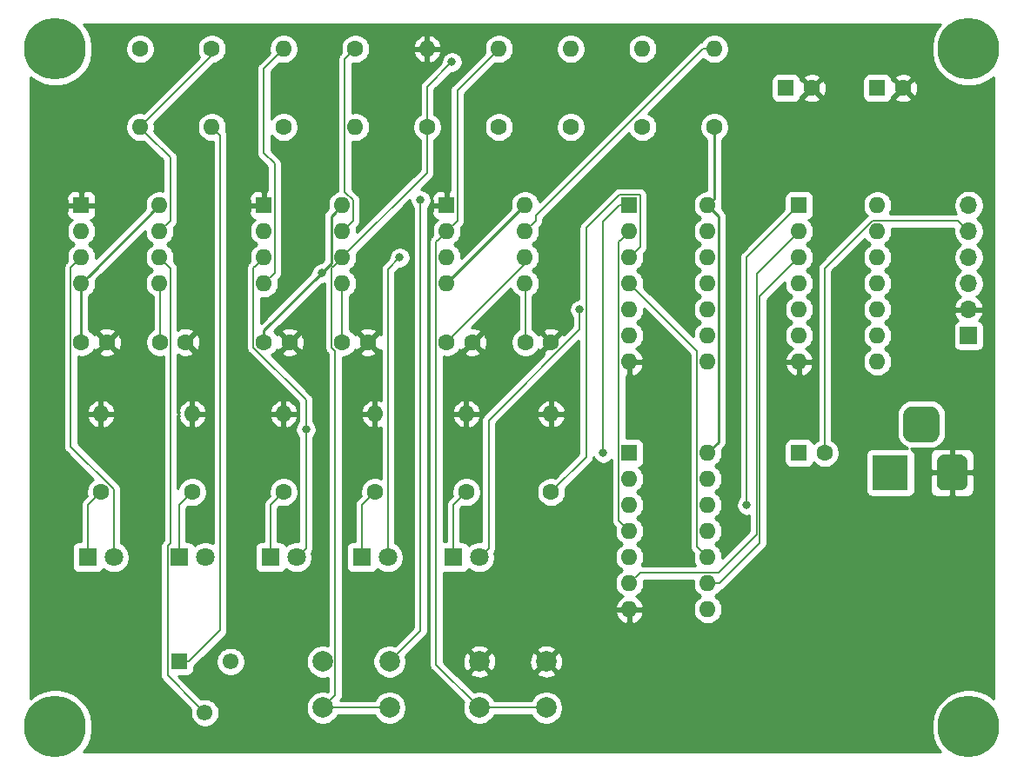
<source format=gbl>
G04 #@! TF.GenerationSoftware,KiCad,Pcbnew,(5.1.5-0-10_14)*
G04 #@! TF.CreationDate,2020-02-19T20:19:11+01:00*
G04 #@! TF.ProjectId,Clock_module,436c6f63-6b5f-46d6-9f64-756c652e6b69,rev?*
G04 #@! TF.SameCoordinates,Original*
G04 #@! TF.FileFunction,Copper,L2,Bot*
G04 #@! TF.FilePolarity,Positive*
%FSLAX46Y46*%
G04 Gerber Fmt 4.6, Leading zero omitted, Abs format (unit mm)*
G04 Created by KiCad (PCBNEW (5.1.5-0-10_14)) date 2020-02-19 20:19:11*
%MOMM*%
%LPD*%
G04 APERTURE LIST*
%ADD10C,1.550000*%
%ADD11R,1.550000X1.550000*%
%ADD12C,0.100000*%
%ADD13R,3.500000X3.500000*%
%ADD14O,1.700000X1.700000*%
%ADD15R,1.700000X1.700000*%
%ADD16O,1.600000X1.600000*%
%ADD17C,1.600000*%
%ADD18C,6.000000*%
%ADD19R,1.600000X1.600000*%
%ADD20R,1.800000X1.800000*%
%ADD21C,1.800000*%
%ADD22C,2.000000*%
%ADD23C,0.800000*%
%ADD24C,0.152400*%
%ADD25C,0.228600*%
%ADD26C,0.254000*%
G04 APERTURE END LIST*
D10*
X187285000Y-97710000D03*
D11*
X184785000Y-92710000D03*
D10*
X189785000Y-92710000D03*
G04 #@! TA.AperFunction,ComponentPad*
D12*
G36*
X257960765Y-67849213D02*
G01*
X258045704Y-67861813D01*
X258128999Y-67882677D01*
X258209848Y-67911605D01*
X258287472Y-67948319D01*
X258361124Y-67992464D01*
X258430094Y-68043616D01*
X258493718Y-68101282D01*
X258551384Y-68164906D01*
X258602536Y-68233876D01*
X258646681Y-68307528D01*
X258683395Y-68385152D01*
X258712323Y-68466001D01*
X258733187Y-68549296D01*
X258745787Y-68634235D01*
X258750000Y-68720000D01*
X258750000Y-70470000D01*
X258745787Y-70555765D01*
X258733187Y-70640704D01*
X258712323Y-70723999D01*
X258683395Y-70804848D01*
X258646681Y-70882472D01*
X258602536Y-70956124D01*
X258551384Y-71025094D01*
X258493718Y-71088718D01*
X258430094Y-71146384D01*
X258361124Y-71197536D01*
X258287472Y-71241681D01*
X258209848Y-71278395D01*
X258128999Y-71307323D01*
X258045704Y-71328187D01*
X257960765Y-71340787D01*
X257875000Y-71345000D01*
X256125000Y-71345000D01*
X256039235Y-71340787D01*
X255954296Y-71328187D01*
X255871001Y-71307323D01*
X255790152Y-71278395D01*
X255712528Y-71241681D01*
X255638876Y-71197536D01*
X255569906Y-71146384D01*
X255506282Y-71088718D01*
X255448616Y-71025094D01*
X255397464Y-70956124D01*
X255353319Y-70882472D01*
X255316605Y-70804848D01*
X255287677Y-70723999D01*
X255266813Y-70640704D01*
X255254213Y-70555765D01*
X255250000Y-70470000D01*
X255250000Y-68720000D01*
X255254213Y-68634235D01*
X255266813Y-68549296D01*
X255287677Y-68466001D01*
X255316605Y-68385152D01*
X255353319Y-68307528D01*
X255397464Y-68233876D01*
X255448616Y-68164906D01*
X255506282Y-68101282D01*
X255569906Y-68043616D01*
X255638876Y-67992464D01*
X255712528Y-67948319D01*
X255790152Y-67911605D01*
X255871001Y-67882677D01*
X255954296Y-67861813D01*
X256039235Y-67849213D01*
X256125000Y-67845000D01*
X257875000Y-67845000D01*
X257960765Y-67849213D01*
G37*
G04 #@! TD.AperFunction*
G04 #@! TA.AperFunction,ComponentPad*
G36*
X260823513Y-72548611D02*
G01*
X260896318Y-72559411D01*
X260967714Y-72577295D01*
X261037013Y-72602090D01*
X261103548Y-72633559D01*
X261166678Y-72671398D01*
X261225795Y-72715242D01*
X261280330Y-72764670D01*
X261329758Y-72819205D01*
X261373602Y-72878322D01*
X261411441Y-72941452D01*
X261442910Y-73007987D01*
X261467705Y-73077286D01*
X261485589Y-73148682D01*
X261496389Y-73221487D01*
X261500000Y-73295000D01*
X261500000Y-75295000D01*
X261496389Y-75368513D01*
X261485589Y-75441318D01*
X261467705Y-75512714D01*
X261442910Y-75582013D01*
X261411441Y-75648548D01*
X261373602Y-75711678D01*
X261329758Y-75770795D01*
X261280330Y-75825330D01*
X261225795Y-75874758D01*
X261166678Y-75918602D01*
X261103548Y-75956441D01*
X261037013Y-75987910D01*
X260967714Y-76012705D01*
X260896318Y-76030589D01*
X260823513Y-76041389D01*
X260750000Y-76045000D01*
X259250000Y-76045000D01*
X259176487Y-76041389D01*
X259103682Y-76030589D01*
X259032286Y-76012705D01*
X258962987Y-75987910D01*
X258896452Y-75956441D01*
X258833322Y-75918602D01*
X258774205Y-75874758D01*
X258719670Y-75825330D01*
X258670242Y-75770795D01*
X258626398Y-75711678D01*
X258588559Y-75648548D01*
X258557090Y-75582013D01*
X258532295Y-75512714D01*
X258514411Y-75441318D01*
X258503611Y-75368513D01*
X258500000Y-75295000D01*
X258500000Y-73295000D01*
X258503611Y-73221487D01*
X258514411Y-73148682D01*
X258532295Y-73077286D01*
X258557090Y-73007987D01*
X258588559Y-72941452D01*
X258626398Y-72878322D01*
X258670242Y-72819205D01*
X258719670Y-72764670D01*
X258774205Y-72715242D01*
X258833322Y-72671398D01*
X258896452Y-72633559D01*
X258962987Y-72602090D01*
X259032286Y-72577295D01*
X259103682Y-72559411D01*
X259176487Y-72548611D01*
X259250000Y-72545000D01*
X260750000Y-72545000D01*
X260823513Y-72548611D01*
G37*
G04 #@! TD.AperFunction*
D13*
X254000000Y-74295000D03*
D14*
X261620000Y-48260000D03*
X261620000Y-50800000D03*
X261620000Y-53340000D03*
X261620000Y-55880000D03*
X261620000Y-58420000D03*
D15*
X261620000Y-60960000D03*
D16*
X212725000Y-68580000D03*
D17*
X212725000Y-76200000D03*
D18*
X261620000Y-33020000D03*
X261620000Y-99060000D03*
X172720000Y-99060000D03*
X172720000Y-33020000D03*
D19*
X243840000Y-36830000D03*
D17*
X246340000Y-36830000D03*
X255230000Y-36830000D03*
D19*
X252730000Y-36830000D03*
D20*
X175895000Y-82550000D03*
D21*
X178435000Y-82550000D03*
X213995000Y-82550000D03*
D20*
X211455000Y-82550000D03*
D21*
X205105000Y-82550000D03*
D20*
X202565000Y-82550000D03*
X184785000Y-82550000D03*
D21*
X187325000Y-82550000D03*
D20*
X193675000Y-82550000D03*
D21*
X196215000Y-82550000D03*
D17*
X180975000Y-33020000D03*
D16*
X180975000Y-40640000D03*
X187960000Y-40640000D03*
D17*
X187960000Y-33020000D03*
D16*
X177165000Y-68580000D03*
D17*
X177165000Y-76200000D03*
X215900000Y-40640000D03*
D16*
X215900000Y-33020000D03*
D17*
X236855000Y-40640000D03*
D16*
X236855000Y-33020000D03*
X203835000Y-68580000D03*
D17*
X203835000Y-76200000D03*
D16*
X229870000Y-33020000D03*
D17*
X229870000Y-40640000D03*
X201930000Y-33020000D03*
D16*
X201930000Y-40640000D03*
D17*
X194945000Y-40640000D03*
D16*
X194945000Y-33020000D03*
X186055000Y-68580000D03*
D17*
X186055000Y-76200000D03*
X222885000Y-40640000D03*
D16*
X222885000Y-33020000D03*
D17*
X208915000Y-40640000D03*
D16*
X208915000Y-33020000D03*
X194945000Y-68580000D03*
D17*
X194945000Y-76200000D03*
D22*
X213995000Y-97210000D03*
X213995000Y-92710000D03*
X220495000Y-97210000D03*
X220495000Y-92710000D03*
X205255000Y-92710000D03*
X205255000Y-97210000D03*
X198755000Y-92710000D03*
X198755000Y-97210000D03*
D19*
X228600000Y-48260000D03*
D16*
X236220000Y-63500000D03*
X228600000Y-50800000D03*
X236220000Y-60960000D03*
X228600000Y-53340000D03*
X236220000Y-58420000D03*
X228600000Y-55880000D03*
X236220000Y-55880000D03*
X228600000Y-58420000D03*
X236220000Y-53340000D03*
X228600000Y-60960000D03*
X236220000Y-50800000D03*
X228600000Y-63500000D03*
X236220000Y-48260000D03*
X182880000Y-48260000D03*
X175260000Y-55880000D03*
X182880000Y-50800000D03*
X175260000Y-53340000D03*
X182880000Y-53340000D03*
X175260000Y-50800000D03*
X182880000Y-55880000D03*
D19*
X175260000Y-48260000D03*
D16*
X236220000Y-72390000D03*
X228600000Y-87630000D03*
X236220000Y-74930000D03*
X228600000Y-85090000D03*
X236220000Y-77470000D03*
X228600000Y-82550000D03*
X236220000Y-80010000D03*
X228600000Y-80010000D03*
X236220000Y-82550000D03*
X228600000Y-77470000D03*
X236220000Y-85090000D03*
X228600000Y-74930000D03*
X236220000Y-87630000D03*
D19*
X228600000Y-72390000D03*
X245110000Y-48260000D03*
D16*
X252730000Y-63500000D03*
X245110000Y-50800000D03*
X252730000Y-60960000D03*
X245110000Y-53340000D03*
X252730000Y-58420000D03*
X245110000Y-55880000D03*
X252730000Y-55880000D03*
X245110000Y-58420000D03*
X252730000Y-53340000D03*
X245110000Y-60960000D03*
X252730000Y-50800000D03*
X245110000Y-63500000D03*
X252730000Y-48260000D03*
D19*
X210820000Y-48260000D03*
D16*
X218440000Y-55880000D03*
X210820000Y-50800000D03*
X218440000Y-53340000D03*
X210820000Y-53340000D03*
X218440000Y-50800000D03*
X210820000Y-55880000D03*
X218440000Y-48260000D03*
D19*
X193040000Y-48260000D03*
D16*
X200660000Y-55880000D03*
X193040000Y-50800000D03*
X200660000Y-53340000D03*
X193040000Y-53340000D03*
X200660000Y-50800000D03*
X193040000Y-55880000D03*
X200660000Y-48260000D03*
D17*
X185420000Y-61595000D03*
X182920000Y-61595000D03*
X193040000Y-61595000D03*
X195540000Y-61595000D03*
X177760000Y-61595000D03*
X175260000Y-61595000D03*
X218480000Y-61595000D03*
X220980000Y-61595000D03*
X210820000Y-61595000D03*
X213320000Y-61595000D03*
X203160000Y-61595000D03*
X200660000Y-61595000D03*
X220980000Y-76200000D03*
D16*
X220980000Y-68580000D03*
D19*
X245110000Y-72390000D03*
D17*
X247610000Y-72390000D03*
D23*
X208280000Y-47752000D03*
X198633815Y-54869815D03*
X223774000Y-58420000D03*
X206248000Y-53340000D03*
X197114999Y-70093001D03*
X226060000Y-72390000D03*
X211328000Y-34290000D03*
X240030000Y-77470000D03*
D24*
X183656399Y-94081399D02*
X186510001Y-96935001D01*
X183656399Y-81467119D02*
X183656399Y-94081399D01*
X186510001Y-96935001D02*
X187285000Y-97710000D01*
X183948601Y-81174917D02*
X183656399Y-81467119D01*
X183948601Y-54408601D02*
X183948601Y-81174917D01*
X182880000Y-53340000D02*
X183948601Y-54408601D01*
X246340000Y-36830000D02*
X245311399Y-37858601D01*
X208280000Y-89685000D02*
X208280000Y-47752000D01*
X205255000Y-92710000D02*
X208280000Y-89685000D01*
D25*
X175260000Y-61595000D02*
X175260000Y-55880000D01*
X176059999Y-55080001D02*
X182880000Y-48260000D01*
X175260000Y-55880000D02*
X176059999Y-55080001D01*
X199860001Y-49059999D02*
X200660000Y-48260000D01*
X199593299Y-49326701D02*
X199860001Y-49059999D01*
X199593299Y-53910331D02*
X199593299Y-49326701D01*
X210820000Y-55880000D02*
X218440000Y-48260000D01*
X236855000Y-47625000D02*
X236220000Y-48260000D01*
X236855000Y-40640000D02*
X236855000Y-47625000D01*
X198633815Y-54869815D02*
X199593299Y-53910331D01*
X237019999Y-49059999D02*
X236220000Y-48260000D01*
X237286701Y-71323299D02*
X237286701Y-49326701D01*
X237286701Y-49326701D02*
X237019999Y-49059999D01*
X236220000Y-72390000D02*
X237286701Y-71323299D01*
X193040000Y-61595000D02*
X193040000Y-60463630D01*
X193040000Y-60463630D02*
X198633815Y-54869815D01*
D24*
X200660000Y-61595000D02*
X200660000Y-55880000D01*
X235723630Y-33020000D02*
X236855000Y-33020000D01*
X219468601Y-49771399D02*
X219468601Y-49275029D01*
X219468601Y-49275029D02*
X235723630Y-33020000D01*
X218440000Y-50800000D02*
X219468601Y-49771399D01*
X218440000Y-53975000D02*
X218440000Y-53340000D01*
X210820000Y-61595000D02*
X218440000Y-53975000D01*
X218480000Y-55920000D02*
X218440000Y-55880000D01*
X218480000Y-61595000D02*
X218480000Y-55920000D01*
X175895000Y-77470000D02*
X177165000Y-76200000D01*
X175895000Y-82550000D02*
X175895000Y-77470000D01*
X178435000Y-81277208D02*
X178435000Y-82550000D01*
X178435000Y-75947670D02*
X178435000Y-81277208D01*
X174231399Y-71744069D02*
X178435000Y-75947670D01*
X174231399Y-54368601D02*
X174231399Y-71744069D01*
X175260000Y-53340000D02*
X174231399Y-54368601D01*
X223774000Y-58985685D02*
X223774000Y-58420000D01*
X223774000Y-60323330D02*
X223774000Y-58985685D01*
X214894999Y-69202331D02*
X223774000Y-60323330D01*
X214894999Y-81650001D02*
X214894999Y-69202331D01*
X213995000Y-82550000D02*
X214894999Y-81650001D01*
X184785000Y-77470000D02*
X186055000Y-76200000D01*
X184785000Y-82550000D02*
X184785000Y-77470000D01*
X205105000Y-54483000D02*
X206248000Y-53340000D01*
X205105000Y-82550000D02*
X205105000Y-54483000D01*
X193675000Y-77470000D02*
X194945000Y-76200000D01*
X193675000Y-82550000D02*
X193675000Y-77470000D01*
X202565000Y-77470000D02*
X202565000Y-82550000D01*
X203835000Y-76200000D02*
X202565000Y-77470000D01*
X227571399Y-51828601D02*
X227800001Y-51599999D01*
X227571399Y-78981399D02*
X227571399Y-51828601D01*
X228600000Y-80010000D02*
X227571399Y-78981399D01*
X227800001Y-51599999D02*
X228600000Y-50800000D01*
X211455000Y-77470000D02*
X212725000Y-76200000D01*
X211455000Y-82550000D02*
X211455000Y-77470000D01*
X192240001Y-54139999D02*
X193040000Y-53340000D01*
X192011399Y-54368601D02*
X192240001Y-54139999D01*
X196215000Y-82550000D02*
X197114999Y-81650001D01*
X197114999Y-70093001D02*
X197114999Y-67192329D01*
X197114999Y-81650001D02*
X197114999Y-70093001D01*
X227647600Y-48260000D02*
X226060000Y-49847600D01*
X226060000Y-49847600D02*
X226060000Y-72390000D01*
X228600000Y-48260000D02*
X227647600Y-48260000D01*
X197114999Y-67192329D02*
X192011399Y-62088729D01*
X192011399Y-62088729D02*
X192011399Y-54368601D01*
X229628601Y-52311399D02*
X229399999Y-52540001D01*
X229399999Y-52540001D02*
X228600000Y-53340000D01*
X229628601Y-47277119D02*
X229628601Y-52311399D01*
X227617119Y-47231399D02*
X229582881Y-47231399D01*
X224402601Y-50445917D02*
X227617119Y-47231399D01*
X224402601Y-72777399D02*
X224402601Y-50445917D01*
X229582881Y-47231399D02*
X229628601Y-47277119D01*
X220980000Y-76200000D02*
X224402601Y-72777399D01*
X181774999Y-41439999D02*
X180975000Y-40640000D01*
X183908601Y-43573601D02*
X181774999Y-41439999D01*
X183908601Y-49771399D02*
X183908601Y-43573601D01*
X182880000Y-50800000D02*
X183908601Y-49771399D01*
X187960000Y-33655000D02*
X187960000Y-33020000D01*
X180975000Y-40640000D02*
X187960000Y-33655000D01*
X185712400Y-92710000D02*
X184785000Y-92710000D01*
X188759999Y-89662401D02*
X185712400Y-92710000D01*
X188759999Y-41439999D02*
X188759999Y-89662401D01*
X187960000Y-40640000D02*
X188759999Y-41439999D01*
X182920000Y-55920000D02*
X182880000Y-55880000D01*
X182920000Y-61595000D02*
X182920000Y-55920000D01*
X201459999Y-50000001D02*
X200660000Y-50800000D01*
X201688601Y-49771399D02*
X201459999Y-50000001D01*
X200901399Y-46979069D02*
X201688601Y-47766271D01*
X201688601Y-47766271D02*
X201688601Y-49771399D01*
X200901399Y-34048601D02*
X200901399Y-46979069D01*
X201930000Y-33020000D02*
X200901399Y-34048601D01*
X208915000Y-45085000D02*
X208915000Y-40640000D01*
X200660000Y-53340000D02*
X208915000Y-45085000D01*
X208915000Y-36703000D02*
X211328000Y-34290000D01*
X208915000Y-40640000D02*
X208915000Y-36703000D01*
X199860001Y-54139999D02*
X200660000Y-53340000D01*
X199631399Y-62088729D02*
X199631399Y-54368601D01*
X199983601Y-62440931D02*
X199631399Y-62088729D01*
X199983601Y-95981399D02*
X199983601Y-62440931D01*
X199631399Y-54368601D02*
X199860001Y-54139999D01*
X198755000Y-97210000D02*
X199983601Y-95981399D01*
X205255000Y-97210000D02*
X198755000Y-97210000D01*
X215100001Y-33819999D02*
X215900000Y-33020000D01*
X211848601Y-37071399D02*
X215100001Y-33819999D01*
X211848601Y-49771399D02*
X211848601Y-37071399D01*
X210820000Y-50800000D02*
X211848601Y-49771399D01*
X220495000Y-97210000D02*
X213995000Y-97210000D01*
X209791399Y-51828601D02*
X210020001Y-51599999D01*
X210020001Y-51599999D02*
X210820000Y-50800000D01*
X209791399Y-93006399D02*
X209791399Y-51828601D01*
X213995000Y-97210000D02*
X209791399Y-93006399D01*
X229399999Y-56679999D02*
X228600000Y-55880000D01*
X235191399Y-62471399D02*
X229399999Y-56679999D01*
X235191399Y-81521399D02*
X235191399Y-62471399D01*
X236220000Y-82550000D02*
X235191399Y-81521399D01*
X240030000Y-53340000D02*
X245110000Y-48260000D01*
X240030000Y-77470000D02*
X240030000Y-53340000D01*
X244310001Y-51599999D02*
X245110000Y-50800000D01*
X240995190Y-54914810D02*
X244310001Y-51599999D01*
X240995190Y-80314810D02*
X240995190Y-54914810D01*
X237248601Y-84061399D02*
X240995190Y-80314810D01*
X229628601Y-84061399D02*
X237248601Y-84061399D01*
X228600000Y-85090000D02*
X229628601Y-84061399D01*
X241300000Y-57150000D02*
X245110000Y-53340000D01*
X237351370Y-85090000D02*
X236220000Y-85090000D01*
X241300000Y-81141370D02*
X237351370Y-85090000D01*
X241300000Y-57150000D02*
X241300000Y-81141370D01*
X247610000Y-71258630D02*
X247610000Y-72390000D01*
X247610000Y-54397670D02*
X247610000Y-71258630D01*
X252236271Y-49771399D02*
X247610000Y-54397670D01*
X260591399Y-49771399D02*
X252236271Y-49771399D01*
X261620000Y-50800000D02*
X260591399Y-49771399D01*
X193040000Y-43180000D02*
X193040000Y-34925000D01*
X194068601Y-44208601D02*
X193040000Y-43180000D01*
X193040000Y-34925000D02*
X194945000Y-33020000D01*
X194068601Y-54851399D02*
X194068601Y-44208601D01*
X193040000Y-55880000D02*
X194068601Y-54851399D01*
D26*
G36*
X258796511Y-30702823D02*
G01*
X258398705Y-31298182D01*
X258124691Y-31959710D01*
X257985000Y-32661984D01*
X257985000Y-33378016D01*
X258124691Y-34080290D01*
X258398705Y-34741818D01*
X258796511Y-35337177D01*
X259302823Y-35843489D01*
X259898182Y-36241295D01*
X260559710Y-36515309D01*
X261261984Y-36655000D01*
X261978016Y-36655000D01*
X262680290Y-36515309D01*
X263341818Y-36241295D01*
X263937177Y-35843489D01*
X264033000Y-35747666D01*
X264033000Y-96332334D01*
X263937177Y-96236511D01*
X263341818Y-95838705D01*
X262680290Y-95564691D01*
X261978016Y-95425000D01*
X261261984Y-95425000D01*
X260559710Y-95564691D01*
X259898182Y-95838705D01*
X259302823Y-96236511D01*
X258796511Y-96742823D01*
X258398705Y-97338182D01*
X258124691Y-97999710D01*
X257985000Y-98701984D01*
X257985000Y-99418016D01*
X258124691Y-100120290D01*
X258398705Y-100781818D01*
X258796511Y-101377177D01*
X258892334Y-101473000D01*
X175447666Y-101473000D01*
X175543489Y-101377177D01*
X175941295Y-100781818D01*
X176215309Y-100120290D01*
X176355000Y-99418016D01*
X176355000Y-98701984D01*
X176215309Y-97999710D01*
X175941295Y-97338182D01*
X175543489Y-96742823D01*
X175037177Y-96236511D01*
X174441818Y-95838705D01*
X173780290Y-95564691D01*
X173078016Y-95425000D01*
X172361984Y-95425000D01*
X171659710Y-95564691D01*
X170998182Y-95838705D01*
X170402823Y-96236511D01*
X170307000Y-96332334D01*
X170307000Y-54368601D01*
X173516759Y-54368601D01*
X173520199Y-54403527D01*
X173520200Y-71709133D01*
X173516759Y-71744069D01*
X173520200Y-71779005D01*
X173530491Y-71883489D01*
X173557249Y-71971697D01*
X173571158Y-72017550D01*
X173637197Y-72141101D01*
X173677743Y-72190506D01*
X173726073Y-72249396D01*
X173753209Y-72271666D01*
X176440067Y-74958525D01*
X176250241Y-75085363D01*
X176050363Y-75285241D01*
X175893320Y-75520273D01*
X175785147Y-75781426D01*
X175730000Y-76058665D01*
X175730000Y-76341335D01*
X175777762Y-76581450D01*
X175416810Y-76942403D01*
X175389674Y-76964673D01*
X175367404Y-76991809D01*
X175367403Y-76991810D01*
X175300798Y-77072968D01*
X175249948Y-77168102D01*
X175234759Y-77196519D01*
X175198929Y-77314637D01*
X175194092Y-77330581D01*
X175180360Y-77470000D01*
X175183801Y-77504935D01*
X175183800Y-81011928D01*
X174995000Y-81011928D01*
X174870518Y-81024188D01*
X174750820Y-81060498D01*
X174640506Y-81119463D01*
X174543815Y-81198815D01*
X174464463Y-81295506D01*
X174405498Y-81405820D01*
X174369188Y-81525518D01*
X174356928Y-81650000D01*
X174356928Y-83450000D01*
X174369188Y-83574482D01*
X174405498Y-83694180D01*
X174464463Y-83804494D01*
X174543815Y-83901185D01*
X174640506Y-83980537D01*
X174750820Y-84039502D01*
X174870518Y-84075812D01*
X174995000Y-84088072D01*
X176795000Y-84088072D01*
X176919482Y-84075812D01*
X177039180Y-84039502D01*
X177149494Y-83980537D01*
X177246185Y-83901185D01*
X177325537Y-83804494D01*
X177384502Y-83694180D01*
X177390056Y-83675873D01*
X177456495Y-83742312D01*
X177707905Y-83910299D01*
X177987257Y-84026011D01*
X178283816Y-84085000D01*
X178586184Y-84085000D01*
X178882743Y-84026011D01*
X179162095Y-83910299D01*
X179413505Y-83742312D01*
X179627312Y-83528505D01*
X179795299Y-83277095D01*
X179911011Y-82997743D01*
X179970000Y-82701184D01*
X179970000Y-82398816D01*
X179911011Y-82102257D01*
X179795299Y-81822905D01*
X179627312Y-81571495D01*
X179413505Y-81357688D01*
X179162095Y-81189701D01*
X179146200Y-81183117D01*
X179146200Y-75982598D01*
X179149640Y-75947670D01*
X179146200Y-75912741D01*
X179146200Y-75912734D01*
X179135909Y-75808250D01*
X179101456Y-75694673D01*
X179095242Y-75674188D01*
X179029202Y-75550637D01*
X178962598Y-75469479D01*
X178962588Y-75469469D01*
X178940326Y-75442343D01*
X178913201Y-75420082D01*
X174942599Y-71449482D01*
X174942599Y-68929040D01*
X175773091Y-68929040D01*
X175867930Y-69193881D01*
X176012615Y-69435131D01*
X176201586Y-69643519D01*
X176427580Y-69811037D01*
X176681913Y-69931246D01*
X176815961Y-69971904D01*
X177038000Y-69849915D01*
X177038000Y-68707000D01*
X177292000Y-68707000D01*
X177292000Y-69849915D01*
X177514039Y-69971904D01*
X177648087Y-69931246D01*
X177902420Y-69811037D01*
X178128414Y-69643519D01*
X178317385Y-69435131D01*
X178462070Y-69193881D01*
X178556909Y-68929040D01*
X178435624Y-68707000D01*
X177292000Y-68707000D01*
X177038000Y-68707000D01*
X175894376Y-68707000D01*
X175773091Y-68929040D01*
X174942599Y-68929040D01*
X174942599Y-68230960D01*
X175773091Y-68230960D01*
X175894376Y-68453000D01*
X177038000Y-68453000D01*
X177038000Y-67310085D01*
X177292000Y-67310085D01*
X177292000Y-68453000D01*
X178435624Y-68453000D01*
X178556909Y-68230960D01*
X178462070Y-67966119D01*
X178317385Y-67724869D01*
X178128414Y-67516481D01*
X177902420Y-67348963D01*
X177648087Y-67228754D01*
X177514039Y-67188096D01*
X177292000Y-67310085D01*
X177038000Y-67310085D01*
X176815961Y-67188096D01*
X176681913Y-67228754D01*
X176427580Y-67348963D01*
X176201586Y-67516481D01*
X176012615Y-67724869D01*
X175867930Y-67966119D01*
X175773091Y-68230960D01*
X174942599Y-68230960D01*
X174942599Y-62994978D01*
X175118665Y-63030000D01*
X175401335Y-63030000D01*
X175678574Y-62974853D01*
X175939727Y-62866680D01*
X176174759Y-62709637D01*
X176296694Y-62587702D01*
X176946903Y-62587702D01*
X177018486Y-62831671D01*
X177273996Y-62952571D01*
X177548184Y-63021300D01*
X177830512Y-63035217D01*
X178110130Y-62993787D01*
X178376292Y-62898603D01*
X178501514Y-62831671D01*
X178573097Y-62587702D01*
X177760000Y-61774605D01*
X176946903Y-62587702D01*
X176296694Y-62587702D01*
X176374637Y-62509759D01*
X176508692Y-62309131D01*
X176523329Y-62336514D01*
X176767298Y-62408097D01*
X177580395Y-61595000D01*
X177939605Y-61595000D01*
X178752702Y-62408097D01*
X178996671Y-62336514D01*
X179117571Y-62081004D01*
X179186300Y-61806816D01*
X179200217Y-61524488D01*
X179158787Y-61244870D01*
X179063603Y-60978708D01*
X178996671Y-60853486D01*
X178752702Y-60781903D01*
X177939605Y-61595000D01*
X177580395Y-61595000D01*
X176767298Y-60781903D01*
X176523329Y-60853486D01*
X176509676Y-60882341D01*
X176374637Y-60680241D01*
X176296694Y-60602298D01*
X176946903Y-60602298D01*
X177760000Y-61415395D01*
X178573097Y-60602298D01*
X178501514Y-60358329D01*
X178246004Y-60237429D01*
X177971816Y-60168700D01*
X177689488Y-60154783D01*
X177409870Y-60196213D01*
X177143708Y-60291397D01*
X177018486Y-60358329D01*
X176946903Y-60602298D01*
X176296694Y-60602298D01*
X176174759Y-60480363D01*
X176009300Y-60369807D01*
X176009300Y-57105193D01*
X176174759Y-56994637D01*
X176374637Y-56794759D01*
X176531680Y-56559727D01*
X176639853Y-56298574D01*
X176695000Y-56021335D01*
X176695000Y-55738665D01*
X176656177Y-55543492D01*
X181445000Y-50754670D01*
X181445000Y-50941335D01*
X181500147Y-51218574D01*
X181608320Y-51479727D01*
X181765363Y-51714759D01*
X181965241Y-51914637D01*
X182197759Y-52070000D01*
X181965241Y-52225363D01*
X181765363Y-52425241D01*
X181608320Y-52660273D01*
X181500147Y-52921426D01*
X181445000Y-53198665D01*
X181445000Y-53481335D01*
X181500147Y-53758574D01*
X181608320Y-54019727D01*
X181765363Y-54254759D01*
X181965241Y-54454637D01*
X182197759Y-54610000D01*
X181965241Y-54765363D01*
X181765363Y-54965241D01*
X181608320Y-55200273D01*
X181500147Y-55461426D01*
X181445000Y-55738665D01*
X181445000Y-56021335D01*
X181500147Y-56298574D01*
X181608320Y-56559727D01*
X181765363Y-56794759D01*
X181965241Y-56994637D01*
X182200273Y-57151680D01*
X182208801Y-57155212D01*
X182208800Y-60344349D01*
X182005241Y-60480363D01*
X181805363Y-60680241D01*
X181648320Y-60915273D01*
X181540147Y-61176426D01*
X181485000Y-61453665D01*
X181485000Y-61736335D01*
X181540147Y-62013574D01*
X181648320Y-62274727D01*
X181805363Y-62509759D01*
X182005241Y-62709637D01*
X182240273Y-62866680D01*
X182501426Y-62974853D01*
X182778665Y-63030000D01*
X183061335Y-63030000D01*
X183237401Y-62994978D01*
X183237402Y-80880329D01*
X183178210Y-80939521D01*
X183151072Y-80961793D01*
X183062197Y-81070087D01*
X182996157Y-81193639D01*
X182955490Y-81327700D01*
X182945199Y-81432184D01*
X182945199Y-81432193D01*
X182941759Y-81467119D01*
X182945199Y-81502045D01*
X182945200Y-94046463D01*
X182941759Y-94081399D01*
X182945200Y-94116335D01*
X182955491Y-94220819D01*
X182996158Y-94354880D01*
X183062198Y-94478432D01*
X183151073Y-94586726D01*
X183178209Y-94608996D01*
X185919023Y-97349812D01*
X185875000Y-97571127D01*
X185875000Y-97848873D01*
X185929186Y-98121282D01*
X186035475Y-98377885D01*
X186189782Y-98608822D01*
X186386178Y-98805218D01*
X186617115Y-98959525D01*
X186873718Y-99065814D01*
X187146127Y-99120000D01*
X187423873Y-99120000D01*
X187696282Y-99065814D01*
X187952885Y-98959525D01*
X188183822Y-98805218D01*
X188380218Y-98608822D01*
X188534525Y-98377885D01*
X188640814Y-98121282D01*
X188695000Y-97848873D01*
X188695000Y-97571127D01*
X188640814Y-97298718D01*
X188534525Y-97042115D01*
X188380218Y-96811178D01*
X188183822Y-96614782D01*
X187952885Y-96460475D01*
X187696282Y-96354186D01*
X187423873Y-96300000D01*
X187146127Y-96300000D01*
X186924812Y-96344023D01*
X184703859Y-94123072D01*
X185560000Y-94123072D01*
X185684482Y-94110812D01*
X185804180Y-94074502D01*
X185914494Y-94015537D01*
X186011185Y-93936185D01*
X186090537Y-93839494D01*
X186149502Y-93729180D01*
X186185812Y-93609482D01*
X186198072Y-93485000D01*
X186198072Y-93231458D01*
X186217727Y-93215327D01*
X186240002Y-93188185D01*
X186857060Y-92571127D01*
X188375000Y-92571127D01*
X188375000Y-92848873D01*
X188429186Y-93121282D01*
X188535475Y-93377885D01*
X188689782Y-93608822D01*
X188886178Y-93805218D01*
X189117115Y-93959525D01*
X189373718Y-94065814D01*
X189646127Y-94120000D01*
X189923873Y-94120000D01*
X190196282Y-94065814D01*
X190452885Y-93959525D01*
X190683822Y-93805218D01*
X190880218Y-93608822D01*
X191034525Y-93377885D01*
X191140814Y-93121282D01*
X191195000Y-92848873D01*
X191195000Y-92571127D01*
X191140814Y-92298718D01*
X191034525Y-92042115D01*
X190880218Y-91811178D01*
X190683822Y-91614782D01*
X190452885Y-91460475D01*
X190196282Y-91354186D01*
X189923873Y-91300000D01*
X189646127Y-91300000D01*
X189373718Y-91354186D01*
X189117115Y-91460475D01*
X188886178Y-91614782D01*
X188689782Y-91811178D01*
X188535475Y-92042115D01*
X188429186Y-92298718D01*
X188375000Y-92571127D01*
X186857060Y-92571127D01*
X189238190Y-90189998D01*
X189265326Y-90167728D01*
X189354201Y-90059434D01*
X189420241Y-89935882D01*
X189460908Y-89801821D01*
X189471199Y-89697337D01*
X189471199Y-89697330D01*
X189474639Y-89662401D01*
X189471199Y-89627473D01*
X189471199Y-68929040D01*
X193553091Y-68929040D01*
X193647930Y-69193881D01*
X193792615Y-69435131D01*
X193981586Y-69643519D01*
X194207580Y-69811037D01*
X194461913Y-69931246D01*
X194595961Y-69971904D01*
X194818000Y-69849915D01*
X194818000Y-68707000D01*
X195072000Y-68707000D01*
X195072000Y-69849915D01*
X195294039Y-69971904D01*
X195428087Y-69931246D01*
X195682420Y-69811037D01*
X195908414Y-69643519D01*
X196097385Y-69435131D01*
X196242070Y-69193881D01*
X196336909Y-68929040D01*
X196215624Y-68707000D01*
X195072000Y-68707000D01*
X194818000Y-68707000D01*
X193674376Y-68707000D01*
X193553091Y-68929040D01*
X189471199Y-68929040D01*
X189471199Y-68230960D01*
X193553091Y-68230960D01*
X193674376Y-68453000D01*
X194818000Y-68453000D01*
X194818000Y-67310085D01*
X195072000Y-67310085D01*
X195072000Y-68453000D01*
X196215624Y-68453000D01*
X196336909Y-68230960D01*
X196242070Y-67966119D01*
X196097385Y-67724869D01*
X195908414Y-67516481D01*
X195682420Y-67348963D01*
X195428087Y-67228754D01*
X195294039Y-67188096D01*
X195072000Y-67310085D01*
X194818000Y-67310085D01*
X194595961Y-67188096D01*
X194461913Y-67228754D01*
X194207580Y-67348963D01*
X193981586Y-67516481D01*
X193792615Y-67724869D01*
X193647930Y-67966119D01*
X193553091Y-68230960D01*
X189471199Y-68230960D01*
X189471199Y-54368601D01*
X191296759Y-54368601D01*
X191300200Y-54403537D01*
X191300199Y-62053803D01*
X191296759Y-62088729D01*
X191300199Y-62123655D01*
X191300199Y-62123664D01*
X191310490Y-62228148D01*
X191351157Y-62362209D01*
X191417197Y-62485761D01*
X191506072Y-62594055D01*
X191533210Y-62616327D01*
X196403800Y-67486919D01*
X196403799Y-69340490D01*
X196311062Y-69433227D01*
X196197794Y-69602745D01*
X196119773Y-69791103D01*
X196079999Y-69991062D01*
X196079999Y-70194940D01*
X196119773Y-70394899D01*
X196197794Y-70583257D01*
X196311062Y-70752775D01*
X196403800Y-70845513D01*
X196403799Y-81022482D01*
X196366184Y-81015000D01*
X196063816Y-81015000D01*
X195767257Y-81073989D01*
X195487905Y-81189701D01*
X195236495Y-81357688D01*
X195170056Y-81424127D01*
X195164502Y-81405820D01*
X195105537Y-81295506D01*
X195026185Y-81198815D01*
X194929494Y-81119463D01*
X194819180Y-81060498D01*
X194699482Y-81024188D01*
X194575000Y-81011928D01*
X194386200Y-81011928D01*
X194386200Y-77764587D01*
X194563550Y-77587238D01*
X194803665Y-77635000D01*
X195086335Y-77635000D01*
X195363574Y-77579853D01*
X195624727Y-77471680D01*
X195859759Y-77314637D01*
X196059637Y-77114759D01*
X196216680Y-76879727D01*
X196324853Y-76618574D01*
X196380000Y-76341335D01*
X196380000Y-76058665D01*
X196324853Y-75781426D01*
X196216680Y-75520273D01*
X196059637Y-75285241D01*
X195859759Y-75085363D01*
X195624727Y-74928320D01*
X195363574Y-74820147D01*
X195086335Y-74765000D01*
X194803665Y-74765000D01*
X194526426Y-74820147D01*
X194265273Y-74928320D01*
X194030241Y-75085363D01*
X193830363Y-75285241D01*
X193673320Y-75520273D01*
X193565147Y-75781426D01*
X193510000Y-76058665D01*
X193510000Y-76341335D01*
X193557762Y-76581450D01*
X193196810Y-76942403D01*
X193169674Y-76964673D01*
X193147404Y-76991809D01*
X193147403Y-76991810D01*
X193080798Y-77072968D01*
X193029948Y-77168102D01*
X193014759Y-77196519D01*
X192978929Y-77314637D01*
X192974092Y-77330581D01*
X192960360Y-77470000D01*
X192963801Y-77504935D01*
X192963800Y-81011928D01*
X192775000Y-81011928D01*
X192650518Y-81024188D01*
X192530820Y-81060498D01*
X192420506Y-81119463D01*
X192323815Y-81198815D01*
X192244463Y-81295506D01*
X192185498Y-81405820D01*
X192149188Y-81525518D01*
X192136928Y-81650000D01*
X192136928Y-83450000D01*
X192149188Y-83574482D01*
X192185498Y-83694180D01*
X192244463Y-83804494D01*
X192323815Y-83901185D01*
X192420506Y-83980537D01*
X192530820Y-84039502D01*
X192650518Y-84075812D01*
X192775000Y-84088072D01*
X194575000Y-84088072D01*
X194699482Y-84075812D01*
X194819180Y-84039502D01*
X194929494Y-83980537D01*
X195026185Y-83901185D01*
X195105537Y-83804494D01*
X195164502Y-83694180D01*
X195170056Y-83675873D01*
X195236495Y-83742312D01*
X195487905Y-83910299D01*
X195767257Y-84026011D01*
X196063816Y-84085000D01*
X196366184Y-84085000D01*
X196662743Y-84026011D01*
X196942095Y-83910299D01*
X197193505Y-83742312D01*
X197407312Y-83528505D01*
X197575299Y-83277095D01*
X197691011Y-82997743D01*
X197750000Y-82701184D01*
X197750000Y-82398816D01*
X197691011Y-82102257D01*
X197681911Y-82080287D01*
X197709201Y-82047034D01*
X197775241Y-81923483D01*
X197815908Y-81789421D01*
X197816586Y-81782535D01*
X197826199Y-81684937D01*
X197826199Y-81684930D01*
X197829639Y-81650001D01*
X197826199Y-81615073D01*
X197826199Y-70845512D01*
X197918936Y-70752775D01*
X198032204Y-70583257D01*
X198110225Y-70394899D01*
X198149999Y-70194940D01*
X198149999Y-69991062D01*
X198110225Y-69791103D01*
X198032204Y-69602745D01*
X197918936Y-69433227D01*
X197826199Y-69340490D01*
X197826199Y-67227254D01*
X197829639Y-67192328D01*
X197826199Y-67157402D01*
X197826199Y-67157393D01*
X197815908Y-67052909D01*
X197775241Y-66918848D01*
X197709201Y-66795296D01*
X197642596Y-66714137D01*
X197642592Y-66714133D01*
X197620326Y-66687002D01*
X197593195Y-66664736D01*
X193764932Y-62836475D01*
X193954759Y-62709637D01*
X194076694Y-62587702D01*
X194726903Y-62587702D01*
X194798486Y-62831671D01*
X195053996Y-62952571D01*
X195328184Y-63021300D01*
X195610512Y-63035217D01*
X195890130Y-62993787D01*
X196156292Y-62898603D01*
X196281514Y-62831671D01*
X196353097Y-62587702D01*
X195540000Y-61774605D01*
X194726903Y-62587702D01*
X194076694Y-62587702D01*
X194154637Y-62509759D01*
X194288692Y-62309131D01*
X194303329Y-62336514D01*
X194547298Y-62408097D01*
X195360395Y-61595000D01*
X195719605Y-61595000D01*
X196532702Y-62408097D01*
X196776671Y-62336514D01*
X196897571Y-62081004D01*
X196966300Y-61806816D01*
X196980217Y-61524488D01*
X196938787Y-61244870D01*
X196843603Y-60978708D01*
X196776671Y-60853486D01*
X196532702Y-60781903D01*
X195719605Y-61595000D01*
X195360395Y-61595000D01*
X194547298Y-60781903D01*
X194303329Y-60853486D01*
X194289676Y-60882341D01*
X194154637Y-60680241D01*
X194076694Y-60602298D01*
X194726903Y-60602298D01*
X195540000Y-61415395D01*
X196353097Y-60602298D01*
X196281514Y-60358329D01*
X196026004Y-60237429D01*
X195751816Y-60168700D01*
X195469488Y-60154783D01*
X195189870Y-60196213D01*
X194923708Y-60291397D01*
X194798486Y-60358329D01*
X194726903Y-60602298D01*
X194076694Y-60602298D01*
X194018848Y-60544452D01*
X198658485Y-55904815D01*
X198735754Y-55904815D01*
X198920200Y-55868127D01*
X198920199Y-62053803D01*
X198916759Y-62088729D01*
X198920199Y-62123655D01*
X198920199Y-62123664D01*
X198930490Y-62228148D01*
X198971157Y-62362209D01*
X199037197Y-62485761D01*
X199126072Y-62594055D01*
X199153210Y-62616327D01*
X199272402Y-62735519D01*
X199272401Y-91154603D01*
X199231912Y-91137832D01*
X198916033Y-91075000D01*
X198593967Y-91075000D01*
X198278088Y-91137832D01*
X197980537Y-91261082D01*
X197712748Y-91440013D01*
X197485013Y-91667748D01*
X197306082Y-91935537D01*
X197182832Y-92233088D01*
X197120000Y-92548967D01*
X197120000Y-92871033D01*
X197182832Y-93186912D01*
X197306082Y-93484463D01*
X197485013Y-93752252D01*
X197712748Y-93979987D01*
X197980537Y-94158918D01*
X198278088Y-94282168D01*
X198593967Y-94345000D01*
X198916033Y-94345000D01*
X199231912Y-94282168D01*
X199272401Y-94265397D01*
X199272401Y-95654603D01*
X199231912Y-95637832D01*
X198916033Y-95575000D01*
X198593967Y-95575000D01*
X198278088Y-95637832D01*
X197980537Y-95761082D01*
X197712748Y-95940013D01*
X197485013Y-96167748D01*
X197306082Y-96435537D01*
X197182832Y-96733088D01*
X197120000Y-97048967D01*
X197120000Y-97371033D01*
X197182832Y-97686912D01*
X197306082Y-97984463D01*
X197485013Y-98252252D01*
X197712748Y-98479987D01*
X197980537Y-98658918D01*
X198278088Y-98782168D01*
X198593967Y-98845000D01*
X198916033Y-98845000D01*
X199231912Y-98782168D01*
X199529463Y-98658918D01*
X199797252Y-98479987D01*
X200024987Y-98252252D01*
X200203918Y-97984463D01*
X200230122Y-97921200D01*
X203779878Y-97921200D01*
X203806082Y-97984463D01*
X203985013Y-98252252D01*
X204212748Y-98479987D01*
X204480537Y-98658918D01*
X204778088Y-98782168D01*
X205093967Y-98845000D01*
X205416033Y-98845000D01*
X205731912Y-98782168D01*
X206029463Y-98658918D01*
X206297252Y-98479987D01*
X206524987Y-98252252D01*
X206703918Y-97984463D01*
X206827168Y-97686912D01*
X206890000Y-97371033D01*
X206890000Y-97048967D01*
X206827168Y-96733088D01*
X206703918Y-96435537D01*
X206524987Y-96167748D01*
X206297252Y-95940013D01*
X206029463Y-95761082D01*
X205731912Y-95637832D01*
X205416033Y-95575000D01*
X205093967Y-95575000D01*
X204778088Y-95637832D01*
X204480537Y-95761082D01*
X204212748Y-95940013D01*
X203985013Y-96167748D01*
X203806082Y-96435537D01*
X203779878Y-96498800D01*
X200474215Y-96498800D01*
X200488927Y-96486726D01*
X200511194Y-96459594D01*
X200511198Y-96459590D01*
X200577803Y-96378432D01*
X200643842Y-96254881D01*
X200643843Y-96254880D01*
X200684510Y-96120819D01*
X200694801Y-96016335D01*
X200694801Y-96016326D01*
X200698241Y-95981400D01*
X200694801Y-95946474D01*
X200694801Y-81650000D01*
X201026928Y-81650000D01*
X201026928Y-83450000D01*
X201039188Y-83574482D01*
X201075498Y-83694180D01*
X201134463Y-83804494D01*
X201213815Y-83901185D01*
X201310506Y-83980537D01*
X201420820Y-84039502D01*
X201540518Y-84075812D01*
X201665000Y-84088072D01*
X203465000Y-84088072D01*
X203589482Y-84075812D01*
X203709180Y-84039502D01*
X203819494Y-83980537D01*
X203916185Y-83901185D01*
X203995537Y-83804494D01*
X204054502Y-83694180D01*
X204060056Y-83675873D01*
X204126495Y-83742312D01*
X204377905Y-83910299D01*
X204657257Y-84026011D01*
X204953816Y-84085000D01*
X205256184Y-84085000D01*
X205552743Y-84026011D01*
X205832095Y-83910299D01*
X206083505Y-83742312D01*
X206297312Y-83528505D01*
X206465299Y-83277095D01*
X206581011Y-82997743D01*
X206640000Y-82701184D01*
X206640000Y-82398816D01*
X206581011Y-82102257D01*
X206465299Y-81822905D01*
X206297312Y-81571495D01*
X206083505Y-81357688D01*
X205832095Y-81189701D01*
X205816200Y-81183117D01*
X205816200Y-54777587D01*
X206218788Y-54375000D01*
X206349939Y-54375000D01*
X206549898Y-54335226D01*
X206738256Y-54257205D01*
X206907774Y-54143937D01*
X207051937Y-53999774D01*
X207165205Y-53830256D01*
X207243226Y-53641898D01*
X207283000Y-53441939D01*
X207283000Y-53238061D01*
X207243226Y-53038102D01*
X207165205Y-52849744D01*
X207051937Y-52680226D01*
X206907774Y-52536063D01*
X206738256Y-52422795D01*
X206549898Y-52344774D01*
X206349939Y-52305000D01*
X206146061Y-52305000D01*
X205946102Y-52344774D01*
X205757744Y-52422795D01*
X205588226Y-52536063D01*
X205444063Y-52680226D01*
X205330795Y-52849744D01*
X205252774Y-53038102D01*
X205213000Y-53238061D01*
X205213000Y-53369212D01*
X204626810Y-53955403D01*
X204599674Y-53977673D01*
X204577404Y-54004809D01*
X204577403Y-54004810D01*
X204510798Y-54085968D01*
X204479813Y-54143937D01*
X204444759Y-54209519D01*
X204404092Y-54343580D01*
X204397688Y-54408600D01*
X204390360Y-54483000D01*
X204393801Y-54517936D01*
X204393801Y-60852644D01*
X204152702Y-60781903D01*
X203339605Y-61595000D01*
X204152702Y-62408097D01*
X204393801Y-62337356D01*
X204393801Y-67264540D01*
X204318087Y-67228754D01*
X204184039Y-67188096D01*
X203962000Y-67310085D01*
X203962000Y-68453000D01*
X203982000Y-68453000D01*
X203982000Y-68707000D01*
X203962000Y-68707000D01*
X203962000Y-69849915D01*
X204184039Y-69971904D01*
X204318087Y-69931246D01*
X204393800Y-69895460D01*
X204393800Y-74878231D01*
X204253574Y-74820147D01*
X203976335Y-74765000D01*
X203693665Y-74765000D01*
X203416426Y-74820147D01*
X203155273Y-74928320D01*
X202920241Y-75085363D01*
X202720363Y-75285241D01*
X202563320Y-75520273D01*
X202455147Y-75781426D01*
X202400000Y-76058665D01*
X202400000Y-76341335D01*
X202447762Y-76581450D01*
X202086810Y-76942403D01*
X202059673Y-76964674D01*
X201970798Y-77072968D01*
X201904758Y-77196520D01*
X201864091Y-77330581D01*
X201853800Y-77435065D01*
X201853800Y-77435074D01*
X201850360Y-77470000D01*
X201853800Y-77504926D01*
X201853801Y-81011928D01*
X201665000Y-81011928D01*
X201540518Y-81024188D01*
X201420820Y-81060498D01*
X201310506Y-81119463D01*
X201213815Y-81198815D01*
X201134463Y-81295506D01*
X201075498Y-81405820D01*
X201039188Y-81525518D01*
X201026928Y-81650000D01*
X200694801Y-81650000D01*
X200694801Y-68929040D01*
X202443091Y-68929040D01*
X202537930Y-69193881D01*
X202682615Y-69435131D01*
X202871586Y-69643519D01*
X203097580Y-69811037D01*
X203351913Y-69931246D01*
X203485961Y-69971904D01*
X203708000Y-69849915D01*
X203708000Y-68707000D01*
X202564376Y-68707000D01*
X202443091Y-68929040D01*
X200694801Y-68929040D01*
X200694801Y-68230960D01*
X202443091Y-68230960D01*
X202564376Y-68453000D01*
X203708000Y-68453000D01*
X203708000Y-67310085D01*
X203485961Y-67188096D01*
X203351913Y-67228754D01*
X203097580Y-67348963D01*
X202871586Y-67516481D01*
X202682615Y-67724869D01*
X202537930Y-67966119D01*
X202443091Y-68230960D01*
X200694801Y-68230960D01*
X200694801Y-63030000D01*
X200801335Y-63030000D01*
X201078574Y-62974853D01*
X201339727Y-62866680D01*
X201574759Y-62709637D01*
X201696694Y-62587702D01*
X202346903Y-62587702D01*
X202418486Y-62831671D01*
X202673996Y-62952571D01*
X202948184Y-63021300D01*
X203230512Y-63035217D01*
X203510130Y-62993787D01*
X203776292Y-62898603D01*
X203901514Y-62831671D01*
X203973097Y-62587702D01*
X203160000Y-61774605D01*
X202346903Y-62587702D01*
X201696694Y-62587702D01*
X201774637Y-62509759D01*
X201908692Y-62309131D01*
X201923329Y-62336514D01*
X202167298Y-62408097D01*
X202980395Y-61595000D01*
X202167298Y-60781903D01*
X201923329Y-60853486D01*
X201909676Y-60882341D01*
X201774637Y-60680241D01*
X201696694Y-60602298D01*
X202346903Y-60602298D01*
X203160000Y-61415395D01*
X203973097Y-60602298D01*
X203901514Y-60358329D01*
X203646004Y-60237429D01*
X203371816Y-60168700D01*
X203089488Y-60154783D01*
X202809870Y-60196213D01*
X202543708Y-60291397D01*
X202418486Y-60358329D01*
X202346903Y-60602298D01*
X201696694Y-60602298D01*
X201574759Y-60480363D01*
X201371200Y-60344350D01*
X201371200Y-57130650D01*
X201574759Y-56994637D01*
X201774637Y-56794759D01*
X201931680Y-56559727D01*
X202039853Y-56298574D01*
X202095000Y-56021335D01*
X202095000Y-55738665D01*
X202039853Y-55461426D01*
X201931680Y-55200273D01*
X201774637Y-54965241D01*
X201574759Y-54765363D01*
X201342241Y-54610000D01*
X201574759Y-54454637D01*
X201774637Y-54254759D01*
X201931680Y-54019727D01*
X202039853Y-53758574D01*
X202095000Y-53481335D01*
X202095000Y-53198665D01*
X202047237Y-52958550D01*
X207245000Y-47760788D01*
X207245000Y-47853939D01*
X207284774Y-48053898D01*
X207362795Y-48242256D01*
X207476063Y-48411774D01*
X207568801Y-48504512D01*
X207568800Y-89390412D01*
X205795176Y-91164037D01*
X205731912Y-91137832D01*
X205416033Y-91075000D01*
X205093967Y-91075000D01*
X204778088Y-91137832D01*
X204480537Y-91261082D01*
X204212748Y-91440013D01*
X203985013Y-91667748D01*
X203806082Y-91935537D01*
X203682832Y-92233088D01*
X203620000Y-92548967D01*
X203620000Y-92871033D01*
X203682832Y-93186912D01*
X203806082Y-93484463D01*
X203985013Y-93752252D01*
X204212748Y-93979987D01*
X204480537Y-94158918D01*
X204778088Y-94282168D01*
X205093967Y-94345000D01*
X205416033Y-94345000D01*
X205731912Y-94282168D01*
X206029463Y-94158918D01*
X206297252Y-93979987D01*
X206524987Y-93752252D01*
X206703918Y-93484463D01*
X206827168Y-93186912D01*
X206890000Y-92871033D01*
X206890000Y-92548967D01*
X206827168Y-92233088D01*
X206800963Y-92169824D01*
X208758195Y-90212593D01*
X208785326Y-90190327D01*
X208807593Y-90163195D01*
X208807597Y-90163191D01*
X208874202Y-90082033D01*
X208940241Y-89958482D01*
X208940242Y-89958481D01*
X208980909Y-89824420D01*
X208991200Y-89719936D01*
X208991200Y-89719927D01*
X208994640Y-89685001D01*
X208991200Y-89650075D01*
X208991200Y-51828601D01*
X209076759Y-51828601D01*
X209080200Y-51863537D01*
X209080199Y-92971473D01*
X209076759Y-93006399D01*
X209080199Y-93041325D01*
X209080199Y-93041334D01*
X209090490Y-93145818D01*
X209131157Y-93279879D01*
X209197197Y-93403431D01*
X209286072Y-93511725D01*
X209313210Y-93533997D01*
X212449036Y-96669825D01*
X212422832Y-96733088D01*
X212360000Y-97048967D01*
X212360000Y-97371033D01*
X212422832Y-97686912D01*
X212546082Y-97984463D01*
X212725013Y-98252252D01*
X212952748Y-98479987D01*
X213220537Y-98658918D01*
X213518088Y-98782168D01*
X213833967Y-98845000D01*
X214156033Y-98845000D01*
X214471912Y-98782168D01*
X214769463Y-98658918D01*
X215037252Y-98479987D01*
X215264987Y-98252252D01*
X215443918Y-97984463D01*
X215470122Y-97921200D01*
X219019878Y-97921200D01*
X219046082Y-97984463D01*
X219225013Y-98252252D01*
X219452748Y-98479987D01*
X219720537Y-98658918D01*
X220018088Y-98782168D01*
X220333967Y-98845000D01*
X220656033Y-98845000D01*
X220971912Y-98782168D01*
X221269463Y-98658918D01*
X221537252Y-98479987D01*
X221764987Y-98252252D01*
X221943918Y-97984463D01*
X222067168Y-97686912D01*
X222130000Y-97371033D01*
X222130000Y-97048967D01*
X222067168Y-96733088D01*
X221943918Y-96435537D01*
X221764987Y-96167748D01*
X221537252Y-95940013D01*
X221269463Y-95761082D01*
X220971912Y-95637832D01*
X220656033Y-95575000D01*
X220333967Y-95575000D01*
X220018088Y-95637832D01*
X219720537Y-95761082D01*
X219452748Y-95940013D01*
X219225013Y-96167748D01*
X219046082Y-96435537D01*
X219019878Y-96498800D01*
X215470122Y-96498800D01*
X215443918Y-96435537D01*
X215264987Y-96167748D01*
X215037252Y-95940013D01*
X214769463Y-95761082D01*
X214471912Y-95637832D01*
X214156033Y-95575000D01*
X213833967Y-95575000D01*
X213518088Y-95637832D01*
X213454825Y-95664036D01*
X211636202Y-93845413D01*
X213039192Y-93845413D01*
X213134956Y-94109814D01*
X213424571Y-94250704D01*
X213736108Y-94332384D01*
X214057595Y-94351718D01*
X214376675Y-94307961D01*
X214681088Y-94202795D01*
X214855044Y-94109814D01*
X214950808Y-93845413D01*
X219539192Y-93845413D01*
X219634956Y-94109814D01*
X219924571Y-94250704D01*
X220236108Y-94332384D01*
X220557595Y-94351718D01*
X220876675Y-94307961D01*
X221181088Y-94202795D01*
X221355044Y-94109814D01*
X221450808Y-93845413D01*
X220495000Y-92889605D01*
X219539192Y-93845413D01*
X214950808Y-93845413D01*
X213995000Y-92889605D01*
X213039192Y-93845413D01*
X211636202Y-93845413D01*
X210563383Y-92772595D01*
X212353282Y-92772595D01*
X212397039Y-93091675D01*
X212502205Y-93396088D01*
X212595186Y-93570044D01*
X212859587Y-93665808D01*
X213815395Y-92710000D01*
X214174605Y-92710000D01*
X215130413Y-93665808D01*
X215394814Y-93570044D01*
X215535704Y-93280429D01*
X215617384Y-92968892D01*
X215629189Y-92772595D01*
X218853282Y-92772595D01*
X218897039Y-93091675D01*
X219002205Y-93396088D01*
X219095186Y-93570044D01*
X219359587Y-93665808D01*
X220315395Y-92710000D01*
X220674605Y-92710000D01*
X221630413Y-93665808D01*
X221894814Y-93570044D01*
X222035704Y-93280429D01*
X222117384Y-92968892D01*
X222136718Y-92647405D01*
X222092961Y-92328325D01*
X221987795Y-92023912D01*
X221894814Y-91849956D01*
X221630413Y-91754192D01*
X220674605Y-92710000D01*
X220315395Y-92710000D01*
X219359587Y-91754192D01*
X219095186Y-91849956D01*
X218954296Y-92139571D01*
X218872616Y-92451108D01*
X218853282Y-92772595D01*
X215629189Y-92772595D01*
X215636718Y-92647405D01*
X215592961Y-92328325D01*
X215487795Y-92023912D01*
X215394814Y-91849956D01*
X215130413Y-91754192D01*
X214174605Y-92710000D01*
X213815395Y-92710000D01*
X212859587Y-91754192D01*
X212595186Y-91849956D01*
X212454296Y-92139571D01*
X212372616Y-92451108D01*
X212353282Y-92772595D01*
X210563383Y-92772595D01*
X210502599Y-92711812D01*
X210502599Y-91574587D01*
X213039192Y-91574587D01*
X213995000Y-92530395D01*
X214950808Y-91574587D01*
X219539192Y-91574587D01*
X220495000Y-92530395D01*
X221450808Y-91574587D01*
X221355044Y-91310186D01*
X221065429Y-91169296D01*
X220753892Y-91087616D01*
X220432405Y-91068282D01*
X220113325Y-91112039D01*
X219808912Y-91217205D01*
X219634956Y-91310186D01*
X219539192Y-91574587D01*
X214950808Y-91574587D01*
X214855044Y-91310186D01*
X214565429Y-91169296D01*
X214253892Y-91087616D01*
X213932405Y-91068282D01*
X213613325Y-91112039D01*
X213308912Y-91217205D01*
X213134956Y-91310186D01*
X213039192Y-91574587D01*
X210502599Y-91574587D01*
X210502599Y-87979039D01*
X227208096Y-87979039D01*
X227248754Y-88113087D01*
X227368963Y-88367420D01*
X227536481Y-88593414D01*
X227744869Y-88782385D01*
X227986119Y-88927070D01*
X228250960Y-89021909D01*
X228473000Y-88900624D01*
X228473000Y-87757000D01*
X228727000Y-87757000D01*
X228727000Y-88900624D01*
X228949040Y-89021909D01*
X229213881Y-88927070D01*
X229455131Y-88782385D01*
X229663519Y-88593414D01*
X229831037Y-88367420D01*
X229951246Y-88113087D01*
X229991904Y-87979039D01*
X229869915Y-87757000D01*
X228727000Y-87757000D01*
X228473000Y-87757000D01*
X227330085Y-87757000D01*
X227208096Y-87979039D01*
X210502599Y-87979039D01*
X210502599Y-84082911D01*
X210555000Y-84088072D01*
X212355000Y-84088072D01*
X212479482Y-84075812D01*
X212599180Y-84039502D01*
X212709494Y-83980537D01*
X212806185Y-83901185D01*
X212885537Y-83804494D01*
X212944502Y-83694180D01*
X212950056Y-83675873D01*
X213016495Y-83742312D01*
X213267905Y-83910299D01*
X213547257Y-84026011D01*
X213843816Y-84085000D01*
X214146184Y-84085000D01*
X214442743Y-84026011D01*
X214722095Y-83910299D01*
X214973505Y-83742312D01*
X215187312Y-83528505D01*
X215355299Y-83277095D01*
X215471011Y-82997743D01*
X215530000Y-82701184D01*
X215530000Y-82398816D01*
X215471011Y-82102257D01*
X215461911Y-82080287D01*
X215489201Y-82047034D01*
X215555241Y-81923483D01*
X215595908Y-81789421D01*
X215596586Y-81782535D01*
X215606199Y-81684937D01*
X215606199Y-81684930D01*
X215609639Y-81650001D01*
X215606199Y-81615073D01*
X215606199Y-69496918D01*
X216174077Y-68929040D01*
X219588091Y-68929040D01*
X219682930Y-69193881D01*
X219827615Y-69435131D01*
X220016586Y-69643519D01*
X220242580Y-69811037D01*
X220496913Y-69931246D01*
X220630961Y-69971904D01*
X220853000Y-69849915D01*
X220853000Y-68707000D01*
X221107000Y-68707000D01*
X221107000Y-69849915D01*
X221329039Y-69971904D01*
X221463087Y-69931246D01*
X221717420Y-69811037D01*
X221943414Y-69643519D01*
X222132385Y-69435131D01*
X222277070Y-69193881D01*
X222371909Y-68929040D01*
X222250624Y-68707000D01*
X221107000Y-68707000D01*
X220853000Y-68707000D01*
X219709376Y-68707000D01*
X219588091Y-68929040D01*
X216174077Y-68929040D01*
X216872157Y-68230960D01*
X219588091Y-68230960D01*
X219709376Y-68453000D01*
X220853000Y-68453000D01*
X220853000Y-67310085D01*
X221107000Y-67310085D01*
X221107000Y-68453000D01*
X222250624Y-68453000D01*
X222371909Y-68230960D01*
X222277070Y-67966119D01*
X222132385Y-67724869D01*
X221943414Y-67516481D01*
X221717420Y-67348963D01*
X221463087Y-67228754D01*
X221329039Y-67188096D01*
X221107000Y-67310085D01*
X220853000Y-67310085D01*
X220630961Y-67188096D01*
X220496913Y-67228754D01*
X220242580Y-67348963D01*
X220016586Y-67516481D01*
X219827615Y-67724869D01*
X219682930Y-67966119D01*
X219588091Y-68230960D01*
X216872157Y-68230960D01*
X223691402Y-61411717D01*
X223691401Y-72482810D01*
X221361450Y-74812762D01*
X221121335Y-74765000D01*
X220838665Y-74765000D01*
X220561426Y-74820147D01*
X220300273Y-74928320D01*
X220065241Y-75085363D01*
X219865363Y-75285241D01*
X219708320Y-75520273D01*
X219600147Y-75781426D01*
X219545000Y-76058665D01*
X219545000Y-76341335D01*
X219600147Y-76618574D01*
X219708320Y-76879727D01*
X219865363Y-77114759D01*
X220065241Y-77314637D01*
X220300273Y-77471680D01*
X220561426Y-77579853D01*
X220838665Y-77635000D01*
X221121335Y-77635000D01*
X221398574Y-77579853D01*
X221659727Y-77471680D01*
X221894759Y-77314637D01*
X222094637Y-77114759D01*
X222251680Y-76879727D01*
X222359853Y-76618574D01*
X222415000Y-76341335D01*
X222415000Y-76058665D01*
X222367238Y-75818550D01*
X224880802Y-73304987D01*
X224907927Y-73282726D01*
X224930189Y-73255600D01*
X224930199Y-73255590D01*
X224996803Y-73174432D01*
X225062843Y-73050881D01*
X225103510Y-72916819D01*
X225107111Y-72880256D01*
X225113801Y-72812335D01*
X225113801Y-72812328D01*
X225113966Y-72810656D01*
X225142795Y-72880256D01*
X225256063Y-73049774D01*
X225400226Y-73193937D01*
X225569744Y-73307205D01*
X225758102Y-73385226D01*
X225958061Y-73425000D01*
X226161939Y-73425000D01*
X226361898Y-73385226D01*
X226550256Y-73307205D01*
X226719774Y-73193937D01*
X226860199Y-73053512D01*
X226860199Y-78946473D01*
X226856759Y-78981399D01*
X226860199Y-79016325D01*
X226860199Y-79016334D01*
X226870490Y-79120818D01*
X226911157Y-79254879D01*
X226977197Y-79378431D01*
X227066072Y-79486725D01*
X227093209Y-79508996D01*
X227212763Y-79628550D01*
X227165000Y-79868665D01*
X227165000Y-80151335D01*
X227220147Y-80428574D01*
X227328320Y-80689727D01*
X227485363Y-80924759D01*
X227685241Y-81124637D01*
X227917759Y-81280000D01*
X227685241Y-81435363D01*
X227485363Y-81635241D01*
X227328320Y-81870273D01*
X227220147Y-82131426D01*
X227165000Y-82408665D01*
X227165000Y-82691335D01*
X227220147Y-82968574D01*
X227328320Y-83229727D01*
X227485363Y-83464759D01*
X227685241Y-83664637D01*
X227917759Y-83820000D01*
X227685241Y-83975363D01*
X227485363Y-84175241D01*
X227328320Y-84410273D01*
X227220147Y-84671426D01*
X227165000Y-84948665D01*
X227165000Y-85231335D01*
X227220147Y-85508574D01*
X227328320Y-85769727D01*
X227485363Y-86004759D01*
X227685241Y-86204637D01*
X227920273Y-86361680D01*
X227930865Y-86366067D01*
X227744869Y-86477615D01*
X227536481Y-86666586D01*
X227368963Y-86892580D01*
X227248754Y-87146913D01*
X227208096Y-87280961D01*
X227330085Y-87503000D01*
X228473000Y-87503000D01*
X228473000Y-87483000D01*
X228727000Y-87483000D01*
X228727000Y-87503000D01*
X229869915Y-87503000D01*
X229991904Y-87280961D01*
X229951246Y-87146913D01*
X229831037Y-86892580D01*
X229663519Y-86666586D01*
X229455131Y-86477615D01*
X229269135Y-86366067D01*
X229279727Y-86361680D01*
X229514759Y-86204637D01*
X229714637Y-86004759D01*
X229871680Y-85769727D01*
X229979853Y-85508574D01*
X230035000Y-85231335D01*
X230035000Y-84948665D01*
X229999978Y-84772599D01*
X234820022Y-84772599D01*
X234785000Y-84948665D01*
X234785000Y-85231335D01*
X234840147Y-85508574D01*
X234948320Y-85769727D01*
X235105363Y-86004759D01*
X235305241Y-86204637D01*
X235537759Y-86360000D01*
X235305241Y-86515363D01*
X235105363Y-86715241D01*
X234948320Y-86950273D01*
X234840147Y-87211426D01*
X234785000Y-87488665D01*
X234785000Y-87771335D01*
X234840147Y-88048574D01*
X234948320Y-88309727D01*
X235105363Y-88544759D01*
X235305241Y-88744637D01*
X235540273Y-88901680D01*
X235801426Y-89009853D01*
X236078665Y-89065000D01*
X236361335Y-89065000D01*
X236638574Y-89009853D01*
X236899727Y-88901680D01*
X237134759Y-88744637D01*
X237334637Y-88544759D01*
X237491680Y-88309727D01*
X237599853Y-88048574D01*
X237655000Y-87771335D01*
X237655000Y-87488665D01*
X237599853Y-87211426D01*
X237491680Y-86950273D01*
X237334637Y-86715241D01*
X237134759Y-86515363D01*
X236902241Y-86360000D01*
X237134759Y-86204637D01*
X237334637Y-86004759D01*
X237476592Y-85792307D01*
X237490790Y-85790909D01*
X237624851Y-85750242D01*
X237748403Y-85684202D01*
X237856697Y-85595327D01*
X237878972Y-85568185D01*
X241778191Y-81668967D01*
X241805327Y-81646697D01*
X241894202Y-81538403D01*
X241960242Y-81414851D01*
X242000909Y-81280790D01*
X242011200Y-81176306D01*
X242011200Y-81176297D01*
X242014640Y-81141371D01*
X242011200Y-81106445D01*
X242011200Y-71590000D01*
X243671928Y-71590000D01*
X243671928Y-73190000D01*
X243684188Y-73314482D01*
X243720498Y-73434180D01*
X243779463Y-73544494D01*
X243858815Y-73641185D01*
X243955506Y-73720537D01*
X244065820Y-73779502D01*
X244185518Y-73815812D01*
X244310000Y-73828072D01*
X245910000Y-73828072D01*
X246034482Y-73815812D01*
X246154180Y-73779502D01*
X246264494Y-73720537D01*
X246361185Y-73641185D01*
X246440537Y-73544494D01*
X246499502Y-73434180D01*
X246528661Y-73338057D01*
X246695241Y-73504637D01*
X246930273Y-73661680D01*
X247191426Y-73769853D01*
X247468665Y-73825000D01*
X247751335Y-73825000D01*
X248028574Y-73769853D01*
X248289727Y-73661680D01*
X248524759Y-73504637D01*
X248724637Y-73304759D01*
X248881680Y-73069727D01*
X248989853Y-72808574D01*
X249042281Y-72545000D01*
X251611928Y-72545000D01*
X251611928Y-76045000D01*
X251624188Y-76169482D01*
X251660498Y-76289180D01*
X251719463Y-76399494D01*
X251798815Y-76496185D01*
X251895506Y-76575537D01*
X252005820Y-76634502D01*
X252125518Y-76670812D01*
X252250000Y-76683072D01*
X255750000Y-76683072D01*
X255874482Y-76670812D01*
X255994180Y-76634502D01*
X256104494Y-76575537D01*
X256201185Y-76496185D01*
X256280537Y-76399494D01*
X256339502Y-76289180D01*
X256375812Y-76169482D01*
X256388072Y-76045000D01*
X257861928Y-76045000D01*
X257874188Y-76169482D01*
X257910498Y-76289180D01*
X257969463Y-76399494D01*
X258048815Y-76496185D01*
X258145506Y-76575537D01*
X258255820Y-76634502D01*
X258375518Y-76670812D01*
X258500000Y-76683072D01*
X259714250Y-76680000D01*
X259873000Y-76521250D01*
X259873000Y-74422000D01*
X260127000Y-74422000D01*
X260127000Y-76521250D01*
X260285750Y-76680000D01*
X261500000Y-76683072D01*
X261624482Y-76670812D01*
X261744180Y-76634502D01*
X261854494Y-76575537D01*
X261951185Y-76496185D01*
X262030537Y-76399494D01*
X262089502Y-76289180D01*
X262125812Y-76169482D01*
X262138072Y-76045000D01*
X262135000Y-74580750D01*
X261976250Y-74422000D01*
X260127000Y-74422000D01*
X259873000Y-74422000D01*
X258023750Y-74422000D01*
X257865000Y-74580750D01*
X257861928Y-76045000D01*
X256388072Y-76045000D01*
X256388072Y-72545000D01*
X257861928Y-72545000D01*
X257865000Y-74009250D01*
X258023750Y-74168000D01*
X259873000Y-74168000D01*
X259873000Y-72068750D01*
X260127000Y-72068750D01*
X260127000Y-74168000D01*
X261976250Y-74168000D01*
X262135000Y-74009250D01*
X262138072Y-72545000D01*
X262125812Y-72420518D01*
X262089502Y-72300820D01*
X262030537Y-72190506D01*
X261951185Y-72093815D01*
X261854494Y-72014463D01*
X261744180Y-71955498D01*
X261624482Y-71919188D01*
X261500000Y-71906928D01*
X260285750Y-71910000D01*
X260127000Y-72068750D01*
X259873000Y-72068750D01*
X259714250Y-71910000D01*
X258500000Y-71906928D01*
X258375518Y-71919188D01*
X258255820Y-71955498D01*
X258145506Y-72014463D01*
X258048815Y-72093815D01*
X257969463Y-72190506D01*
X257910498Y-72300820D01*
X257874188Y-72420518D01*
X257861928Y-72545000D01*
X256388072Y-72545000D01*
X256375812Y-72420518D01*
X256339502Y-72300820D01*
X256280537Y-72190506D01*
X256201185Y-72093815D01*
X256104494Y-72014463D01*
X256027869Y-71973506D01*
X256125000Y-71983072D01*
X257875000Y-71983072D01*
X258170186Y-71953999D01*
X258454028Y-71867896D01*
X258715618Y-71728073D01*
X258944903Y-71539903D01*
X259133073Y-71310618D01*
X259272896Y-71049028D01*
X259358999Y-70765186D01*
X259388072Y-70470000D01*
X259388072Y-68720000D01*
X259358999Y-68424814D01*
X259272896Y-68140972D01*
X259133073Y-67879382D01*
X258944903Y-67650097D01*
X258715618Y-67461927D01*
X258454028Y-67322104D01*
X258170186Y-67236001D01*
X257875000Y-67206928D01*
X256125000Y-67206928D01*
X255829814Y-67236001D01*
X255545972Y-67322104D01*
X255284382Y-67461927D01*
X255055097Y-67650097D01*
X254866927Y-67879382D01*
X254727104Y-68140972D01*
X254641001Y-68424814D01*
X254611928Y-68720000D01*
X254611928Y-70470000D01*
X254641001Y-70765186D01*
X254727104Y-71049028D01*
X254866927Y-71310618D01*
X255055097Y-71539903D01*
X255284382Y-71728073D01*
X255545972Y-71867896D01*
X255674643Y-71906928D01*
X252250000Y-71906928D01*
X252125518Y-71919188D01*
X252005820Y-71955498D01*
X251895506Y-72014463D01*
X251798815Y-72093815D01*
X251719463Y-72190506D01*
X251660498Y-72300820D01*
X251624188Y-72420518D01*
X251611928Y-72545000D01*
X249042281Y-72545000D01*
X249045000Y-72531335D01*
X249045000Y-72248665D01*
X248989853Y-71971426D01*
X248881680Y-71710273D01*
X248724637Y-71475241D01*
X248524759Y-71275363D01*
X248321200Y-71139350D01*
X248321200Y-54692257D01*
X251488525Y-51524932D01*
X251615363Y-51714759D01*
X251815241Y-51914637D01*
X252047759Y-52070000D01*
X251815241Y-52225363D01*
X251615363Y-52425241D01*
X251458320Y-52660273D01*
X251350147Y-52921426D01*
X251295000Y-53198665D01*
X251295000Y-53481335D01*
X251350147Y-53758574D01*
X251458320Y-54019727D01*
X251615363Y-54254759D01*
X251815241Y-54454637D01*
X252047759Y-54610000D01*
X251815241Y-54765363D01*
X251615363Y-54965241D01*
X251458320Y-55200273D01*
X251350147Y-55461426D01*
X251295000Y-55738665D01*
X251295000Y-56021335D01*
X251350147Y-56298574D01*
X251458320Y-56559727D01*
X251615363Y-56794759D01*
X251815241Y-56994637D01*
X252047759Y-57150000D01*
X251815241Y-57305363D01*
X251615363Y-57505241D01*
X251458320Y-57740273D01*
X251350147Y-58001426D01*
X251295000Y-58278665D01*
X251295000Y-58561335D01*
X251350147Y-58838574D01*
X251458320Y-59099727D01*
X251615363Y-59334759D01*
X251815241Y-59534637D01*
X252047759Y-59690000D01*
X251815241Y-59845363D01*
X251615363Y-60045241D01*
X251458320Y-60280273D01*
X251350147Y-60541426D01*
X251295000Y-60818665D01*
X251295000Y-61101335D01*
X251350147Y-61378574D01*
X251458320Y-61639727D01*
X251615363Y-61874759D01*
X251815241Y-62074637D01*
X252047759Y-62230000D01*
X251815241Y-62385363D01*
X251615363Y-62585241D01*
X251458320Y-62820273D01*
X251350147Y-63081426D01*
X251295000Y-63358665D01*
X251295000Y-63641335D01*
X251350147Y-63918574D01*
X251458320Y-64179727D01*
X251615363Y-64414759D01*
X251815241Y-64614637D01*
X252050273Y-64771680D01*
X252311426Y-64879853D01*
X252588665Y-64935000D01*
X252871335Y-64935000D01*
X253148574Y-64879853D01*
X253409727Y-64771680D01*
X253644759Y-64614637D01*
X253844637Y-64414759D01*
X254001680Y-64179727D01*
X254109853Y-63918574D01*
X254165000Y-63641335D01*
X254165000Y-63358665D01*
X254109853Y-63081426D01*
X254001680Y-62820273D01*
X253844637Y-62585241D01*
X253644759Y-62385363D01*
X253412241Y-62230000D01*
X253644759Y-62074637D01*
X253844637Y-61874759D01*
X254001680Y-61639727D01*
X254109853Y-61378574D01*
X254165000Y-61101335D01*
X254165000Y-60818665D01*
X254109853Y-60541426D01*
X254001680Y-60280273D01*
X253887908Y-60110000D01*
X260131928Y-60110000D01*
X260131928Y-61810000D01*
X260144188Y-61934482D01*
X260180498Y-62054180D01*
X260239463Y-62164494D01*
X260318815Y-62261185D01*
X260415506Y-62340537D01*
X260525820Y-62399502D01*
X260645518Y-62435812D01*
X260770000Y-62448072D01*
X262470000Y-62448072D01*
X262594482Y-62435812D01*
X262714180Y-62399502D01*
X262824494Y-62340537D01*
X262921185Y-62261185D01*
X263000537Y-62164494D01*
X263059502Y-62054180D01*
X263095812Y-61934482D01*
X263108072Y-61810000D01*
X263108072Y-60110000D01*
X263095812Y-59985518D01*
X263059502Y-59865820D01*
X263000537Y-59755506D01*
X262921185Y-59658815D01*
X262824494Y-59579463D01*
X262714180Y-59520498D01*
X262633534Y-59496034D01*
X262717588Y-59420269D01*
X262891641Y-59186920D01*
X263016825Y-58924099D01*
X263061476Y-58776890D01*
X262940155Y-58547000D01*
X261747000Y-58547000D01*
X261747000Y-58567000D01*
X261493000Y-58567000D01*
X261493000Y-58547000D01*
X260299845Y-58547000D01*
X260178524Y-58776890D01*
X260223175Y-58924099D01*
X260348359Y-59186920D01*
X260522412Y-59420269D01*
X260606466Y-59496034D01*
X260525820Y-59520498D01*
X260415506Y-59579463D01*
X260318815Y-59658815D01*
X260239463Y-59755506D01*
X260180498Y-59865820D01*
X260144188Y-59985518D01*
X260131928Y-60110000D01*
X253887908Y-60110000D01*
X253844637Y-60045241D01*
X253644759Y-59845363D01*
X253412241Y-59690000D01*
X253644759Y-59534637D01*
X253844637Y-59334759D01*
X254001680Y-59099727D01*
X254109853Y-58838574D01*
X254165000Y-58561335D01*
X254165000Y-58278665D01*
X254109853Y-58001426D01*
X254001680Y-57740273D01*
X253844637Y-57505241D01*
X253644759Y-57305363D01*
X253412241Y-57150000D01*
X253644759Y-56994637D01*
X253844637Y-56794759D01*
X254001680Y-56559727D01*
X254109853Y-56298574D01*
X254165000Y-56021335D01*
X254165000Y-55738665D01*
X254109853Y-55461426D01*
X254001680Y-55200273D01*
X253844637Y-54965241D01*
X253644759Y-54765363D01*
X253412241Y-54610000D01*
X253644759Y-54454637D01*
X253844637Y-54254759D01*
X254001680Y-54019727D01*
X254109853Y-53758574D01*
X254165000Y-53481335D01*
X254165000Y-53198665D01*
X254109853Y-52921426D01*
X254001680Y-52660273D01*
X253844637Y-52425241D01*
X253644759Y-52225363D01*
X253412241Y-52070000D01*
X253644759Y-51914637D01*
X253844637Y-51714759D01*
X254001680Y-51479727D01*
X254109853Y-51218574D01*
X254165000Y-50941335D01*
X254165000Y-50658665D01*
X254129978Y-50482599D01*
X260169042Y-50482599D01*
X260135000Y-50653740D01*
X260135000Y-50946260D01*
X260192068Y-51233158D01*
X260304010Y-51503411D01*
X260466525Y-51746632D01*
X260673368Y-51953475D01*
X260847760Y-52070000D01*
X260673368Y-52186525D01*
X260466525Y-52393368D01*
X260304010Y-52636589D01*
X260192068Y-52906842D01*
X260135000Y-53193740D01*
X260135000Y-53486260D01*
X260192068Y-53773158D01*
X260304010Y-54043411D01*
X260466525Y-54286632D01*
X260673368Y-54493475D01*
X260847760Y-54610000D01*
X260673368Y-54726525D01*
X260466525Y-54933368D01*
X260304010Y-55176589D01*
X260192068Y-55446842D01*
X260135000Y-55733740D01*
X260135000Y-56026260D01*
X260192068Y-56313158D01*
X260304010Y-56583411D01*
X260466525Y-56826632D01*
X260673368Y-57033475D01*
X260855534Y-57155195D01*
X260738645Y-57224822D01*
X260522412Y-57419731D01*
X260348359Y-57653080D01*
X260223175Y-57915901D01*
X260178524Y-58063110D01*
X260299845Y-58293000D01*
X261493000Y-58293000D01*
X261493000Y-58273000D01*
X261747000Y-58273000D01*
X261747000Y-58293000D01*
X262940155Y-58293000D01*
X263061476Y-58063110D01*
X263016825Y-57915901D01*
X262891641Y-57653080D01*
X262717588Y-57419731D01*
X262501355Y-57224822D01*
X262384466Y-57155195D01*
X262566632Y-57033475D01*
X262773475Y-56826632D01*
X262935990Y-56583411D01*
X263047932Y-56313158D01*
X263105000Y-56026260D01*
X263105000Y-55733740D01*
X263047932Y-55446842D01*
X262935990Y-55176589D01*
X262773475Y-54933368D01*
X262566632Y-54726525D01*
X262392240Y-54610000D01*
X262566632Y-54493475D01*
X262773475Y-54286632D01*
X262935990Y-54043411D01*
X263047932Y-53773158D01*
X263105000Y-53486260D01*
X263105000Y-53193740D01*
X263047932Y-52906842D01*
X262935990Y-52636589D01*
X262773475Y-52393368D01*
X262566632Y-52186525D01*
X262392240Y-52070000D01*
X262566632Y-51953475D01*
X262773475Y-51746632D01*
X262935990Y-51503411D01*
X263047932Y-51233158D01*
X263105000Y-50946260D01*
X263105000Y-50653740D01*
X263047932Y-50366842D01*
X262935990Y-50096589D01*
X262773475Y-49853368D01*
X262566632Y-49646525D01*
X262392240Y-49530000D01*
X262566632Y-49413475D01*
X262773475Y-49206632D01*
X262935990Y-48963411D01*
X263047932Y-48693158D01*
X263105000Y-48406260D01*
X263105000Y-48113740D01*
X263047932Y-47826842D01*
X262935990Y-47556589D01*
X262773475Y-47313368D01*
X262566632Y-47106525D01*
X262323411Y-46944010D01*
X262053158Y-46832068D01*
X261766260Y-46775000D01*
X261473740Y-46775000D01*
X261186842Y-46832068D01*
X260916589Y-46944010D01*
X260673368Y-47106525D01*
X260466525Y-47313368D01*
X260304010Y-47556589D01*
X260192068Y-47826842D01*
X260135000Y-48113740D01*
X260135000Y-48406260D01*
X260192068Y-48693158D01*
X260304010Y-48963411D01*
X260368682Y-49060199D01*
X253921183Y-49060199D01*
X254001680Y-48939727D01*
X254109853Y-48678574D01*
X254165000Y-48401335D01*
X254165000Y-48118665D01*
X254109853Y-47841426D01*
X254001680Y-47580273D01*
X253844637Y-47345241D01*
X253644759Y-47145363D01*
X253409727Y-46988320D01*
X253148574Y-46880147D01*
X252871335Y-46825000D01*
X252588665Y-46825000D01*
X252311426Y-46880147D01*
X252050273Y-46988320D01*
X251815241Y-47145363D01*
X251615363Y-47345241D01*
X251458320Y-47580273D01*
X251350147Y-47841426D01*
X251295000Y-48118665D01*
X251295000Y-48401335D01*
X251350147Y-48678574D01*
X251458320Y-48939727D01*
X251615363Y-49174759D01*
X251720005Y-49279401D01*
X251708674Y-49293208D01*
X247131811Y-53870072D01*
X247104673Y-53892344D01*
X247015798Y-54000638D01*
X246949758Y-54124190D01*
X246909091Y-54258251D01*
X246898800Y-54362735D01*
X246898800Y-54362744D01*
X246895360Y-54397670D01*
X246898800Y-54432596D01*
X246898801Y-71139349D01*
X246695241Y-71275363D01*
X246528661Y-71441943D01*
X246499502Y-71345820D01*
X246440537Y-71235506D01*
X246361185Y-71138815D01*
X246264494Y-71059463D01*
X246154180Y-71000498D01*
X246034482Y-70964188D01*
X245910000Y-70951928D01*
X244310000Y-70951928D01*
X244185518Y-70964188D01*
X244065820Y-71000498D01*
X243955506Y-71059463D01*
X243858815Y-71138815D01*
X243779463Y-71235506D01*
X243720498Y-71345820D01*
X243684188Y-71465518D01*
X243671928Y-71590000D01*
X242011200Y-71590000D01*
X242011200Y-63849039D01*
X243718096Y-63849039D01*
X243758754Y-63983087D01*
X243878963Y-64237420D01*
X244046481Y-64463414D01*
X244254869Y-64652385D01*
X244496119Y-64797070D01*
X244760960Y-64891909D01*
X244983000Y-64770624D01*
X244983000Y-63627000D01*
X245237000Y-63627000D01*
X245237000Y-64770624D01*
X245459040Y-64891909D01*
X245723881Y-64797070D01*
X245965131Y-64652385D01*
X246173519Y-64463414D01*
X246341037Y-64237420D01*
X246461246Y-63983087D01*
X246501904Y-63849039D01*
X246379915Y-63627000D01*
X245237000Y-63627000D01*
X244983000Y-63627000D01*
X243840085Y-63627000D01*
X243718096Y-63849039D01*
X242011200Y-63849039D01*
X242011200Y-57444587D01*
X243675000Y-55780788D01*
X243675000Y-56021335D01*
X243730147Y-56298574D01*
X243838320Y-56559727D01*
X243995363Y-56794759D01*
X244195241Y-56994637D01*
X244427759Y-57150000D01*
X244195241Y-57305363D01*
X243995363Y-57505241D01*
X243838320Y-57740273D01*
X243730147Y-58001426D01*
X243675000Y-58278665D01*
X243675000Y-58561335D01*
X243730147Y-58838574D01*
X243838320Y-59099727D01*
X243995363Y-59334759D01*
X244195241Y-59534637D01*
X244427759Y-59690000D01*
X244195241Y-59845363D01*
X243995363Y-60045241D01*
X243838320Y-60280273D01*
X243730147Y-60541426D01*
X243675000Y-60818665D01*
X243675000Y-61101335D01*
X243730147Y-61378574D01*
X243838320Y-61639727D01*
X243995363Y-61874759D01*
X244195241Y-62074637D01*
X244430273Y-62231680D01*
X244440865Y-62236067D01*
X244254869Y-62347615D01*
X244046481Y-62536586D01*
X243878963Y-62762580D01*
X243758754Y-63016913D01*
X243718096Y-63150961D01*
X243840085Y-63373000D01*
X244983000Y-63373000D01*
X244983000Y-63353000D01*
X245237000Y-63353000D01*
X245237000Y-63373000D01*
X246379915Y-63373000D01*
X246501904Y-63150961D01*
X246461246Y-63016913D01*
X246341037Y-62762580D01*
X246173519Y-62536586D01*
X245965131Y-62347615D01*
X245779135Y-62236067D01*
X245789727Y-62231680D01*
X246024759Y-62074637D01*
X246224637Y-61874759D01*
X246381680Y-61639727D01*
X246489853Y-61378574D01*
X246545000Y-61101335D01*
X246545000Y-60818665D01*
X246489853Y-60541426D01*
X246381680Y-60280273D01*
X246224637Y-60045241D01*
X246024759Y-59845363D01*
X245792241Y-59690000D01*
X246024759Y-59534637D01*
X246224637Y-59334759D01*
X246381680Y-59099727D01*
X246489853Y-58838574D01*
X246545000Y-58561335D01*
X246545000Y-58278665D01*
X246489853Y-58001426D01*
X246381680Y-57740273D01*
X246224637Y-57505241D01*
X246024759Y-57305363D01*
X245792241Y-57150000D01*
X246024759Y-56994637D01*
X246224637Y-56794759D01*
X246381680Y-56559727D01*
X246489853Y-56298574D01*
X246545000Y-56021335D01*
X246545000Y-55738665D01*
X246489853Y-55461426D01*
X246381680Y-55200273D01*
X246224637Y-54965241D01*
X246024759Y-54765363D01*
X245792241Y-54610000D01*
X246024759Y-54454637D01*
X246224637Y-54254759D01*
X246381680Y-54019727D01*
X246489853Y-53758574D01*
X246545000Y-53481335D01*
X246545000Y-53198665D01*
X246489853Y-52921426D01*
X246381680Y-52660273D01*
X246224637Y-52425241D01*
X246024759Y-52225363D01*
X245792241Y-52070000D01*
X246024759Y-51914637D01*
X246224637Y-51714759D01*
X246381680Y-51479727D01*
X246489853Y-51218574D01*
X246545000Y-50941335D01*
X246545000Y-50658665D01*
X246489853Y-50381426D01*
X246381680Y-50120273D01*
X246224637Y-49885241D01*
X246026039Y-49686643D01*
X246034482Y-49685812D01*
X246154180Y-49649502D01*
X246264494Y-49590537D01*
X246361185Y-49511185D01*
X246440537Y-49414494D01*
X246499502Y-49304180D01*
X246535812Y-49184482D01*
X246548072Y-49060000D01*
X246548072Y-47460000D01*
X246535812Y-47335518D01*
X246499502Y-47215820D01*
X246440537Y-47105506D01*
X246361185Y-47008815D01*
X246264494Y-46929463D01*
X246154180Y-46870498D01*
X246034482Y-46834188D01*
X245910000Y-46821928D01*
X244310000Y-46821928D01*
X244185518Y-46834188D01*
X244065820Y-46870498D01*
X243955506Y-46929463D01*
X243858815Y-47008815D01*
X243779463Y-47105506D01*
X243720498Y-47215820D01*
X243684188Y-47335518D01*
X243671928Y-47460000D01*
X243671928Y-48692284D01*
X239551811Y-52812402D01*
X239524674Y-52834673D01*
X239502404Y-52861809D01*
X239502403Y-52861810D01*
X239435798Y-52942968D01*
X239384948Y-53038102D01*
X239369759Y-53066519D01*
X239342189Y-53157407D01*
X239329092Y-53200581D01*
X239315360Y-53340000D01*
X239318801Y-53374936D01*
X239318800Y-76717489D01*
X239226063Y-76810226D01*
X239112795Y-76979744D01*
X239034774Y-77168102D01*
X238995000Y-77368061D01*
X238995000Y-77571939D01*
X239034774Y-77771898D01*
X239112795Y-77960256D01*
X239226063Y-78129774D01*
X239370226Y-78273937D01*
X239539744Y-78387205D01*
X239728102Y-78465226D01*
X239928061Y-78505000D01*
X240131939Y-78505000D01*
X240283990Y-78474755D01*
X240283990Y-80020222D01*
X237655000Y-82649213D01*
X237655000Y-82408665D01*
X237599853Y-82131426D01*
X237491680Y-81870273D01*
X237334637Y-81635241D01*
X237134759Y-81435363D01*
X236902241Y-81280000D01*
X237134759Y-81124637D01*
X237334637Y-80924759D01*
X237491680Y-80689727D01*
X237599853Y-80428574D01*
X237655000Y-80151335D01*
X237655000Y-79868665D01*
X237599853Y-79591426D01*
X237491680Y-79330273D01*
X237334637Y-79095241D01*
X237134759Y-78895363D01*
X236902241Y-78740000D01*
X237134759Y-78584637D01*
X237334637Y-78384759D01*
X237491680Y-78149727D01*
X237599853Y-77888574D01*
X237655000Y-77611335D01*
X237655000Y-77328665D01*
X237599853Y-77051426D01*
X237491680Y-76790273D01*
X237334637Y-76555241D01*
X237134759Y-76355363D01*
X236902241Y-76200000D01*
X237134759Y-76044637D01*
X237334637Y-75844759D01*
X237491680Y-75609727D01*
X237599853Y-75348574D01*
X237655000Y-75071335D01*
X237655000Y-74788665D01*
X237599853Y-74511426D01*
X237491680Y-74250273D01*
X237334637Y-74015241D01*
X237134759Y-73815363D01*
X236902241Y-73660000D01*
X237134759Y-73504637D01*
X237334637Y-73304759D01*
X237491680Y-73069727D01*
X237599853Y-72808574D01*
X237655000Y-72531335D01*
X237655000Y-72248665D01*
X237616177Y-72053493D01*
X237790513Y-71879157D01*
X237819099Y-71855697D01*
X237842561Y-71827109D01*
X237912735Y-71741603D01*
X237982313Y-71611431D01*
X237990008Y-71586063D01*
X238025159Y-71470187D01*
X238036001Y-71360105D01*
X238036001Y-71360096D01*
X238039625Y-71323300D01*
X238036001Y-71286504D01*
X238036001Y-49363499D01*
X238039625Y-49326701D01*
X238036001Y-49289903D01*
X238036001Y-49289895D01*
X238025159Y-49179813D01*
X237982313Y-49038569D01*
X237912735Y-48908398D01*
X237819099Y-48794303D01*
X237790512Y-48770842D01*
X237616177Y-48596508D01*
X237655000Y-48401335D01*
X237655000Y-48118665D01*
X237599853Y-47841426D01*
X237583985Y-47803117D01*
X237593458Y-47771888D01*
X237595004Y-47756191D01*
X237604300Y-47661806D01*
X237604300Y-47661798D01*
X237607924Y-47625000D01*
X237604300Y-47588202D01*
X237604300Y-41865193D01*
X237769759Y-41754637D01*
X237969637Y-41554759D01*
X238126680Y-41319727D01*
X238234853Y-41058574D01*
X238290000Y-40781335D01*
X238290000Y-40498665D01*
X238234853Y-40221426D01*
X238126680Y-39960273D01*
X237969637Y-39725241D01*
X237769759Y-39525363D01*
X237534727Y-39368320D01*
X237273574Y-39260147D01*
X236996335Y-39205000D01*
X236713665Y-39205000D01*
X236436426Y-39260147D01*
X236175273Y-39368320D01*
X235940241Y-39525363D01*
X235740363Y-39725241D01*
X235583320Y-39960273D01*
X235475147Y-40221426D01*
X235420000Y-40498665D01*
X235420000Y-40781335D01*
X235475147Y-41058574D01*
X235583320Y-41319727D01*
X235740363Y-41554759D01*
X235940241Y-41754637D01*
X236105700Y-41865193D01*
X236105701Y-46825000D01*
X236078665Y-46825000D01*
X235801426Y-46880147D01*
X235540273Y-46988320D01*
X235305241Y-47145363D01*
X235105363Y-47345241D01*
X234948320Y-47580273D01*
X234840147Y-47841426D01*
X234785000Y-48118665D01*
X234785000Y-48401335D01*
X234840147Y-48678574D01*
X234948320Y-48939727D01*
X235105363Y-49174759D01*
X235305241Y-49374637D01*
X235537759Y-49530000D01*
X235305241Y-49685363D01*
X235105363Y-49885241D01*
X234948320Y-50120273D01*
X234840147Y-50381426D01*
X234785000Y-50658665D01*
X234785000Y-50941335D01*
X234840147Y-51218574D01*
X234948320Y-51479727D01*
X235105363Y-51714759D01*
X235305241Y-51914637D01*
X235537759Y-52070000D01*
X235305241Y-52225363D01*
X235105363Y-52425241D01*
X234948320Y-52660273D01*
X234840147Y-52921426D01*
X234785000Y-53198665D01*
X234785000Y-53481335D01*
X234840147Y-53758574D01*
X234948320Y-54019727D01*
X235105363Y-54254759D01*
X235305241Y-54454637D01*
X235537759Y-54610000D01*
X235305241Y-54765363D01*
X235105363Y-54965241D01*
X234948320Y-55200273D01*
X234840147Y-55461426D01*
X234785000Y-55738665D01*
X234785000Y-56021335D01*
X234840147Y-56298574D01*
X234948320Y-56559727D01*
X235105363Y-56794759D01*
X235305241Y-56994637D01*
X235537759Y-57150000D01*
X235305241Y-57305363D01*
X235105363Y-57505241D01*
X234948320Y-57740273D01*
X234840147Y-58001426D01*
X234785000Y-58278665D01*
X234785000Y-58561335D01*
X234840147Y-58838574D01*
X234948320Y-59099727D01*
X235105363Y-59334759D01*
X235305241Y-59534637D01*
X235537759Y-59690000D01*
X235305241Y-59845363D01*
X235105363Y-60045241D01*
X234948320Y-60280273D01*
X234840147Y-60541426D01*
X234785000Y-60818665D01*
X234785000Y-61059211D01*
X229987237Y-56261450D01*
X230035000Y-56021335D01*
X230035000Y-55738665D01*
X229979853Y-55461426D01*
X229871680Y-55200273D01*
X229714637Y-54965241D01*
X229514759Y-54765363D01*
X229282241Y-54610000D01*
X229514759Y-54454637D01*
X229714637Y-54254759D01*
X229871680Y-54019727D01*
X229979853Y-53758574D01*
X230035000Y-53481335D01*
X230035000Y-53198665D01*
X229987237Y-52958550D01*
X230106786Y-52839001D01*
X230133928Y-52816726D01*
X230222803Y-52708432D01*
X230288843Y-52584880D01*
X230329510Y-52450819D01*
X230339801Y-52346335D01*
X230339801Y-52346326D01*
X230343241Y-52311400D01*
X230339801Y-52276474D01*
X230339801Y-47312047D01*
X230343241Y-47277119D01*
X230339801Y-47242191D01*
X230339801Y-47242183D01*
X230329510Y-47137699D01*
X230288843Y-47003638D01*
X230222803Y-46880086D01*
X230133927Y-46771792D01*
X230108819Y-46751186D01*
X230088208Y-46726072D01*
X229979914Y-46637197D01*
X229856362Y-46571157D01*
X229722301Y-46530490D01*
X229617817Y-46520199D01*
X229617807Y-46520199D01*
X229582881Y-46516759D01*
X229547955Y-46520199D01*
X227652047Y-46520199D01*
X227617119Y-46516759D01*
X227582190Y-46520199D01*
X227582183Y-46520199D01*
X227477699Y-46530490D01*
X227343638Y-46571157D01*
X227220086Y-46637197D01*
X227111792Y-46726072D01*
X227089522Y-46753208D01*
X223924411Y-49918320D01*
X223897275Y-49940590D01*
X223875005Y-49967726D01*
X223875004Y-49967727D01*
X223808399Y-50048885D01*
X223782901Y-50096589D01*
X223742360Y-50172436D01*
X223701693Y-50306497D01*
X223694313Y-50381426D01*
X223687961Y-50445917D01*
X223691402Y-50480853D01*
X223691402Y-57385000D01*
X223672061Y-57385000D01*
X223472102Y-57424774D01*
X223283744Y-57502795D01*
X223114226Y-57616063D01*
X222970063Y-57760226D01*
X222856795Y-57929744D01*
X222778774Y-58118102D01*
X222739000Y-58318061D01*
X222739000Y-58521939D01*
X222778774Y-58721898D01*
X222856795Y-58910256D01*
X222970063Y-59079774D01*
X223062801Y-59172512D01*
X223062800Y-60028741D01*
X222224120Y-60867422D01*
X222216671Y-60853486D01*
X221972702Y-60781903D01*
X221159605Y-61595000D01*
X221173748Y-61609143D01*
X220994143Y-61788748D01*
X220980000Y-61774605D01*
X220166903Y-62587702D01*
X220238486Y-62831671D01*
X220253002Y-62838540D01*
X214416809Y-68674734D01*
X214389673Y-68697004D01*
X214300798Y-68805298D01*
X214234758Y-68928850D01*
X214195581Y-69058001D01*
X214194091Y-69062912D01*
X214180359Y-69202331D01*
X214183800Y-69237267D01*
X214183799Y-81022482D01*
X214146184Y-81015000D01*
X213843816Y-81015000D01*
X213547257Y-81073989D01*
X213267905Y-81189701D01*
X213016495Y-81357688D01*
X212950056Y-81424127D01*
X212944502Y-81405820D01*
X212885537Y-81295506D01*
X212806185Y-81198815D01*
X212709494Y-81119463D01*
X212599180Y-81060498D01*
X212479482Y-81024188D01*
X212355000Y-81011928D01*
X212166200Y-81011928D01*
X212166200Y-77764587D01*
X212343550Y-77587238D01*
X212583665Y-77635000D01*
X212866335Y-77635000D01*
X213143574Y-77579853D01*
X213404727Y-77471680D01*
X213639759Y-77314637D01*
X213839637Y-77114759D01*
X213996680Y-76879727D01*
X214104853Y-76618574D01*
X214160000Y-76341335D01*
X214160000Y-76058665D01*
X214104853Y-75781426D01*
X213996680Y-75520273D01*
X213839637Y-75285241D01*
X213639759Y-75085363D01*
X213404727Y-74928320D01*
X213143574Y-74820147D01*
X212866335Y-74765000D01*
X212583665Y-74765000D01*
X212306426Y-74820147D01*
X212045273Y-74928320D01*
X211810241Y-75085363D01*
X211610363Y-75285241D01*
X211453320Y-75520273D01*
X211345147Y-75781426D01*
X211290000Y-76058665D01*
X211290000Y-76341335D01*
X211337762Y-76581450D01*
X210976810Y-76942403D01*
X210949674Y-76964673D01*
X210927404Y-76991809D01*
X210927403Y-76991810D01*
X210860798Y-77072968D01*
X210809948Y-77168102D01*
X210794759Y-77196519D01*
X210758929Y-77314637D01*
X210754092Y-77330581D01*
X210740360Y-77470000D01*
X210743801Y-77504935D01*
X210743800Y-81011928D01*
X210555000Y-81011928D01*
X210502599Y-81017089D01*
X210502599Y-68929040D01*
X211333091Y-68929040D01*
X211427930Y-69193881D01*
X211572615Y-69435131D01*
X211761586Y-69643519D01*
X211987580Y-69811037D01*
X212241913Y-69931246D01*
X212375961Y-69971904D01*
X212598000Y-69849915D01*
X212598000Y-68707000D01*
X212852000Y-68707000D01*
X212852000Y-69849915D01*
X213074039Y-69971904D01*
X213208087Y-69931246D01*
X213462420Y-69811037D01*
X213688414Y-69643519D01*
X213877385Y-69435131D01*
X214022070Y-69193881D01*
X214116909Y-68929040D01*
X213995624Y-68707000D01*
X212852000Y-68707000D01*
X212598000Y-68707000D01*
X211454376Y-68707000D01*
X211333091Y-68929040D01*
X210502599Y-68929040D01*
X210502599Y-68230960D01*
X211333091Y-68230960D01*
X211454376Y-68453000D01*
X212598000Y-68453000D01*
X212598000Y-67310085D01*
X212852000Y-67310085D01*
X212852000Y-68453000D01*
X213995624Y-68453000D01*
X214116909Y-68230960D01*
X214022070Y-67966119D01*
X213877385Y-67724869D01*
X213688414Y-67516481D01*
X213462420Y-67348963D01*
X213208087Y-67228754D01*
X213074039Y-67188096D01*
X212852000Y-67310085D01*
X212598000Y-67310085D01*
X212375961Y-67188096D01*
X212241913Y-67228754D01*
X211987580Y-67348963D01*
X211761586Y-67516481D01*
X211572615Y-67724869D01*
X211427930Y-67966119D01*
X211333091Y-68230960D01*
X210502599Y-68230960D01*
X210502599Y-62994978D01*
X210678665Y-63030000D01*
X210961335Y-63030000D01*
X211238574Y-62974853D01*
X211499727Y-62866680D01*
X211734759Y-62709637D01*
X211856694Y-62587702D01*
X212506903Y-62587702D01*
X212578486Y-62831671D01*
X212833996Y-62952571D01*
X213108184Y-63021300D01*
X213390512Y-63035217D01*
X213670130Y-62993787D01*
X213936292Y-62898603D01*
X214061514Y-62831671D01*
X214133097Y-62587702D01*
X213320000Y-61774605D01*
X212506903Y-62587702D01*
X211856694Y-62587702D01*
X211934637Y-62509759D01*
X212068692Y-62309131D01*
X212083329Y-62336514D01*
X212327298Y-62408097D01*
X213140395Y-61595000D01*
X213499605Y-61595000D01*
X214312702Y-62408097D01*
X214556671Y-62336514D01*
X214677571Y-62081004D01*
X214746300Y-61806816D01*
X214760217Y-61524488D01*
X214718787Y-61244870D01*
X214623603Y-60978708D01*
X214556671Y-60853486D01*
X214312702Y-60781903D01*
X213499605Y-61595000D01*
X213140395Y-61595000D01*
X213126253Y-61580858D01*
X213305858Y-61401253D01*
X213320000Y-61415395D01*
X214133097Y-60602298D01*
X214061514Y-60358329D01*
X213806004Y-60237429D01*
X213531816Y-60168700D01*
X213265229Y-60155559D01*
X217078326Y-56342462D01*
X217168320Y-56559727D01*
X217325363Y-56794759D01*
X217525241Y-56994637D01*
X217760273Y-57151680D01*
X217768801Y-57155212D01*
X217768800Y-60344349D01*
X217565241Y-60480363D01*
X217365363Y-60680241D01*
X217208320Y-60915273D01*
X217100147Y-61176426D01*
X217045000Y-61453665D01*
X217045000Y-61736335D01*
X217100147Y-62013574D01*
X217208320Y-62274727D01*
X217365363Y-62509759D01*
X217565241Y-62709637D01*
X217800273Y-62866680D01*
X218061426Y-62974853D01*
X218338665Y-63030000D01*
X218621335Y-63030000D01*
X218898574Y-62974853D01*
X219159727Y-62866680D01*
X219394759Y-62709637D01*
X219594637Y-62509759D01*
X219728692Y-62309131D01*
X219743329Y-62336514D01*
X219987298Y-62408097D01*
X220800395Y-61595000D01*
X219987298Y-60781903D01*
X219743329Y-60853486D01*
X219729676Y-60882341D01*
X219594637Y-60680241D01*
X219516694Y-60602298D01*
X220166903Y-60602298D01*
X220980000Y-61415395D01*
X221793097Y-60602298D01*
X221721514Y-60358329D01*
X221466004Y-60237429D01*
X221191816Y-60168700D01*
X220909488Y-60154783D01*
X220629870Y-60196213D01*
X220363708Y-60291397D01*
X220238486Y-60358329D01*
X220166903Y-60602298D01*
X219516694Y-60602298D01*
X219394759Y-60480363D01*
X219191200Y-60344350D01*
X219191200Y-57103923D01*
X219354759Y-56994637D01*
X219554637Y-56794759D01*
X219711680Y-56559727D01*
X219819853Y-56298574D01*
X219875000Y-56021335D01*
X219875000Y-55738665D01*
X219819853Y-55461426D01*
X219711680Y-55200273D01*
X219554637Y-54965241D01*
X219354759Y-54765363D01*
X219122241Y-54610000D01*
X219354759Y-54454637D01*
X219554637Y-54254759D01*
X219711680Y-54019727D01*
X219819853Y-53758574D01*
X219875000Y-53481335D01*
X219875000Y-53198665D01*
X219819853Y-52921426D01*
X219711680Y-52660273D01*
X219554637Y-52425241D01*
X219354759Y-52225363D01*
X219122241Y-52070000D01*
X219354759Y-51914637D01*
X219554637Y-51714759D01*
X219711680Y-51479727D01*
X219819853Y-51218574D01*
X219875000Y-50941335D01*
X219875000Y-50658665D01*
X219827238Y-50418551D01*
X219946801Y-50298988D01*
X219973927Y-50276726D01*
X219996189Y-50249600D01*
X219996198Y-50249591D01*
X220062802Y-50168433D01*
X220062803Y-50168432D01*
X220128843Y-50044880D01*
X220169510Y-49910819D01*
X220179801Y-49806335D01*
X220179801Y-49806318D01*
X220183240Y-49771400D01*
X220179801Y-49736482D01*
X220179801Y-49569616D01*
X228548930Y-41200488D01*
X228598320Y-41319727D01*
X228755363Y-41554759D01*
X228955241Y-41754637D01*
X229190273Y-41911680D01*
X229451426Y-42019853D01*
X229728665Y-42075000D01*
X230011335Y-42075000D01*
X230288574Y-42019853D01*
X230549727Y-41911680D01*
X230784759Y-41754637D01*
X230984637Y-41554759D01*
X231141680Y-41319727D01*
X231249853Y-41058574D01*
X231305000Y-40781335D01*
X231305000Y-40498665D01*
X231249853Y-40221426D01*
X231141680Y-39960273D01*
X230984637Y-39725241D01*
X230784759Y-39525363D01*
X230549727Y-39368320D01*
X230430488Y-39318930D01*
X233719418Y-36030000D01*
X242401928Y-36030000D01*
X242401928Y-37630000D01*
X242414188Y-37754482D01*
X242450498Y-37874180D01*
X242509463Y-37984494D01*
X242588815Y-38081185D01*
X242685506Y-38160537D01*
X242795820Y-38219502D01*
X242915518Y-38255812D01*
X243040000Y-38268072D01*
X244640000Y-38268072D01*
X244764482Y-38255812D01*
X244884180Y-38219502D01*
X244994494Y-38160537D01*
X245091185Y-38081185D01*
X245170537Y-37984494D01*
X245229502Y-37874180D01*
X245245117Y-37822702D01*
X245526903Y-37822702D01*
X245598486Y-38066671D01*
X245853996Y-38187571D01*
X246128184Y-38256300D01*
X246410512Y-38270217D01*
X246690130Y-38228787D01*
X246956292Y-38133603D01*
X247081514Y-38066671D01*
X247153097Y-37822702D01*
X246340000Y-37009605D01*
X245526903Y-37822702D01*
X245245117Y-37822702D01*
X245265812Y-37754482D01*
X245278072Y-37630000D01*
X245278072Y-37622785D01*
X245347298Y-37643097D01*
X246160395Y-36830000D01*
X246519605Y-36830000D01*
X247332702Y-37643097D01*
X247576671Y-37571514D01*
X247697571Y-37316004D01*
X247766300Y-37041816D01*
X247780217Y-36759488D01*
X247738787Y-36479870D01*
X247643603Y-36213708D01*
X247576671Y-36088486D01*
X247377340Y-36030000D01*
X251291928Y-36030000D01*
X251291928Y-37630000D01*
X251304188Y-37754482D01*
X251340498Y-37874180D01*
X251399463Y-37984494D01*
X251478815Y-38081185D01*
X251575506Y-38160537D01*
X251685820Y-38219502D01*
X251805518Y-38255812D01*
X251930000Y-38268072D01*
X253530000Y-38268072D01*
X253654482Y-38255812D01*
X253774180Y-38219502D01*
X253884494Y-38160537D01*
X253981185Y-38081185D01*
X254060537Y-37984494D01*
X254119502Y-37874180D01*
X254135117Y-37822702D01*
X254416903Y-37822702D01*
X254488486Y-38066671D01*
X254743996Y-38187571D01*
X255018184Y-38256300D01*
X255300512Y-38270217D01*
X255580130Y-38228787D01*
X255846292Y-38133603D01*
X255971514Y-38066671D01*
X256043097Y-37822702D01*
X255230000Y-37009605D01*
X254416903Y-37822702D01*
X254135117Y-37822702D01*
X254155812Y-37754482D01*
X254168072Y-37630000D01*
X254168072Y-37622785D01*
X254237298Y-37643097D01*
X255050395Y-36830000D01*
X255409605Y-36830000D01*
X256222702Y-37643097D01*
X256466671Y-37571514D01*
X256587571Y-37316004D01*
X256656300Y-37041816D01*
X256670217Y-36759488D01*
X256628787Y-36479870D01*
X256533603Y-36213708D01*
X256466671Y-36088486D01*
X256222702Y-36016903D01*
X255409605Y-36830000D01*
X255050395Y-36830000D01*
X254237298Y-36016903D01*
X254168072Y-36037215D01*
X254168072Y-36030000D01*
X254155812Y-35905518D01*
X254135118Y-35837298D01*
X254416903Y-35837298D01*
X255230000Y-36650395D01*
X256043097Y-35837298D01*
X255971514Y-35593329D01*
X255716004Y-35472429D01*
X255441816Y-35403700D01*
X255159488Y-35389783D01*
X254879870Y-35431213D01*
X254613708Y-35526397D01*
X254488486Y-35593329D01*
X254416903Y-35837298D01*
X254135118Y-35837298D01*
X254119502Y-35785820D01*
X254060537Y-35675506D01*
X253981185Y-35578815D01*
X253884494Y-35499463D01*
X253774180Y-35440498D01*
X253654482Y-35404188D01*
X253530000Y-35391928D01*
X251930000Y-35391928D01*
X251805518Y-35404188D01*
X251685820Y-35440498D01*
X251575506Y-35499463D01*
X251478815Y-35578815D01*
X251399463Y-35675506D01*
X251340498Y-35785820D01*
X251304188Y-35905518D01*
X251291928Y-36030000D01*
X247377340Y-36030000D01*
X247332702Y-36016903D01*
X246519605Y-36830000D01*
X246160395Y-36830000D01*
X245347298Y-36016903D01*
X245278072Y-36037215D01*
X245278072Y-36030000D01*
X245265812Y-35905518D01*
X245245118Y-35837298D01*
X245526903Y-35837298D01*
X246340000Y-36650395D01*
X247153097Y-35837298D01*
X247081514Y-35593329D01*
X246826004Y-35472429D01*
X246551816Y-35403700D01*
X246269488Y-35389783D01*
X245989870Y-35431213D01*
X245723708Y-35526397D01*
X245598486Y-35593329D01*
X245526903Y-35837298D01*
X245245118Y-35837298D01*
X245229502Y-35785820D01*
X245170537Y-35675506D01*
X245091185Y-35578815D01*
X244994494Y-35499463D01*
X244884180Y-35440498D01*
X244764482Y-35404188D01*
X244640000Y-35391928D01*
X243040000Y-35391928D01*
X242915518Y-35404188D01*
X242795820Y-35440498D01*
X242685506Y-35499463D01*
X242588815Y-35578815D01*
X242509463Y-35675506D01*
X242450498Y-35785820D01*
X242414188Y-35905518D01*
X242401928Y-36030000D01*
X233719418Y-36030000D01*
X235777511Y-33971907D01*
X235940241Y-34134637D01*
X236175273Y-34291680D01*
X236436426Y-34399853D01*
X236713665Y-34455000D01*
X236996335Y-34455000D01*
X237273574Y-34399853D01*
X237534727Y-34291680D01*
X237769759Y-34134637D01*
X237969637Y-33934759D01*
X238126680Y-33699727D01*
X238234853Y-33438574D01*
X238290000Y-33161335D01*
X238290000Y-32878665D01*
X238234853Y-32601426D01*
X238126680Y-32340273D01*
X237969637Y-32105241D01*
X237769759Y-31905363D01*
X237534727Y-31748320D01*
X237273574Y-31640147D01*
X236996335Y-31585000D01*
X236713665Y-31585000D01*
X236436426Y-31640147D01*
X236175273Y-31748320D01*
X235940241Y-31905363D01*
X235740363Y-32105241D01*
X235598408Y-32317693D01*
X235584210Y-32319091D01*
X235450149Y-32359758D01*
X235392636Y-32390499D01*
X235326596Y-32425798D01*
X235245438Y-32492403D01*
X235245434Y-32492407D01*
X235218303Y-32514673D01*
X235196037Y-32541804D01*
X219832556Y-47905287D01*
X219819853Y-47841426D01*
X219711680Y-47580273D01*
X219554637Y-47345241D01*
X219354759Y-47145363D01*
X219119727Y-46988320D01*
X218858574Y-46880147D01*
X218581335Y-46825000D01*
X218298665Y-46825000D01*
X218021426Y-46880147D01*
X217760273Y-46988320D01*
X217525241Y-47145363D01*
X217325363Y-47345241D01*
X217168320Y-47580273D01*
X217060147Y-47841426D01*
X217005000Y-48118665D01*
X217005000Y-48401335D01*
X217043823Y-48596507D01*
X212255000Y-53385331D01*
X212255000Y-53198665D01*
X212199853Y-52921426D01*
X212091680Y-52660273D01*
X211934637Y-52425241D01*
X211734759Y-52225363D01*
X211502241Y-52070000D01*
X211734759Y-51914637D01*
X211934637Y-51714759D01*
X212091680Y-51479727D01*
X212199853Y-51218574D01*
X212255000Y-50941335D01*
X212255000Y-50658665D01*
X212207238Y-50418551D01*
X212326801Y-50298988D01*
X212353927Y-50276726D01*
X212376189Y-50249600D01*
X212376198Y-50249591D01*
X212442802Y-50168433D01*
X212442803Y-50168432D01*
X212508843Y-50044880D01*
X212549510Y-49910819D01*
X212559801Y-49806335D01*
X212559801Y-49806318D01*
X212563240Y-49771400D01*
X212559801Y-49736482D01*
X212559801Y-40498665D01*
X214465000Y-40498665D01*
X214465000Y-40781335D01*
X214520147Y-41058574D01*
X214628320Y-41319727D01*
X214785363Y-41554759D01*
X214985241Y-41754637D01*
X215220273Y-41911680D01*
X215481426Y-42019853D01*
X215758665Y-42075000D01*
X216041335Y-42075000D01*
X216318574Y-42019853D01*
X216579727Y-41911680D01*
X216814759Y-41754637D01*
X217014637Y-41554759D01*
X217171680Y-41319727D01*
X217279853Y-41058574D01*
X217335000Y-40781335D01*
X217335000Y-40498665D01*
X221450000Y-40498665D01*
X221450000Y-40781335D01*
X221505147Y-41058574D01*
X221613320Y-41319727D01*
X221770363Y-41554759D01*
X221970241Y-41754637D01*
X222205273Y-41911680D01*
X222466426Y-42019853D01*
X222743665Y-42075000D01*
X223026335Y-42075000D01*
X223303574Y-42019853D01*
X223564727Y-41911680D01*
X223799759Y-41754637D01*
X223999637Y-41554759D01*
X224156680Y-41319727D01*
X224264853Y-41058574D01*
X224320000Y-40781335D01*
X224320000Y-40498665D01*
X224264853Y-40221426D01*
X224156680Y-39960273D01*
X223999637Y-39725241D01*
X223799759Y-39525363D01*
X223564727Y-39368320D01*
X223303574Y-39260147D01*
X223026335Y-39205000D01*
X222743665Y-39205000D01*
X222466426Y-39260147D01*
X222205273Y-39368320D01*
X221970241Y-39525363D01*
X221770363Y-39725241D01*
X221613320Y-39960273D01*
X221505147Y-40221426D01*
X221450000Y-40498665D01*
X217335000Y-40498665D01*
X217279853Y-40221426D01*
X217171680Y-39960273D01*
X217014637Y-39725241D01*
X216814759Y-39525363D01*
X216579727Y-39368320D01*
X216318574Y-39260147D01*
X216041335Y-39205000D01*
X215758665Y-39205000D01*
X215481426Y-39260147D01*
X215220273Y-39368320D01*
X214985241Y-39525363D01*
X214785363Y-39725241D01*
X214628320Y-39960273D01*
X214520147Y-40221426D01*
X214465000Y-40498665D01*
X212559801Y-40498665D01*
X212559801Y-37365986D01*
X215518550Y-34407238D01*
X215758665Y-34455000D01*
X216041335Y-34455000D01*
X216318574Y-34399853D01*
X216579727Y-34291680D01*
X216814759Y-34134637D01*
X217014637Y-33934759D01*
X217171680Y-33699727D01*
X217279853Y-33438574D01*
X217335000Y-33161335D01*
X217335000Y-32878665D01*
X221450000Y-32878665D01*
X221450000Y-33161335D01*
X221505147Y-33438574D01*
X221613320Y-33699727D01*
X221770363Y-33934759D01*
X221970241Y-34134637D01*
X222205273Y-34291680D01*
X222466426Y-34399853D01*
X222743665Y-34455000D01*
X223026335Y-34455000D01*
X223303574Y-34399853D01*
X223564727Y-34291680D01*
X223799759Y-34134637D01*
X223999637Y-33934759D01*
X224156680Y-33699727D01*
X224264853Y-33438574D01*
X224320000Y-33161335D01*
X224320000Y-32878665D01*
X228435000Y-32878665D01*
X228435000Y-33161335D01*
X228490147Y-33438574D01*
X228598320Y-33699727D01*
X228755363Y-33934759D01*
X228955241Y-34134637D01*
X229190273Y-34291680D01*
X229451426Y-34399853D01*
X229728665Y-34455000D01*
X230011335Y-34455000D01*
X230288574Y-34399853D01*
X230549727Y-34291680D01*
X230784759Y-34134637D01*
X230984637Y-33934759D01*
X231141680Y-33699727D01*
X231249853Y-33438574D01*
X231305000Y-33161335D01*
X231305000Y-32878665D01*
X231249853Y-32601426D01*
X231141680Y-32340273D01*
X230984637Y-32105241D01*
X230784759Y-31905363D01*
X230549727Y-31748320D01*
X230288574Y-31640147D01*
X230011335Y-31585000D01*
X229728665Y-31585000D01*
X229451426Y-31640147D01*
X229190273Y-31748320D01*
X228955241Y-31905363D01*
X228755363Y-32105241D01*
X228598320Y-32340273D01*
X228490147Y-32601426D01*
X228435000Y-32878665D01*
X224320000Y-32878665D01*
X224264853Y-32601426D01*
X224156680Y-32340273D01*
X223999637Y-32105241D01*
X223799759Y-31905363D01*
X223564727Y-31748320D01*
X223303574Y-31640147D01*
X223026335Y-31585000D01*
X222743665Y-31585000D01*
X222466426Y-31640147D01*
X222205273Y-31748320D01*
X221970241Y-31905363D01*
X221770363Y-32105241D01*
X221613320Y-32340273D01*
X221505147Y-32601426D01*
X221450000Y-32878665D01*
X217335000Y-32878665D01*
X217279853Y-32601426D01*
X217171680Y-32340273D01*
X217014637Y-32105241D01*
X216814759Y-31905363D01*
X216579727Y-31748320D01*
X216318574Y-31640147D01*
X216041335Y-31585000D01*
X215758665Y-31585000D01*
X215481426Y-31640147D01*
X215220273Y-31748320D01*
X214985241Y-31905363D01*
X214785363Y-32105241D01*
X214628320Y-32340273D01*
X214520147Y-32601426D01*
X214465000Y-32878665D01*
X214465000Y-33161335D01*
X214512762Y-33401450D01*
X211370411Y-36543802D01*
X211343275Y-36566072D01*
X211321005Y-36593208D01*
X211321004Y-36593209D01*
X211254399Y-36674367D01*
X211208901Y-36759488D01*
X211188360Y-36797918D01*
X211157239Y-36900512D01*
X211147693Y-36931980D01*
X211133961Y-37071399D01*
X211137402Y-37106335D01*
X211137401Y-46824811D01*
X211105750Y-46825000D01*
X210947000Y-46983750D01*
X210947000Y-48133000D01*
X210967000Y-48133000D01*
X210967000Y-48387000D01*
X210947000Y-48387000D01*
X210947000Y-48407000D01*
X210693000Y-48407000D01*
X210693000Y-48387000D01*
X209543750Y-48387000D01*
X209385000Y-48545750D01*
X209381928Y-49060000D01*
X209394188Y-49184482D01*
X209430498Y-49304180D01*
X209489463Y-49414494D01*
X209568815Y-49511185D01*
X209665506Y-49590537D01*
X209775820Y-49649502D01*
X209895518Y-49685812D01*
X209903961Y-49686643D01*
X209705363Y-49885241D01*
X209548320Y-50120273D01*
X209440147Y-50381426D01*
X209385000Y-50658665D01*
X209385000Y-50941335D01*
X209432763Y-51181450D01*
X209313209Y-51301004D01*
X209286073Y-51323274D01*
X209263803Y-51350410D01*
X209263802Y-51350411D01*
X209197197Y-51431569D01*
X209131158Y-51555120D01*
X209090491Y-51689182D01*
X209076759Y-51828601D01*
X208991200Y-51828601D01*
X208991200Y-48504511D01*
X209083937Y-48411774D01*
X209197205Y-48242256D01*
X209275226Y-48053898D01*
X209315000Y-47853939D01*
X209315000Y-47650061D01*
X209277195Y-47460000D01*
X209381928Y-47460000D01*
X209385000Y-47974250D01*
X209543750Y-48133000D01*
X210693000Y-48133000D01*
X210693000Y-46983750D01*
X210534250Y-46825000D01*
X210020000Y-46821928D01*
X209895518Y-46834188D01*
X209775820Y-46870498D01*
X209665506Y-46929463D01*
X209568815Y-47008815D01*
X209489463Y-47105506D01*
X209430498Y-47215820D01*
X209394188Y-47335518D01*
X209381928Y-47460000D01*
X209277195Y-47460000D01*
X209275226Y-47450102D01*
X209197205Y-47261744D01*
X209083937Y-47092226D01*
X208939774Y-46948063D01*
X208770256Y-46834795D01*
X208581898Y-46756774D01*
X208381939Y-46717000D01*
X208288788Y-46717000D01*
X209393195Y-45612593D01*
X209420326Y-45590327D01*
X209442593Y-45563195D01*
X209442597Y-45563191D01*
X209509202Y-45482033D01*
X209575241Y-45358482D01*
X209575242Y-45358481D01*
X209615909Y-45224420D01*
X209626200Y-45119936D01*
X209626200Y-45119929D01*
X209629640Y-45085000D01*
X209626200Y-45050072D01*
X209626200Y-41890650D01*
X209829759Y-41754637D01*
X210029637Y-41554759D01*
X210186680Y-41319727D01*
X210294853Y-41058574D01*
X210350000Y-40781335D01*
X210350000Y-40498665D01*
X210294853Y-40221426D01*
X210186680Y-39960273D01*
X210029637Y-39725241D01*
X209829759Y-39525363D01*
X209626200Y-39389350D01*
X209626200Y-36997587D01*
X211298789Y-35325000D01*
X211429939Y-35325000D01*
X211629898Y-35285226D01*
X211818256Y-35207205D01*
X211987774Y-35093937D01*
X212131937Y-34949774D01*
X212245205Y-34780256D01*
X212323226Y-34591898D01*
X212363000Y-34391939D01*
X212363000Y-34188061D01*
X212323226Y-33988102D01*
X212245205Y-33799744D01*
X212131937Y-33630226D01*
X211987774Y-33486063D01*
X211818256Y-33372795D01*
X211629898Y-33294774D01*
X211429939Y-33255000D01*
X211226061Y-33255000D01*
X211026102Y-33294774D01*
X210837744Y-33372795D01*
X210668226Y-33486063D01*
X210524063Y-33630226D01*
X210410795Y-33799744D01*
X210332774Y-33988102D01*
X210293000Y-34188061D01*
X210293000Y-34319211D01*
X208436810Y-36175403D01*
X208409674Y-36197673D01*
X208387404Y-36224809D01*
X208387403Y-36224810D01*
X208320798Y-36305968D01*
X208254759Y-36429519D01*
X208214092Y-36563581D01*
X208200360Y-36703000D01*
X208203801Y-36737936D01*
X208203800Y-39389349D01*
X208000241Y-39525363D01*
X207800363Y-39725241D01*
X207643320Y-39960273D01*
X207535147Y-40221426D01*
X207480000Y-40498665D01*
X207480000Y-40781335D01*
X207535147Y-41058574D01*
X207643320Y-41319727D01*
X207800363Y-41554759D01*
X208000241Y-41754637D01*
X208203801Y-41890651D01*
X208203800Y-44790412D01*
X202095000Y-50899213D01*
X202095000Y-50658665D01*
X202047237Y-50418550D01*
X202166786Y-50299001D01*
X202193928Y-50276726D01*
X202282803Y-50168432D01*
X202348843Y-50044880D01*
X202389510Y-49910819D01*
X202399801Y-49806335D01*
X202399801Y-49806326D01*
X202403241Y-49771400D01*
X202399801Y-49736474D01*
X202399801Y-47801199D01*
X202403241Y-47766271D01*
X202399801Y-47731342D01*
X202399801Y-47731335D01*
X202389510Y-47626851D01*
X202368196Y-47556589D01*
X202348843Y-47492789D01*
X202282803Y-47369238D01*
X202216199Y-47288080D01*
X202216189Y-47288070D01*
X202193927Y-47260944D01*
X202166801Y-47238682D01*
X201612599Y-46684481D01*
X201612599Y-42039978D01*
X201788665Y-42075000D01*
X202071335Y-42075000D01*
X202348574Y-42019853D01*
X202609727Y-41911680D01*
X202844759Y-41754637D01*
X203044637Y-41554759D01*
X203201680Y-41319727D01*
X203309853Y-41058574D01*
X203365000Y-40781335D01*
X203365000Y-40498665D01*
X203309853Y-40221426D01*
X203201680Y-39960273D01*
X203044637Y-39725241D01*
X202844759Y-39525363D01*
X202609727Y-39368320D01*
X202348574Y-39260147D01*
X202071335Y-39205000D01*
X201788665Y-39205000D01*
X201612599Y-39240022D01*
X201612599Y-34419978D01*
X201788665Y-34455000D01*
X202071335Y-34455000D01*
X202348574Y-34399853D01*
X202609727Y-34291680D01*
X202844759Y-34134637D01*
X203044637Y-33934759D01*
X203201680Y-33699727D01*
X203309853Y-33438574D01*
X203323684Y-33369040D01*
X207523091Y-33369040D01*
X207617930Y-33633881D01*
X207762615Y-33875131D01*
X207951586Y-34083519D01*
X208177580Y-34251037D01*
X208431913Y-34371246D01*
X208565961Y-34411904D01*
X208788000Y-34289915D01*
X208788000Y-33147000D01*
X209042000Y-33147000D01*
X209042000Y-34289915D01*
X209264039Y-34411904D01*
X209398087Y-34371246D01*
X209652420Y-34251037D01*
X209878414Y-34083519D01*
X210067385Y-33875131D01*
X210212070Y-33633881D01*
X210306909Y-33369040D01*
X210185624Y-33147000D01*
X209042000Y-33147000D01*
X208788000Y-33147000D01*
X207644376Y-33147000D01*
X207523091Y-33369040D01*
X203323684Y-33369040D01*
X203365000Y-33161335D01*
X203365000Y-32878665D01*
X203323685Y-32670960D01*
X207523091Y-32670960D01*
X207644376Y-32893000D01*
X208788000Y-32893000D01*
X208788000Y-31750085D01*
X209042000Y-31750085D01*
X209042000Y-32893000D01*
X210185624Y-32893000D01*
X210306909Y-32670960D01*
X210212070Y-32406119D01*
X210067385Y-32164869D01*
X209878414Y-31956481D01*
X209652420Y-31788963D01*
X209398087Y-31668754D01*
X209264039Y-31628096D01*
X209042000Y-31750085D01*
X208788000Y-31750085D01*
X208565961Y-31628096D01*
X208431913Y-31668754D01*
X208177580Y-31788963D01*
X207951586Y-31956481D01*
X207762615Y-32164869D01*
X207617930Y-32406119D01*
X207523091Y-32670960D01*
X203323685Y-32670960D01*
X203309853Y-32601426D01*
X203201680Y-32340273D01*
X203044637Y-32105241D01*
X202844759Y-31905363D01*
X202609727Y-31748320D01*
X202348574Y-31640147D01*
X202071335Y-31585000D01*
X201788665Y-31585000D01*
X201511426Y-31640147D01*
X201250273Y-31748320D01*
X201015241Y-31905363D01*
X200815363Y-32105241D01*
X200658320Y-32340273D01*
X200550147Y-32601426D01*
X200495000Y-32878665D01*
X200495000Y-33161335D01*
X200542763Y-33401450D01*
X200423209Y-33521004D01*
X200396072Y-33543275D01*
X200307197Y-33651569D01*
X200241157Y-33775121D01*
X200200490Y-33909182D01*
X200190199Y-34013666D01*
X200190199Y-34013675D01*
X200186759Y-34048601D01*
X200190199Y-34083527D01*
X200190200Y-46901365D01*
X199980273Y-46988320D01*
X199745241Y-47145363D01*
X199545363Y-47345241D01*
X199388320Y-47580273D01*
X199280147Y-47841426D01*
X199225000Y-48118665D01*
X199225000Y-48401335D01*
X199263823Y-48596508D01*
X199089488Y-48770843D01*
X199060902Y-48794303D01*
X199037442Y-48822889D01*
X199037439Y-48822892D01*
X198967265Y-48908398D01*
X198897687Y-49038570D01*
X198875668Y-49111158D01*
X198854842Y-49179813D01*
X198844000Y-49289895D01*
X198840375Y-49326701D01*
X198844000Y-49363506D01*
X198843999Y-53599961D01*
X198609145Y-53834815D01*
X198531876Y-53834815D01*
X198331917Y-53874589D01*
X198143559Y-53952610D01*
X197974041Y-54065878D01*
X197829878Y-54210041D01*
X197716610Y-54379559D01*
X197638589Y-54567917D01*
X197598815Y-54767876D01*
X197598815Y-54845145D01*
X192722599Y-59721362D01*
X192722599Y-57279978D01*
X192898665Y-57315000D01*
X193181335Y-57315000D01*
X193458574Y-57259853D01*
X193719727Y-57151680D01*
X193954759Y-56994637D01*
X194154637Y-56794759D01*
X194311680Y-56559727D01*
X194419853Y-56298574D01*
X194475000Y-56021335D01*
X194475000Y-55738665D01*
X194427238Y-55498551D01*
X194546801Y-55378988D01*
X194573927Y-55356726D01*
X194596189Y-55329600D01*
X194596198Y-55329591D01*
X194662802Y-55248433D01*
X194662803Y-55248432D01*
X194728843Y-55124880D01*
X194769510Y-54990819D01*
X194779801Y-54886335D01*
X194779801Y-54886318D01*
X194783240Y-54851400D01*
X194779801Y-54816482D01*
X194779801Y-44243518D01*
X194783240Y-44208600D01*
X194779801Y-44173682D01*
X194779801Y-44173665D01*
X194769510Y-44069181D01*
X194728843Y-43935120D01*
X194662803Y-43811568D01*
X194650327Y-43796365D01*
X194596198Y-43730409D01*
X194596194Y-43730405D01*
X194573928Y-43703274D01*
X194546797Y-43681008D01*
X193751200Y-42885413D01*
X193751200Y-41436283D01*
X193830363Y-41554759D01*
X194030241Y-41754637D01*
X194265273Y-41911680D01*
X194526426Y-42019853D01*
X194803665Y-42075000D01*
X195086335Y-42075000D01*
X195363574Y-42019853D01*
X195624727Y-41911680D01*
X195859759Y-41754637D01*
X196059637Y-41554759D01*
X196216680Y-41319727D01*
X196324853Y-41058574D01*
X196380000Y-40781335D01*
X196380000Y-40498665D01*
X196324853Y-40221426D01*
X196216680Y-39960273D01*
X196059637Y-39725241D01*
X195859759Y-39525363D01*
X195624727Y-39368320D01*
X195363574Y-39260147D01*
X195086335Y-39205000D01*
X194803665Y-39205000D01*
X194526426Y-39260147D01*
X194265273Y-39368320D01*
X194030241Y-39525363D01*
X193830363Y-39725241D01*
X193751200Y-39843717D01*
X193751200Y-35219587D01*
X194563550Y-34407238D01*
X194803665Y-34455000D01*
X195086335Y-34455000D01*
X195363574Y-34399853D01*
X195624727Y-34291680D01*
X195859759Y-34134637D01*
X196059637Y-33934759D01*
X196216680Y-33699727D01*
X196324853Y-33438574D01*
X196380000Y-33161335D01*
X196380000Y-32878665D01*
X196324853Y-32601426D01*
X196216680Y-32340273D01*
X196059637Y-32105241D01*
X195859759Y-31905363D01*
X195624727Y-31748320D01*
X195363574Y-31640147D01*
X195086335Y-31585000D01*
X194803665Y-31585000D01*
X194526426Y-31640147D01*
X194265273Y-31748320D01*
X194030241Y-31905363D01*
X193830363Y-32105241D01*
X193673320Y-32340273D01*
X193565147Y-32601426D01*
X193510000Y-32878665D01*
X193510000Y-33161335D01*
X193557762Y-33401450D01*
X192561810Y-34397403D01*
X192534674Y-34419673D01*
X192512404Y-34446809D01*
X192512403Y-34446810D01*
X192445798Y-34527968D01*
X192420019Y-34576198D01*
X192379759Y-34651519D01*
X192345869Y-34763241D01*
X192339092Y-34785581D01*
X192325360Y-34925000D01*
X192328801Y-34959936D01*
X192328800Y-43145074D01*
X192325360Y-43180000D01*
X192328800Y-43214926D01*
X192328800Y-43214935D01*
X192339091Y-43319419D01*
X192379758Y-43453480D01*
X192445798Y-43577032D01*
X192534673Y-43685326D01*
X192561810Y-43707597D01*
X193357402Y-44503191D01*
X193357402Y-46824811D01*
X193325750Y-46825000D01*
X193167000Y-46983750D01*
X193167000Y-48133000D01*
X193187000Y-48133000D01*
X193187000Y-48387000D01*
X193167000Y-48387000D01*
X193167000Y-48407000D01*
X192913000Y-48407000D01*
X192913000Y-48387000D01*
X191763750Y-48387000D01*
X191605000Y-48545750D01*
X191601928Y-49060000D01*
X191614188Y-49184482D01*
X191650498Y-49304180D01*
X191709463Y-49414494D01*
X191788815Y-49511185D01*
X191885506Y-49590537D01*
X191995820Y-49649502D01*
X192115518Y-49685812D01*
X192123961Y-49686643D01*
X191925363Y-49885241D01*
X191768320Y-50120273D01*
X191660147Y-50381426D01*
X191605000Y-50658665D01*
X191605000Y-50941335D01*
X191660147Y-51218574D01*
X191768320Y-51479727D01*
X191925363Y-51714759D01*
X192125241Y-51914637D01*
X192357759Y-52070000D01*
X192125241Y-52225363D01*
X191925363Y-52425241D01*
X191768320Y-52660273D01*
X191660147Y-52921426D01*
X191605000Y-53198665D01*
X191605000Y-53481335D01*
X191652763Y-53721450D01*
X191533209Y-53841004D01*
X191506073Y-53863274D01*
X191483803Y-53890410D01*
X191483802Y-53890411D01*
X191417197Y-53971569D01*
X191371416Y-54057220D01*
X191351158Y-54095120D01*
X191316456Y-54209519D01*
X191310491Y-54229182D01*
X191296759Y-54368601D01*
X189471199Y-54368601D01*
X189471199Y-47460000D01*
X191601928Y-47460000D01*
X191605000Y-47974250D01*
X191763750Y-48133000D01*
X192913000Y-48133000D01*
X192913000Y-46983750D01*
X192754250Y-46825000D01*
X192240000Y-46821928D01*
X192115518Y-46834188D01*
X191995820Y-46870498D01*
X191885506Y-46929463D01*
X191788815Y-47008815D01*
X191709463Y-47105506D01*
X191650498Y-47215820D01*
X191614188Y-47335518D01*
X191601928Y-47460000D01*
X189471199Y-47460000D01*
X189471199Y-41474916D01*
X189474638Y-41439998D01*
X189471199Y-41405080D01*
X189471199Y-41405063D01*
X189460908Y-41300579D01*
X189420241Y-41166518D01*
X189354201Y-41042966D01*
X189349331Y-41037032D01*
X189345151Y-41031939D01*
X189395000Y-40781335D01*
X189395000Y-40498665D01*
X189339853Y-40221426D01*
X189231680Y-39960273D01*
X189074637Y-39725241D01*
X188874759Y-39525363D01*
X188639727Y-39368320D01*
X188378574Y-39260147D01*
X188101335Y-39205000D01*
X187818665Y-39205000D01*
X187541426Y-39260147D01*
X187280273Y-39368320D01*
X187045241Y-39525363D01*
X186845363Y-39725241D01*
X186688320Y-39960273D01*
X186580147Y-40221426D01*
X186525000Y-40498665D01*
X186525000Y-40781335D01*
X186580147Y-41058574D01*
X186688320Y-41319727D01*
X186845363Y-41554759D01*
X187045241Y-41754637D01*
X187280273Y-41911680D01*
X187541426Y-42019853D01*
X187818665Y-42075000D01*
X188048799Y-42075000D01*
X188048800Y-81188336D01*
X187772743Y-81073989D01*
X187476184Y-81015000D01*
X187173816Y-81015000D01*
X186877257Y-81073989D01*
X186597905Y-81189701D01*
X186346495Y-81357688D01*
X186280056Y-81424127D01*
X186274502Y-81405820D01*
X186215537Y-81295506D01*
X186136185Y-81198815D01*
X186039494Y-81119463D01*
X185929180Y-81060498D01*
X185809482Y-81024188D01*
X185685000Y-81011928D01*
X185496200Y-81011928D01*
X185496200Y-77764587D01*
X185673550Y-77587238D01*
X185913665Y-77635000D01*
X186196335Y-77635000D01*
X186473574Y-77579853D01*
X186734727Y-77471680D01*
X186969759Y-77314637D01*
X187169637Y-77114759D01*
X187326680Y-76879727D01*
X187434853Y-76618574D01*
X187490000Y-76341335D01*
X187490000Y-76058665D01*
X187434853Y-75781426D01*
X187326680Y-75520273D01*
X187169637Y-75285241D01*
X186969759Y-75085363D01*
X186734727Y-74928320D01*
X186473574Y-74820147D01*
X186196335Y-74765000D01*
X185913665Y-74765000D01*
X185636426Y-74820147D01*
X185375273Y-74928320D01*
X185140241Y-75085363D01*
X184940363Y-75285241D01*
X184783320Y-75520273D01*
X184675147Y-75781426D01*
X184659801Y-75858575D01*
X184659801Y-68707002D01*
X184784375Y-68707002D01*
X184663091Y-68929040D01*
X184757930Y-69193881D01*
X184902615Y-69435131D01*
X185091586Y-69643519D01*
X185317580Y-69811037D01*
X185571913Y-69931246D01*
X185705961Y-69971904D01*
X185928000Y-69849915D01*
X185928000Y-68707000D01*
X186182000Y-68707000D01*
X186182000Y-69849915D01*
X186404039Y-69971904D01*
X186538087Y-69931246D01*
X186792420Y-69811037D01*
X187018414Y-69643519D01*
X187207385Y-69435131D01*
X187352070Y-69193881D01*
X187446909Y-68929040D01*
X187325624Y-68707000D01*
X186182000Y-68707000D01*
X185928000Y-68707000D01*
X185908000Y-68707000D01*
X185908000Y-68453000D01*
X185928000Y-68453000D01*
X185928000Y-67310085D01*
X186182000Y-67310085D01*
X186182000Y-68453000D01*
X187325624Y-68453000D01*
X187446909Y-68230960D01*
X187352070Y-67966119D01*
X187207385Y-67724869D01*
X187018414Y-67516481D01*
X186792420Y-67348963D01*
X186538087Y-67228754D01*
X186404039Y-67188096D01*
X186182000Y-67310085D01*
X185928000Y-67310085D01*
X185705961Y-67188096D01*
X185571913Y-67228754D01*
X185317580Y-67348963D01*
X185091586Y-67516481D01*
X184902615Y-67724869D01*
X184757930Y-67966119D01*
X184663091Y-68230960D01*
X184784375Y-68452998D01*
X184659801Y-68452998D01*
X184659801Y-62767989D01*
X184678486Y-62831671D01*
X184933996Y-62952571D01*
X185208184Y-63021300D01*
X185490512Y-63035217D01*
X185770130Y-62993787D01*
X186036292Y-62898603D01*
X186161514Y-62831671D01*
X186233097Y-62587702D01*
X185420000Y-61774605D01*
X185405858Y-61788748D01*
X185226253Y-61609143D01*
X185240395Y-61595000D01*
X185599605Y-61595000D01*
X186412702Y-62408097D01*
X186656671Y-62336514D01*
X186777571Y-62081004D01*
X186846300Y-61806816D01*
X186860217Y-61524488D01*
X186818787Y-61244870D01*
X186723603Y-60978708D01*
X186656671Y-60853486D01*
X186412702Y-60781903D01*
X185599605Y-61595000D01*
X185240395Y-61595000D01*
X185226253Y-61580858D01*
X185405858Y-61401253D01*
X185420000Y-61415395D01*
X186233097Y-60602298D01*
X186161514Y-60358329D01*
X185906004Y-60237429D01*
X185631816Y-60168700D01*
X185349488Y-60154783D01*
X185069870Y-60196213D01*
X184803708Y-60291397D01*
X184678486Y-60358329D01*
X184659801Y-60422011D01*
X184659801Y-54443526D01*
X184663241Y-54408600D01*
X184659801Y-54373674D01*
X184659801Y-54373665D01*
X184649510Y-54269181D01*
X184608843Y-54135120D01*
X184542803Y-54011568D01*
X184509976Y-53971569D01*
X184476198Y-53930410D01*
X184476194Y-53930406D01*
X184453927Y-53903274D01*
X184426796Y-53881008D01*
X184267238Y-53721450D01*
X184315000Y-53481335D01*
X184315000Y-53198665D01*
X184259853Y-52921426D01*
X184151680Y-52660273D01*
X183994637Y-52425241D01*
X183794759Y-52225363D01*
X183562241Y-52070000D01*
X183794759Y-51914637D01*
X183994637Y-51714759D01*
X184151680Y-51479727D01*
X184259853Y-51218574D01*
X184315000Y-50941335D01*
X184315000Y-50658665D01*
X184267238Y-50418551D01*
X184386801Y-50298988D01*
X184413927Y-50276726D01*
X184436189Y-50249600D01*
X184436198Y-50249591D01*
X184502802Y-50168433D01*
X184502803Y-50168432D01*
X184568843Y-50044880D01*
X184609510Y-49910819D01*
X184619801Y-49806335D01*
X184619801Y-49806318D01*
X184623240Y-49771400D01*
X184619801Y-49736482D01*
X184619801Y-43608529D01*
X184623241Y-43573601D01*
X184619801Y-43538672D01*
X184619801Y-43538665D01*
X184609510Y-43434181D01*
X184568843Y-43300120D01*
X184502803Y-43176568D01*
X184413928Y-43068274D01*
X184386792Y-43046004D01*
X182362237Y-41021450D01*
X182410000Y-40781335D01*
X182410000Y-40498665D01*
X182362237Y-40258550D01*
X188181793Y-34438996D01*
X188378574Y-34399853D01*
X188639727Y-34291680D01*
X188874759Y-34134637D01*
X189074637Y-33934759D01*
X189231680Y-33699727D01*
X189339853Y-33438574D01*
X189395000Y-33161335D01*
X189395000Y-32878665D01*
X189339853Y-32601426D01*
X189231680Y-32340273D01*
X189074637Y-32105241D01*
X188874759Y-31905363D01*
X188639727Y-31748320D01*
X188378574Y-31640147D01*
X188101335Y-31585000D01*
X187818665Y-31585000D01*
X187541426Y-31640147D01*
X187280273Y-31748320D01*
X187045241Y-31905363D01*
X186845363Y-32105241D01*
X186688320Y-32340273D01*
X186580147Y-32601426D01*
X186525000Y-32878665D01*
X186525000Y-33161335D01*
X186580147Y-33438574D01*
X186688320Y-33699727D01*
X186776906Y-33832305D01*
X181356450Y-39252763D01*
X181116335Y-39205000D01*
X180833665Y-39205000D01*
X180556426Y-39260147D01*
X180295273Y-39368320D01*
X180060241Y-39525363D01*
X179860363Y-39725241D01*
X179703320Y-39960273D01*
X179595147Y-40221426D01*
X179540000Y-40498665D01*
X179540000Y-40781335D01*
X179595147Y-41058574D01*
X179703320Y-41319727D01*
X179860363Y-41554759D01*
X180060241Y-41754637D01*
X180295273Y-41911680D01*
X180556426Y-42019853D01*
X180833665Y-42075000D01*
X181116335Y-42075000D01*
X181356450Y-42027237D01*
X183197402Y-43868190D01*
X183197401Y-46860022D01*
X183021335Y-46825000D01*
X182738665Y-46825000D01*
X182461426Y-46880147D01*
X182200273Y-46988320D01*
X181965241Y-47145363D01*
X181765363Y-47345241D01*
X181608320Y-47580273D01*
X181500147Y-47841426D01*
X181445000Y-48118665D01*
X181445000Y-48401335D01*
X181483823Y-48596507D01*
X176695000Y-53385331D01*
X176695000Y-53198665D01*
X176639853Y-52921426D01*
X176531680Y-52660273D01*
X176374637Y-52425241D01*
X176174759Y-52225363D01*
X175942241Y-52070000D01*
X176174759Y-51914637D01*
X176374637Y-51714759D01*
X176531680Y-51479727D01*
X176639853Y-51218574D01*
X176695000Y-50941335D01*
X176695000Y-50658665D01*
X176639853Y-50381426D01*
X176531680Y-50120273D01*
X176374637Y-49885241D01*
X176176039Y-49686643D01*
X176184482Y-49685812D01*
X176304180Y-49649502D01*
X176414494Y-49590537D01*
X176511185Y-49511185D01*
X176590537Y-49414494D01*
X176649502Y-49304180D01*
X176685812Y-49184482D01*
X176698072Y-49060000D01*
X176695000Y-48545750D01*
X176536250Y-48387000D01*
X175387000Y-48387000D01*
X175387000Y-48407000D01*
X175133000Y-48407000D01*
X175133000Y-48387000D01*
X173983750Y-48387000D01*
X173825000Y-48545750D01*
X173821928Y-49060000D01*
X173834188Y-49184482D01*
X173870498Y-49304180D01*
X173929463Y-49414494D01*
X174008815Y-49511185D01*
X174105506Y-49590537D01*
X174215820Y-49649502D01*
X174335518Y-49685812D01*
X174343961Y-49686643D01*
X174145363Y-49885241D01*
X173988320Y-50120273D01*
X173880147Y-50381426D01*
X173825000Y-50658665D01*
X173825000Y-50941335D01*
X173880147Y-51218574D01*
X173988320Y-51479727D01*
X174145363Y-51714759D01*
X174345241Y-51914637D01*
X174577759Y-52070000D01*
X174345241Y-52225363D01*
X174145363Y-52425241D01*
X173988320Y-52660273D01*
X173880147Y-52921426D01*
X173825000Y-53198665D01*
X173825000Y-53481335D01*
X173872763Y-53721450D01*
X173753209Y-53841004D01*
X173726072Y-53863275D01*
X173637197Y-53971569D01*
X173571157Y-54095121D01*
X173530490Y-54229182D01*
X173520199Y-54333666D01*
X173520199Y-54333675D01*
X173516759Y-54368601D01*
X170307000Y-54368601D01*
X170307000Y-47460000D01*
X173821928Y-47460000D01*
X173825000Y-47974250D01*
X173983750Y-48133000D01*
X175133000Y-48133000D01*
X175133000Y-46983750D01*
X175387000Y-46983750D01*
X175387000Y-48133000D01*
X176536250Y-48133000D01*
X176695000Y-47974250D01*
X176698072Y-47460000D01*
X176685812Y-47335518D01*
X176649502Y-47215820D01*
X176590537Y-47105506D01*
X176511185Y-47008815D01*
X176414494Y-46929463D01*
X176304180Y-46870498D01*
X176184482Y-46834188D01*
X176060000Y-46821928D01*
X175545750Y-46825000D01*
X175387000Y-46983750D01*
X175133000Y-46983750D01*
X174974250Y-46825000D01*
X174460000Y-46821928D01*
X174335518Y-46834188D01*
X174215820Y-46870498D01*
X174105506Y-46929463D01*
X174008815Y-47008815D01*
X173929463Y-47105506D01*
X173870498Y-47215820D01*
X173834188Y-47335518D01*
X173821928Y-47460000D01*
X170307000Y-47460000D01*
X170307000Y-35747666D01*
X170402823Y-35843489D01*
X170998182Y-36241295D01*
X171659710Y-36515309D01*
X172361984Y-36655000D01*
X173078016Y-36655000D01*
X173780290Y-36515309D01*
X174441818Y-36241295D01*
X175037177Y-35843489D01*
X175543489Y-35337177D01*
X175941295Y-34741818D01*
X176215309Y-34080290D01*
X176355000Y-33378016D01*
X176355000Y-32878665D01*
X179540000Y-32878665D01*
X179540000Y-33161335D01*
X179595147Y-33438574D01*
X179703320Y-33699727D01*
X179860363Y-33934759D01*
X180060241Y-34134637D01*
X180295273Y-34291680D01*
X180556426Y-34399853D01*
X180833665Y-34455000D01*
X181116335Y-34455000D01*
X181393574Y-34399853D01*
X181654727Y-34291680D01*
X181889759Y-34134637D01*
X182089637Y-33934759D01*
X182246680Y-33699727D01*
X182354853Y-33438574D01*
X182410000Y-33161335D01*
X182410000Y-32878665D01*
X182354853Y-32601426D01*
X182246680Y-32340273D01*
X182089637Y-32105241D01*
X181889759Y-31905363D01*
X181654727Y-31748320D01*
X181393574Y-31640147D01*
X181116335Y-31585000D01*
X180833665Y-31585000D01*
X180556426Y-31640147D01*
X180295273Y-31748320D01*
X180060241Y-31905363D01*
X179860363Y-32105241D01*
X179703320Y-32340273D01*
X179595147Y-32601426D01*
X179540000Y-32878665D01*
X176355000Y-32878665D01*
X176355000Y-32661984D01*
X176215309Y-31959710D01*
X175941295Y-31298182D01*
X175543489Y-30702823D01*
X175447666Y-30607000D01*
X258892334Y-30607000D01*
X258796511Y-30702823D01*
G37*
X258796511Y-30702823D02*
X258398705Y-31298182D01*
X258124691Y-31959710D01*
X257985000Y-32661984D01*
X257985000Y-33378016D01*
X258124691Y-34080290D01*
X258398705Y-34741818D01*
X258796511Y-35337177D01*
X259302823Y-35843489D01*
X259898182Y-36241295D01*
X260559710Y-36515309D01*
X261261984Y-36655000D01*
X261978016Y-36655000D01*
X262680290Y-36515309D01*
X263341818Y-36241295D01*
X263937177Y-35843489D01*
X264033000Y-35747666D01*
X264033000Y-96332334D01*
X263937177Y-96236511D01*
X263341818Y-95838705D01*
X262680290Y-95564691D01*
X261978016Y-95425000D01*
X261261984Y-95425000D01*
X260559710Y-95564691D01*
X259898182Y-95838705D01*
X259302823Y-96236511D01*
X258796511Y-96742823D01*
X258398705Y-97338182D01*
X258124691Y-97999710D01*
X257985000Y-98701984D01*
X257985000Y-99418016D01*
X258124691Y-100120290D01*
X258398705Y-100781818D01*
X258796511Y-101377177D01*
X258892334Y-101473000D01*
X175447666Y-101473000D01*
X175543489Y-101377177D01*
X175941295Y-100781818D01*
X176215309Y-100120290D01*
X176355000Y-99418016D01*
X176355000Y-98701984D01*
X176215309Y-97999710D01*
X175941295Y-97338182D01*
X175543489Y-96742823D01*
X175037177Y-96236511D01*
X174441818Y-95838705D01*
X173780290Y-95564691D01*
X173078016Y-95425000D01*
X172361984Y-95425000D01*
X171659710Y-95564691D01*
X170998182Y-95838705D01*
X170402823Y-96236511D01*
X170307000Y-96332334D01*
X170307000Y-54368601D01*
X173516759Y-54368601D01*
X173520199Y-54403527D01*
X173520200Y-71709133D01*
X173516759Y-71744069D01*
X173520200Y-71779005D01*
X173530491Y-71883489D01*
X173557249Y-71971697D01*
X173571158Y-72017550D01*
X173637197Y-72141101D01*
X173677743Y-72190506D01*
X173726073Y-72249396D01*
X173753209Y-72271666D01*
X176440067Y-74958525D01*
X176250241Y-75085363D01*
X176050363Y-75285241D01*
X175893320Y-75520273D01*
X175785147Y-75781426D01*
X175730000Y-76058665D01*
X175730000Y-76341335D01*
X175777762Y-76581450D01*
X175416810Y-76942403D01*
X175389674Y-76964673D01*
X175367404Y-76991809D01*
X175367403Y-76991810D01*
X175300798Y-77072968D01*
X175249948Y-77168102D01*
X175234759Y-77196519D01*
X175198929Y-77314637D01*
X175194092Y-77330581D01*
X175180360Y-77470000D01*
X175183801Y-77504935D01*
X175183800Y-81011928D01*
X174995000Y-81011928D01*
X174870518Y-81024188D01*
X174750820Y-81060498D01*
X174640506Y-81119463D01*
X174543815Y-81198815D01*
X174464463Y-81295506D01*
X174405498Y-81405820D01*
X174369188Y-81525518D01*
X174356928Y-81650000D01*
X174356928Y-83450000D01*
X174369188Y-83574482D01*
X174405498Y-83694180D01*
X174464463Y-83804494D01*
X174543815Y-83901185D01*
X174640506Y-83980537D01*
X174750820Y-84039502D01*
X174870518Y-84075812D01*
X174995000Y-84088072D01*
X176795000Y-84088072D01*
X176919482Y-84075812D01*
X177039180Y-84039502D01*
X177149494Y-83980537D01*
X177246185Y-83901185D01*
X177325537Y-83804494D01*
X177384502Y-83694180D01*
X177390056Y-83675873D01*
X177456495Y-83742312D01*
X177707905Y-83910299D01*
X177987257Y-84026011D01*
X178283816Y-84085000D01*
X178586184Y-84085000D01*
X178882743Y-84026011D01*
X179162095Y-83910299D01*
X179413505Y-83742312D01*
X179627312Y-83528505D01*
X179795299Y-83277095D01*
X179911011Y-82997743D01*
X179970000Y-82701184D01*
X179970000Y-82398816D01*
X179911011Y-82102257D01*
X179795299Y-81822905D01*
X179627312Y-81571495D01*
X179413505Y-81357688D01*
X179162095Y-81189701D01*
X179146200Y-81183117D01*
X179146200Y-75982598D01*
X179149640Y-75947670D01*
X179146200Y-75912741D01*
X179146200Y-75912734D01*
X179135909Y-75808250D01*
X179101456Y-75694673D01*
X179095242Y-75674188D01*
X179029202Y-75550637D01*
X178962598Y-75469479D01*
X178962588Y-75469469D01*
X178940326Y-75442343D01*
X178913201Y-75420082D01*
X174942599Y-71449482D01*
X174942599Y-68929040D01*
X175773091Y-68929040D01*
X175867930Y-69193881D01*
X176012615Y-69435131D01*
X176201586Y-69643519D01*
X176427580Y-69811037D01*
X176681913Y-69931246D01*
X176815961Y-69971904D01*
X177038000Y-69849915D01*
X177038000Y-68707000D01*
X177292000Y-68707000D01*
X177292000Y-69849915D01*
X177514039Y-69971904D01*
X177648087Y-69931246D01*
X177902420Y-69811037D01*
X178128414Y-69643519D01*
X178317385Y-69435131D01*
X178462070Y-69193881D01*
X178556909Y-68929040D01*
X178435624Y-68707000D01*
X177292000Y-68707000D01*
X177038000Y-68707000D01*
X175894376Y-68707000D01*
X175773091Y-68929040D01*
X174942599Y-68929040D01*
X174942599Y-68230960D01*
X175773091Y-68230960D01*
X175894376Y-68453000D01*
X177038000Y-68453000D01*
X177038000Y-67310085D01*
X177292000Y-67310085D01*
X177292000Y-68453000D01*
X178435624Y-68453000D01*
X178556909Y-68230960D01*
X178462070Y-67966119D01*
X178317385Y-67724869D01*
X178128414Y-67516481D01*
X177902420Y-67348963D01*
X177648087Y-67228754D01*
X177514039Y-67188096D01*
X177292000Y-67310085D01*
X177038000Y-67310085D01*
X176815961Y-67188096D01*
X176681913Y-67228754D01*
X176427580Y-67348963D01*
X176201586Y-67516481D01*
X176012615Y-67724869D01*
X175867930Y-67966119D01*
X175773091Y-68230960D01*
X174942599Y-68230960D01*
X174942599Y-62994978D01*
X175118665Y-63030000D01*
X175401335Y-63030000D01*
X175678574Y-62974853D01*
X175939727Y-62866680D01*
X176174759Y-62709637D01*
X176296694Y-62587702D01*
X176946903Y-62587702D01*
X177018486Y-62831671D01*
X177273996Y-62952571D01*
X177548184Y-63021300D01*
X177830512Y-63035217D01*
X178110130Y-62993787D01*
X178376292Y-62898603D01*
X178501514Y-62831671D01*
X178573097Y-62587702D01*
X177760000Y-61774605D01*
X176946903Y-62587702D01*
X176296694Y-62587702D01*
X176374637Y-62509759D01*
X176508692Y-62309131D01*
X176523329Y-62336514D01*
X176767298Y-62408097D01*
X177580395Y-61595000D01*
X177939605Y-61595000D01*
X178752702Y-62408097D01*
X178996671Y-62336514D01*
X179117571Y-62081004D01*
X179186300Y-61806816D01*
X179200217Y-61524488D01*
X179158787Y-61244870D01*
X179063603Y-60978708D01*
X178996671Y-60853486D01*
X178752702Y-60781903D01*
X177939605Y-61595000D01*
X177580395Y-61595000D01*
X176767298Y-60781903D01*
X176523329Y-60853486D01*
X176509676Y-60882341D01*
X176374637Y-60680241D01*
X176296694Y-60602298D01*
X176946903Y-60602298D01*
X177760000Y-61415395D01*
X178573097Y-60602298D01*
X178501514Y-60358329D01*
X178246004Y-60237429D01*
X177971816Y-60168700D01*
X177689488Y-60154783D01*
X177409870Y-60196213D01*
X177143708Y-60291397D01*
X177018486Y-60358329D01*
X176946903Y-60602298D01*
X176296694Y-60602298D01*
X176174759Y-60480363D01*
X176009300Y-60369807D01*
X176009300Y-57105193D01*
X176174759Y-56994637D01*
X176374637Y-56794759D01*
X176531680Y-56559727D01*
X176639853Y-56298574D01*
X176695000Y-56021335D01*
X176695000Y-55738665D01*
X176656177Y-55543492D01*
X181445000Y-50754670D01*
X181445000Y-50941335D01*
X181500147Y-51218574D01*
X181608320Y-51479727D01*
X181765363Y-51714759D01*
X181965241Y-51914637D01*
X182197759Y-52070000D01*
X181965241Y-52225363D01*
X181765363Y-52425241D01*
X181608320Y-52660273D01*
X181500147Y-52921426D01*
X181445000Y-53198665D01*
X181445000Y-53481335D01*
X181500147Y-53758574D01*
X181608320Y-54019727D01*
X181765363Y-54254759D01*
X181965241Y-54454637D01*
X182197759Y-54610000D01*
X181965241Y-54765363D01*
X181765363Y-54965241D01*
X181608320Y-55200273D01*
X181500147Y-55461426D01*
X181445000Y-55738665D01*
X181445000Y-56021335D01*
X181500147Y-56298574D01*
X181608320Y-56559727D01*
X181765363Y-56794759D01*
X181965241Y-56994637D01*
X182200273Y-57151680D01*
X182208801Y-57155212D01*
X182208800Y-60344349D01*
X182005241Y-60480363D01*
X181805363Y-60680241D01*
X181648320Y-60915273D01*
X181540147Y-61176426D01*
X181485000Y-61453665D01*
X181485000Y-61736335D01*
X181540147Y-62013574D01*
X181648320Y-62274727D01*
X181805363Y-62509759D01*
X182005241Y-62709637D01*
X182240273Y-62866680D01*
X182501426Y-62974853D01*
X182778665Y-63030000D01*
X183061335Y-63030000D01*
X183237401Y-62994978D01*
X183237402Y-80880329D01*
X183178210Y-80939521D01*
X183151072Y-80961793D01*
X183062197Y-81070087D01*
X182996157Y-81193639D01*
X182955490Y-81327700D01*
X182945199Y-81432184D01*
X182945199Y-81432193D01*
X182941759Y-81467119D01*
X182945199Y-81502045D01*
X182945200Y-94046463D01*
X182941759Y-94081399D01*
X182945200Y-94116335D01*
X182955491Y-94220819D01*
X182996158Y-94354880D01*
X183062198Y-94478432D01*
X183151073Y-94586726D01*
X183178209Y-94608996D01*
X185919023Y-97349812D01*
X185875000Y-97571127D01*
X185875000Y-97848873D01*
X185929186Y-98121282D01*
X186035475Y-98377885D01*
X186189782Y-98608822D01*
X186386178Y-98805218D01*
X186617115Y-98959525D01*
X186873718Y-99065814D01*
X187146127Y-99120000D01*
X187423873Y-99120000D01*
X187696282Y-99065814D01*
X187952885Y-98959525D01*
X188183822Y-98805218D01*
X188380218Y-98608822D01*
X188534525Y-98377885D01*
X188640814Y-98121282D01*
X188695000Y-97848873D01*
X188695000Y-97571127D01*
X188640814Y-97298718D01*
X188534525Y-97042115D01*
X188380218Y-96811178D01*
X188183822Y-96614782D01*
X187952885Y-96460475D01*
X187696282Y-96354186D01*
X187423873Y-96300000D01*
X187146127Y-96300000D01*
X186924812Y-96344023D01*
X184703859Y-94123072D01*
X185560000Y-94123072D01*
X185684482Y-94110812D01*
X185804180Y-94074502D01*
X185914494Y-94015537D01*
X186011185Y-93936185D01*
X186090537Y-93839494D01*
X186149502Y-93729180D01*
X186185812Y-93609482D01*
X186198072Y-93485000D01*
X186198072Y-93231458D01*
X186217727Y-93215327D01*
X186240002Y-93188185D01*
X186857060Y-92571127D01*
X188375000Y-92571127D01*
X188375000Y-92848873D01*
X188429186Y-93121282D01*
X188535475Y-93377885D01*
X188689782Y-93608822D01*
X188886178Y-93805218D01*
X189117115Y-93959525D01*
X189373718Y-94065814D01*
X189646127Y-94120000D01*
X189923873Y-94120000D01*
X190196282Y-94065814D01*
X190452885Y-93959525D01*
X190683822Y-93805218D01*
X190880218Y-93608822D01*
X191034525Y-93377885D01*
X191140814Y-93121282D01*
X191195000Y-92848873D01*
X191195000Y-92571127D01*
X191140814Y-92298718D01*
X191034525Y-92042115D01*
X190880218Y-91811178D01*
X190683822Y-91614782D01*
X190452885Y-91460475D01*
X190196282Y-91354186D01*
X189923873Y-91300000D01*
X189646127Y-91300000D01*
X189373718Y-91354186D01*
X189117115Y-91460475D01*
X188886178Y-91614782D01*
X188689782Y-91811178D01*
X188535475Y-92042115D01*
X188429186Y-92298718D01*
X188375000Y-92571127D01*
X186857060Y-92571127D01*
X189238190Y-90189998D01*
X189265326Y-90167728D01*
X189354201Y-90059434D01*
X189420241Y-89935882D01*
X189460908Y-89801821D01*
X189471199Y-89697337D01*
X189471199Y-89697330D01*
X189474639Y-89662401D01*
X189471199Y-89627473D01*
X189471199Y-68929040D01*
X193553091Y-68929040D01*
X193647930Y-69193881D01*
X193792615Y-69435131D01*
X193981586Y-69643519D01*
X194207580Y-69811037D01*
X194461913Y-69931246D01*
X194595961Y-69971904D01*
X194818000Y-69849915D01*
X194818000Y-68707000D01*
X195072000Y-68707000D01*
X195072000Y-69849915D01*
X195294039Y-69971904D01*
X195428087Y-69931246D01*
X195682420Y-69811037D01*
X195908414Y-69643519D01*
X196097385Y-69435131D01*
X196242070Y-69193881D01*
X196336909Y-68929040D01*
X196215624Y-68707000D01*
X195072000Y-68707000D01*
X194818000Y-68707000D01*
X193674376Y-68707000D01*
X193553091Y-68929040D01*
X189471199Y-68929040D01*
X189471199Y-68230960D01*
X193553091Y-68230960D01*
X193674376Y-68453000D01*
X194818000Y-68453000D01*
X194818000Y-67310085D01*
X195072000Y-67310085D01*
X195072000Y-68453000D01*
X196215624Y-68453000D01*
X196336909Y-68230960D01*
X196242070Y-67966119D01*
X196097385Y-67724869D01*
X195908414Y-67516481D01*
X195682420Y-67348963D01*
X195428087Y-67228754D01*
X195294039Y-67188096D01*
X195072000Y-67310085D01*
X194818000Y-67310085D01*
X194595961Y-67188096D01*
X194461913Y-67228754D01*
X194207580Y-67348963D01*
X193981586Y-67516481D01*
X193792615Y-67724869D01*
X193647930Y-67966119D01*
X193553091Y-68230960D01*
X189471199Y-68230960D01*
X189471199Y-54368601D01*
X191296759Y-54368601D01*
X191300200Y-54403537D01*
X191300199Y-62053803D01*
X191296759Y-62088729D01*
X191300199Y-62123655D01*
X191300199Y-62123664D01*
X191310490Y-62228148D01*
X191351157Y-62362209D01*
X191417197Y-62485761D01*
X191506072Y-62594055D01*
X191533210Y-62616327D01*
X196403800Y-67486919D01*
X196403799Y-69340490D01*
X196311062Y-69433227D01*
X196197794Y-69602745D01*
X196119773Y-69791103D01*
X196079999Y-69991062D01*
X196079999Y-70194940D01*
X196119773Y-70394899D01*
X196197794Y-70583257D01*
X196311062Y-70752775D01*
X196403800Y-70845513D01*
X196403799Y-81022482D01*
X196366184Y-81015000D01*
X196063816Y-81015000D01*
X195767257Y-81073989D01*
X195487905Y-81189701D01*
X195236495Y-81357688D01*
X195170056Y-81424127D01*
X195164502Y-81405820D01*
X195105537Y-81295506D01*
X195026185Y-81198815D01*
X194929494Y-81119463D01*
X194819180Y-81060498D01*
X194699482Y-81024188D01*
X194575000Y-81011928D01*
X194386200Y-81011928D01*
X194386200Y-77764587D01*
X194563550Y-77587238D01*
X194803665Y-77635000D01*
X195086335Y-77635000D01*
X195363574Y-77579853D01*
X195624727Y-77471680D01*
X195859759Y-77314637D01*
X196059637Y-77114759D01*
X196216680Y-76879727D01*
X196324853Y-76618574D01*
X196380000Y-76341335D01*
X196380000Y-76058665D01*
X196324853Y-75781426D01*
X196216680Y-75520273D01*
X196059637Y-75285241D01*
X195859759Y-75085363D01*
X195624727Y-74928320D01*
X195363574Y-74820147D01*
X195086335Y-74765000D01*
X194803665Y-74765000D01*
X194526426Y-74820147D01*
X194265273Y-74928320D01*
X194030241Y-75085363D01*
X193830363Y-75285241D01*
X193673320Y-75520273D01*
X193565147Y-75781426D01*
X193510000Y-76058665D01*
X193510000Y-76341335D01*
X193557762Y-76581450D01*
X193196810Y-76942403D01*
X193169674Y-76964673D01*
X193147404Y-76991809D01*
X193147403Y-76991810D01*
X193080798Y-77072968D01*
X193029948Y-77168102D01*
X193014759Y-77196519D01*
X192978929Y-77314637D01*
X192974092Y-77330581D01*
X192960360Y-77470000D01*
X192963801Y-77504935D01*
X192963800Y-81011928D01*
X192775000Y-81011928D01*
X192650518Y-81024188D01*
X192530820Y-81060498D01*
X192420506Y-81119463D01*
X192323815Y-81198815D01*
X192244463Y-81295506D01*
X192185498Y-81405820D01*
X192149188Y-81525518D01*
X192136928Y-81650000D01*
X192136928Y-83450000D01*
X192149188Y-83574482D01*
X192185498Y-83694180D01*
X192244463Y-83804494D01*
X192323815Y-83901185D01*
X192420506Y-83980537D01*
X192530820Y-84039502D01*
X192650518Y-84075812D01*
X192775000Y-84088072D01*
X194575000Y-84088072D01*
X194699482Y-84075812D01*
X194819180Y-84039502D01*
X194929494Y-83980537D01*
X195026185Y-83901185D01*
X195105537Y-83804494D01*
X195164502Y-83694180D01*
X195170056Y-83675873D01*
X195236495Y-83742312D01*
X195487905Y-83910299D01*
X195767257Y-84026011D01*
X196063816Y-84085000D01*
X196366184Y-84085000D01*
X196662743Y-84026011D01*
X196942095Y-83910299D01*
X197193505Y-83742312D01*
X197407312Y-83528505D01*
X197575299Y-83277095D01*
X197691011Y-82997743D01*
X197750000Y-82701184D01*
X197750000Y-82398816D01*
X197691011Y-82102257D01*
X197681911Y-82080287D01*
X197709201Y-82047034D01*
X197775241Y-81923483D01*
X197815908Y-81789421D01*
X197816586Y-81782535D01*
X197826199Y-81684937D01*
X197826199Y-81684930D01*
X197829639Y-81650001D01*
X197826199Y-81615073D01*
X197826199Y-70845512D01*
X197918936Y-70752775D01*
X198032204Y-70583257D01*
X198110225Y-70394899D01*
X198149999Y-70194940D01*
X198149999Y-69991062D01*
X198110225Y-69791103D01*
X198032204Y-69602745D01*
X197918936Y-69433227D01*
X197826199Y-69340490D01*
X197826199Y-67227254D01*
X197829639Y-67192328D01*
X197826199Y-67157402D01*
X197826199Y-67157393D01*
X197815908Y-67052909D01*
X197775241Y-66918848D01*
X197709201Y-66795296D01*
X197642596Y-66714137D01*
X197642592Y-66714133D01*
X197620326Y-66687002D01*
X197593195Y-66664736D01*
X193764932Y-62836475D01*
X193954759Y-62709637D01*
X194076694Y-62587702D01*
X194726903Y-62587702D01*
X194798486Y-62831671D01*
X195053996Y-62952571D01*
X195328184Y-63021300D01*
X195610512Y-63035217D01*
X195890130Y-62993787D01*
X196156292Y-62898603D01*
X196281514Y-62831671D01*
X196353097Y-62587702D01*
X195540000Y-61774605D01*
X194726903Y-62587702D01*
X194076694Y-62587702D01*
X194154637Y-62509759D01*
X194288692Y-62309131D01*
X194303329Y-62336514D01*
X194547298Y-62408097D01*
X195360395Y-61595000D01*
X195719605Y-61595000D01*
X196532702Y-62408097D01*
X196776671Y-62336514D01*
X196897571Y-62081004D01*
X196966300Y-61806816D01*
X196980217Y-61524488D01*
X196938787Y-61244870D01*
X196843603Y-60978708D01*
X196776671Y-60853486D01*
X196532702Y-60781903D01*
X195719605Y-61595000D01*
X195360395Y-61595000D01*
X194547298Y-60781903D01*
X194303329Y-60853486D01*
X194289676Y-60882341D01*
X194154637Y-60680241D01*
X194076694Y-60602298D01*
X194726903Y-60602298D01*
X195540000Y-61415395D01*
X196353097Y-60602298D01*
X196281514Y-60358329D01*
X196026004Y-60237429D01*
X195751816Y-60168700D01*
X195469488Y-60154783D01*
X195189870Y-60196213D01*
X194923708Y-60291397D01*
X194798486Y-60358329D01*
X194726903Y-60602298D01*
X194076694Y-60602298D01*
X194018848Y-60544452D01*
X198658485Y-55904815D01*
X198735754Y-55904815D01*
X198920200Y-55868127D01*
X198920199Y-62053803D01*
X198916759Y-62088729D01*
X198920199Y-62123655D01*
X198920199Y-62123664D01*
X198930490Y-62228148D01*
X198971157Y-62362209D01*
X199037197Y-62485761D01*
X199126072Y-62594055D01*
X199153210Y-62616327D01*
X199272402Y-62735519D01*
X199272401Y-91154603D01*
X199231912Y-91137832D01*
X198916033Y-91075000D01*
X198593967Y-91075000D01*
X198278088Y-91137832D01*
X197980537Y-91261082D01*
X197712748Y-91440013D01*
X197485013Y-91667748D01*
X197306082Y-91935537D01*
X197182832Y-92233088D01*
X197120000Y-92548967D01*
X197120000Y-92871033D01*
X197182832Y-93186912D01*
X197306082Y-93484463D01*
X197485013Y-93752252D01*
X197712748Y-93979987D01*
X197980537Y-94158918D01*
X198278088Y-94282168D01*
X198593967Y-94345000D01*
X198916033Y-94345000D01*
X199231912Y-94282168D01*
X199272401Y-94265397D01*
X199272401Y-95654603D01*
X199231912Y-95637832D01*
X198916033Y-95575000D01*
X198593967Y-95575000D01*
X198278088Y-95637832D01*
X197980537Y-95761082D01*
X197712748Y-95940013D01*
X197485013Y-96167748D01*
X197306082Y-96435537D01*
X197182832Y-96733088D01*
X197120000Y-97048967D01*
X197120000Y-97371033D01*
X197182832Y-97686912D01*
X197306082Y-97984463D01*
X197485013Y-98252252D01*
X197712748Y-98479987D01*
X197980537Y-98658918D01*
X198278088Y-98782168D01*
X198593967Y-98845000D01*
X198916033Y-98845000D01*
X199231912Y-98782168D01*
X199529463Y-98658918D01*
X199797252Y-98479987D01*
X200024987Y-98252252D01*
X200203918Y-97984463D01*
X200230122Y-97921200D01*
X203779878Y-97921200D01*
X203806082Y-97984463D01*
X203985013Y-98252252D01*
X204212748Y-98479987D01*
X204480537Y-98658918D01*
X204778088Y-98782168D01*
X205093967Y-98845000D01*
X205416033Y-98845000D01*
X205731912Y-98782168D01*
X206029463Y-98658918D01*
X206297252Y-98479987D01*
X206524987Y-98252252D01*
X206703918Y-97984463D01*
X206827168Y-97686912D01*
X206890000Y-97371033D01*
X206890000Y-97048967D01*
X206827168Y-96733088D01*
X206703918Y-96435537D01*
X206524987Y-96167748D01*
X206297252Y-95940013D01*
X206029463Y-95761082D01*
X205731912Y-95637832D01*
X205416033Y-95575000D01*
X205093967Y-95575000D01*
X204778088Y-95637832D01*
X204480537Y-95761082D01*
X204212748Y-95940013D01*
X203985013Y-96167748D01*
X203806082Y-96435537D01*
X203779878Y-96498800D01*
X200474215Y-96498800D01*
X200488927Y-96486726D01*
X200511194Y-96459594D01*
X200511198Y-96459590D01*
X200577803Y-96378432D01*
X200643842Y-96254881D01*
X200643843Y-96254880D01*
X200684510Y-96120819D01*
X200694801Y-96016335D01*
X200694801Y-96016326D01*
X200698241Y-95981400D01*
X200694801Y-95946474D01*
X200694801Y-81650000D01*
X201026928Y-81650000D01*
X201026928Y-83450000D01*
X201039188Y-83574482D01*
X201075498Y-83694180D01*
X201134463Y-83804494D01*
X201213815Y-83901185D01*
X201310506Y-83980537D01*
X201420820Y-84039502D01*
X201540518Y-84075812D01*
X201665000Y-84088072D01*
X203465000Y-84088072D01*
X203589482Y-84075812D01*
X203709180Y-84039502D01*
X203819494Y-83980537D01*
X203916185Y-83901185D01*
X203995537Y-83804494D01*
X204054502Y-83694180D01*
X204060056Y-83675873D01*
X204126495Y-83742312D01*
X204377905Y-83910299D01*
X204657257Y-84026011D01*
X204953816Y-84085000D01*
X205256184Y-84085000D01*
X205552743Y-84026011D01*
X205832095Y-83910299D01*
X206083505Y-83742312D01*
X206297312Y-83528505D01*
X206465299Y-83277095D01*
X206581011Y-82997743D01*
X206640000Y-82701184D01*
X206640000Y-82398816D01*
X206581011Y-82102257D01*
X206465299Y-81822905D01*
X206297312Y-81571495D01*
X206083505Y-81357688D01*
X205832095Y-81189701D01*
X205816200Y-81183117D01*
X205816200Y-54777587D01*
X206218788Y-54375000D01*
X206349939Y-54375000D01*
X206549898Y-54335226D01*
X206738256Y-54257205D01*
X206907774Y-54143937D01*
X207051937Y-53999774D01*
X207165205Y-53830256D01*
X207243226Y-53641898D01*
X207283000Y-53441939D01*
X207283000Y-53238061D01*
X207243226Y-53038102D01*
X207165205Y-52849744D01*
X207051937Y-52680226D01*
X206907774Y-52536063D01*
X206738256Y-52422795D01*
X206549898Y-52344774D01*
X206349939Y-52305000D01*
X206146061Y-52305000D01*
X205946102Y-52344774D01*
X205757744Y-52422795D01*
X205588226Y-52536063D01*
X205444063Y-52680226D01*
X205330795Y-52849744D01*
X205252774Y-53038102D01*
X205213000Y-53238061D01*
X205213000Y-53369212D01*
X204626810Y-53955403D01*
X204599674Y-53977673D01*
X204577404Y-54004809D01*
X204577403Y-54004810D01*
X204510798Y-54085968D01*
X204479813Y-54143937D01*
X204444759Y-54209519D01*
X204404092Y-54343580D01*
X204397688Y-54408600D01*
X204390360Y-54483000D01*
X204393801Y-54517936D01*
X204393801Y-60852644D01*
X204152702Y-60781903D01*
X203339605Y-61595000D01*
X204152702Y-62408097D01*
X204393801Y-62337356D01*
X204393801Y-67264540D01*
X204318087Y-67228754D01*
X204184039Y-67188096D01*
X203962000Y-67310085D01*
X203962000Y-68453000D01*
X203982000Y-68453000D01*
X203982000Y-68707000D01*
X203962000Y-68707000D01*
X203962000Y-69849915D01*
X204184039Y-69971904D01*
X204318087Y-69931246D01*
X204393800Y-69895460D01*
X204393800Y-74878231D01*
X204253574Y-74820147D01*
X203976335Y-74765000D01*
X203693665Y-74765000D01*
X203416426Y-74820147D01*
X203155273Y-74928320D01*
X202920241Y-75085363D01*
X202720363Y-75285241D01*
X202563320Y-75520273D01*
X202455147Y-75781426D01*
X202400000Y-76058665D01*
X202400000Y-76341335D01*
X202447762Y-76581450D01*
X202086810Y-76942403D01*
X202059673Y-76964674D01*
X201970798Y-77072968D01*
X201904758Y-77196520D01*
X201864091Y-77330581D01*
X201853800Y-77435065D01*
X201853800Y-77435074D01*
X201850360Y-77470000D01*
X201853800Y-77504926D01*
X201853801Y-81011928D01*
X201665000Y-81011928D01*
X201540518Y-81024188D01*
X201420820Y-81060498D01*
X201310506Y-81119463D01*
X201213815Y-81198815D01*
X201134463Y-81295506D01*
X201075498Y-81405820D01*
X201039188Y-81525518D01*
X201026928Y-81650000D01*
X200694801Y-81650000D01*
X200694801Y-68929040D01*
X202443091Y-68929040D01*
X202537930Y-69193881D01*
X202682615Y-69435131D01*
X202871586Y-69643519D01*
X203097580Y-69811037D01*
X203351913Y-69931246D01*
X203485961Y-69971904D01*
X203708000Y-69849915D01*
X203708000Y-68707000D01*
X202564376Y-68707000D01*
X202443091Y-68929040D01*
X200694801Y-68929040D01*
X200694801Y-68230960D01*
X202443091Y-68230960D01*
X202564376Y-68453000D01*
X203708000Y-68453000D01*
X203708000Y-67310085D01*
X203485961Y-67188096D01*
X203351913Y-67228754D01*
X203097580Y-67348963D01*
X202871586Y-67516481D01*
X202682615Y-67724869D01*
X202537930Y-67966119D01*
X202443091Y-68230960D01*
X200694801Y-68230960D01*
X200694801Y-63030000D01*
X200801335Y-63030000D01*
X201078574Y-62974853D01*
X201339727Y-62866680D01*
X201574759Y-62709637D01*
X201696694Y-62587702D01*
X202346903Y-62587702D01*
X202418486Y-62831671D01*
X202673996Y-62952571D01*
X202948184Y-63021300D01*
X203230512Y-63035217D01*
X203510130Y-62993787D01*
X203776292Y-62898603D01*
X203901514Y-62831671D01*
X203973097Y-62587702D01*
X203160000Y-61774605D01*
X202346903Y-62587702D01*
X201696694Y-62587702D01*
X201774637Y-62509759D01*
X201908692Y-62309131D01*
X201923329Y-62336514D01*
X202167298Y-62408097D01*
X202980395Y-61595000D01*
X202167298Y-60781903D01*
X201923329Y-60853486D01*
X201909676Y-60882341D01*
X201774637Y-60680241D01*
X201696694Y-60602298D01*
X202346903Y-60602298D01*
X203160000Y-61415395D01*
X203973097Y-60602298D01*
X203901514Y-60358329D01*
X203646004Y-60237429D01*
X203371816Y-60168700D01*
X203089488Y-60154783D01*
X202809870Y-60196213D01*
X202543708Y-60291397D01*
X202418486Y-60358329D01*
X202346903Y-60602298D01*
X201696694Y-60602298D01*
X201574759Y-60480363D01*
X201371200Y-60344350D01*
X201371200Y-57130650D01*
X201574759Y-56994637D01*
X201774637Y-56794759D01*
X201931680Y-56559727D01*
X202039853Y-56298574D01*
X202095000Y-56021335D01*
X202095000Y-55738665D01*
X202039853Y-55461426D01*
X201931680Y-55200273D01*
X201774637Y-54965241D01*
X201574759Y-54765363D01*
X201342241Y-54610000D01*
X201574759Y-54454637D01*
X201774637Y-54254759D01*
X201931680Y-54019727D01*
X202039853Y-53758574D01*
X202095000Y-53481335D01*
X202095000Y-53198665D01*
X202047237Y-52958550D01*
X207245000Y-47760788D01*
X207245000Y-47853939D01*
X207284774Y-48053898D01*
X207362795Y-48242256D01*
X207476063Y-48411774D01*
X207568801Y-48504512D01*
X207568800Y-89390412D01*
X205795176Y-91164037D01*
X205731912Y-91137832D01*
X205416033Y-91075000D01*
X205093967Y-91075000D01*
X204778088Y-91137832D01*
X204480537Y-91261082D01*
X204212748Y-91440013D01*
X203985013Y-91667748D01*
X203806082Y-91935537D01*
X203682832Y-92233088D01*
X203620000Y-92548967D01*
X203620000Y-92871033D01*
X203682832Y-93186912D01*
X203806082Y-93484463D01*
X203985013Y-93752252D01*
X204212748Y-93979987D01*
X204480537Y-94158918D01*
X204778088Y-94282168D01*
X205093967Y-94345000D01*
X205416033Y-94345000D01*
X205731912Y-94282168D01*
X206029463Y-94158918D01*
X206297252Y-93979987D01*
X206524987Y-93752252D01*
X206703918Y-93484463D01*
X206827168Y-93186912D01*
X206890000Y-92871033D01*
X206890000Y-92548967D01*
X206827168Y-92233088D01*
X206800963Y-92169824D01*
X208758195Y-90212593D01*
X208785326Y-90190327D01*
X208807593Y-90163195D01*
X208807597Y-90163191D01*
X208874202Y-90082033D01*
X208940241Y-89958482D01*
X208940242Y-89958481D01*
X208980909Y-89824420D01*
X208991200Y-89719936D01*
X208991200Y-89719927D01*
X208994640Y-89685001D01*
X208991200Y-89650075D01*
X208991200Y-51828601D01*
X209076759Y-51828601D01*
X209080200Y-51863537D01*
X209080199Y-92971473D01*
X209076759Y-93006399D01*
X209080199Y-93041325D01*
X209080199Y-93041334D01*
X209090490Y-93145818D01*
X209131157Y-93279879D01*
X209197197Y-93403431D01*
X209286072Y-93511725D01*
X209313210Y-93533997D01*
X212449036Y-96669825D01*
X212422832Y-96733088D01*
X212360000Y-97048967D01*
X212360000Y-97371033D01*
X212422832Y-97686912D01*
X212546082Y-97984463D01*
X212725013Y-98252252D01*
X212952748Y-98479987D01*
X213220537Y-98658918D01*
X213518088Y-98782168D01*
X213833967Y-98845000D01*
X214156033Y-98845000D01*
X214471912Y-98782168D01*
X214769463Y-98658918D01*
X215037252Y-98479987D01*
X215264987Y-98252252D01*
X215443918Y-97984463D01*
X215470122Y-97921200D01*
X219019878Y-97921200D01*
X219046082Y-97984463D01*
X219225013Y-98252252D01*
X219452748Y-98479987D01*
X219720537Y-98658918D01*
X220018088Y-98782168D01*
X220333967Y-98845000D01*
X220656033Y-98845000D01*
X220971912Y-98782168D01*
X221269463Y-98658918D01*
X221537252Y-98479987D01*
X221764987Y-98252252D01*
X221943918Y-97984463D01*
X222067168Y-97686912D01*
X222130000Y-97371033D01*
X222130000Y-97048967D01*
X222067168Y-96733088D01*
X221943918Y-96435537D01*
X221764987Y-96167748D01*
X221537252Y-95940013D01*
X221269463Y-95761082D01*
X220971912Y-95637832D01*
X220656033Y-95575000D01*
X220333967Y-95575000D01*
X220018088Y-95637832D01*
X219720537Y-95761082D01*
X219452748Y-95940013D01*
X219225013Y-96167748D01*
X219046082Y-96435537D01*
X219019878Y-96498800D01*
X215470122Y-96498800D01*
X215443918Y-96435537D01*
X215264987Y-96167748D01*
X215037252Y-95940013D01*
X214769463Y-95761082D01*
X214471912Y-95637832D01*
X214156033Y-95575000D01*
X213833967Y-95575000D01*
X213518088Y-95637832D01*
X213454825Y-95664036D01*
X211636202Y-93845413D01*
X213039192Y-93845413D01*
X213134956Y-94109814D01*
X213424571Y-94250704D01*
X213736108Y-94332384D01*
X214057595Y-94351718D01*
X214376675Y-94307961D01*
X214681088Y-94202795D01*
X214855044Y-94109814D01*
X214950808Y-93845413D01*
X219539192Y-93845413D01*
X219634956Y-94109814D01*
X219924571Y-94250704D01*
X220236108Y-94332384D01*
X220557595Y-94351718D01*
X220876675Y-94307961D01*
X221181088Y-94202795D01*
X221355044Y-94109814D01*
X221450808Y-93845413D01*
X220495000Y-92889605D01*
X219539192Y-93845413D01*
X214950808Y-93845413D01*
X213995000Y-92889605D01*
X213039192Y-93845413D01*
X211636202Y-93845413D01*
X210563383Y-92772595D01*
X212353282Y-92772595D01*
X212397039Y-93091675D01*
X212502205Y-93396088D01*
X212595186Y-93570044D01*
X212859587Y-93665808D01*
X213815395Y-92710000D01*
X214174605Y-92710000D01*
X215130413Y-93665808D01*
X215394814Y-93570044D01*
X215535704Y-93280429D01*
X215617384Y-92968892D01*
X215629189Y-92772595D01*
X218853282Y-92772595D01*
X218897039Y-93091675D01*
X219002205Y-93396088D01*
X219095186Y-93570044D01*
X219359587Y-93665808D01*
X220315395Y-92710000D01*
X220674605Y-92710000D01*
X221630413Y-93665808D01*
X221894814Y-93570044D01*
X222035704Y-93280429D01*
X222117384Y-92968892D01*
X222136718Y-92647405D01*
X222092961Y-92328325D01*
X221987795Y-92023912D01*
X221894814Y-91849956D01*
X221630413Y-91754192D01*
X220674605Y-92710000D01*
X220315395Y-92710000D01*
X219359587Y-91754192D01*
X219095186Y-91849956D01*
X218954296Y-92139571D01*
X218872616Y-92451108D01*
X218853282Y-92772595D01*
X215629189Y-92772595D01*
X215636718Y-92647405D01*
X215592961Y-92328325D01*
X215487795Y-92023912D01*
X215394814Y-91849956D01*
X215130413Y-91754192D01*
X214174605Y-92710000D01*
X213815395Y-92710000D01*
X212859587Y-91754192D01*
X212595186Y-91849956D01*
X212454296Y-92139571D01*
X212372616Y-92451108D01*
X212353282Y-92772595D01*
X210563383Y-92772595D01*
X210502599Y-92711812D01*
X210502599Y-91574587D01*
X213039192Y-91574587D01*
X213995000Y-92530395D01*
X214950808Y-91574587D01*
X219539192Y-91574587D01*
X220495000Y-92530395D01*
X221450808Y-91574587D01*
X221355044Y-91310186D01*
X221065429Y-91169296D01*
X220753892Y-91087616D01*
X220432405Y-91068282D01*
X220113325Y-91112039D01*
X219808912Y-91217205D01*
X219634956Y-91310186D01*
X219539192Y-91574587D01*
X214950808Y-91574587D01*
X214855044Y-91310186D01*
X214565429Y-91169296D01*
X214253892Y-91087616D01*
X213932405Y-91068282D01*
X213613325Y-91112039D01*
X213308912Y-91217205D01*
X213134956Y-91310186D01*
X213039192Y-91574587D01*
X210502599Y-91574587D01*
X210502599Y-87979039D01*
X227208096Y-87979039D01*
X227248754Y-88113087D01*
X227368963Y-88367420D01*
X227536481Y-88593414D01*
X227744869Y-88782385D01*
X227986119Y-88927070D01*
X228250960Y-89021909D01*
X228473000Y-88900624D01*
X228473000Y-87757000D01*
X228727000Y-87757000D01*
X228727000Y-88900624D01*
X228949040Y-89021909D01*
X229213881Y-88927070D01*
X229455131Y-88782385D01*
X229663519Y-88593414D01*
X229831037Y-88367420D01*
X229951246Y-88113087D01*
X229991904Y-87979039D01*
X229869915Y-87757000D01*
X228727000Y-87757000D01*
X228473000Y-87757000D01*
X227330085Y-87757000D01*
X227208096Y-87979039D01*
X210502599Y-87979039D01*
X210502599Y-84082911D01*
X210555000Y-84088072D01*
X212355000Y-84088072D01*
X212479482Y-84075812D01*
X212599180Y-84039502D01*
X212709494Y-83980537D01*
X212806185Y-83901185D01*
X212885537Y-83804494D01*
X212944502Y-83694180D01*
X212950056Y-83675873D01*
X213016495Y-83742312D01*
X213267905Y-83910299D01*
X213547257Y-84026011D01*
X213843816Y-84085000D01*
X214146184Y-84085000D01*
X214442743Y-84026011D01*
X214722095Y-83910299D01*
X214973505Y-83742312D01*
X215187312Y-83528505D01*
X215355299Y-83277095D01*
X215471011Y-82997743D01*
X215530000Y-82701184D01*
X215530000Y-82398816D01*
X215471011Y-82102257D01*
X215461911Y-82080287D01*
X215489201Y-82047034D01*
X215555241Y-81923483D01*
X215595908Y-81789421D01*
X215596586Y-81782535D01*
X215606199Y-81684937D01*
X215606199Y-81684930D01*
X215609639Y-81650001D01*
X215606199Y-81615073D01*
X215606199Y-69496918D01*
X216174077Y-68929040D01*
X219588091Y-68929040D01*
X219682930Y-69193881D01*
X219827615Y-69435131D01*
X220016586Y-69643519D01*
X220242580Y-69811037D01*
X220496913Y-69931246D01*
X220630961Y-69971904D01*
X220853000Y-69849915D01*
X220853000Y-68707000D01*
X221107000Y-68707000D01*
X221107000Y-69849915D01*
X221329039Y-69971904D01*
X221463087Y-69931246D01*
X221717420Y-69811037D01*
X221943414Y-69643519D01*
X222132385Y-69435131D01*
X222277070Y-69193881D01*
X222371909Y-68929040D01*
X222250624Y-68707000D01*
X221107000Y-68707000D01*
X220853000Y-68707000D01*
X219709376Y-68707000D01*
X219588091Y-68929040D01*
X216174077Y-68929040D01*
X216872157Y-68230960D01*
X219588091Y-68230960D01*
X219709376Y-68453000D01*
X220853000Y-68453000D01*
X220853000Y-67310085D01*
X221107000Y-67310085D01*
X221107000Y-68453000D01*
X222250624Y-68453000D01*
X222371909Y-68230960D01*
X222277070Y-67966119D01*
X222132385Y-67724869D01*
X221943414Y-67516481D01*
X221717420Y-67348963D01*
X221463087Y-67228754D01*
X221329039Y-67188096D01*
X221107000Y-67310085D01*
X220853000Y-67310085D01*
X220630961Y-67188096D01*
X220496913Y-67228754D01*
X220242580Y-67348963D01*
X220016586Y-67516481D01*
X219827615Y-67724869D01*
X219682930Y-67966119D01*
X219588091Y-68230960D01*
X216872157Y-68230960D01*
X223691402Y-61411717D01*
X223691401Y-72482810D01*
X221361450Y-74812762D01*
X221121335Y-74765000D01*
X220838665Y-74765000D01*
X220561426Y-74820147D01*
X220300273Y-74928320D01*
X220065241Y-75085363D01*
X219865363Y-75285241D01*
X219708320Y-75520273D01*
X219600147Y-75781426D01*
X219545000Y-76058665D01*
X219545000Y-76341335D01*
X219600147Y-76618574D01*
X219708320Y-76879727D01*
X219865363Y-77114759D01*
X220065241Y-77314637D01*
X220300273Y-77471680D01*
X220561426Y-77579853D01*
X220838665Y-77635000D01*
X221121335Y-77635000D01*
X221398574Y-77579853D01*
X221659727Y-77471680D01*
X221894759Y-77314637D01*
X222094637Y-77114759D01*
X222251680Y-76879727D01*
X222359853Y-76618574D01*
X222415000Y-76341335D01*
X222415000Y-76058665D01*
X222367238Y-75818550D01*
X224880802Y-73304987D01*
X224907927Y-73282726D01*
X224930189Y-73255600D01*
X224930199Y-73255590D01*
X224996803Y-73174432D01*
X225062843Y-73050881D01*
X225103510Y-72916819D01*
X225107111Y-72880256D01*
X225113801Y-72812335D01*
X225113801Y-72812328D01*
X225113966Y-72810656D01*
X225142795Y-72880256D01*
X225256063Y-73049774D01*
X225400226Y-73193937D01*
X225569744Y-73307205D01*
X225758102Y-73385226D01*
X225958061Y-73425000D01*
X226161939Y-73425000D01*
X226361898Y-73385226D01*
X226550256Y-73307205D01*
X226719774Y-73193937D01*
X226860199Y-73053512D01*
X226860199Y-78946473D01*
X226856759Y-78981399D01*
X226860199Y-79016325D01*
X226860199Y-79016334D01*
X226870490Y-79120818D01*
X226911157Y-79254879D01*
X226977197Y-79378431D01*
X227066072Y-79486725D01*
X227093209Y-79508996D01*
X227212763Y-79628550D01*
X227165000Y-79868665D01*
X227165000Y-80151335D01*
X227220147Y-80428574D01*
X227328320Y-80689727D01*
X227485363Y-80924759D01*
X227685241Y-81124637D01*
X227917759Y-81280000D01*
X227685241Y-81435363D01*
X227485363Y-81635241D01*
X227328320Y-81870273D01*
X227220147Y-82131426D01*
X227165000Y-82408665D01*
X227165000Y-82691335D01*
X227220147Y-82968574D01*
X227328320Y-83229727D01*
X227485363Y-83464759D01*
X227685241Y-83664637D01*
X227917759Y-83820000D01*
X227685241Y-83975363D01*
X227485363Y-84175241D01*
X227328320Y-84410273D01*
X227220147Y-84671426D01*
X227165000Y-84948665D01*
X227165000Y-85231335D01*
X227220147Y-85508574D01*
X227328320Y-85769727D01*
X227485363Y-86004759D01*
X227685241Y-86204637D01*
X227920273Y-86361680D01*
X227930865Y-86366067D01*
X227744869Y-86477615D01*
X227536481Y-86666586D01*
X227368963Y-86892580D01*
X227248754Y-87146913D01*
X227208096Y-87280961D01*
X227330085Y-87503000D01*
X228473000Y-87503000D01*
X228473000Y-87483000D01*
X228727000Y-87483000D01*
X228727000Y-87503000D01*
X229869915Y-87503000D01*
X229991904Y-87280961D01*
X229951246Y-87146913D01*
X229831037Y-86892580D01*
X229663519Y-86666586D01*
X229455131Y-86477615D01*
X229269135Y-86366067D01*
X229279727Y-86361680D01*
X229514759Y-86204637D01*
X229714637Y-86004759D01*
X229871680Y-85769727D01*
X229979853Y-85508574D01*
X230035000Y-85231335D01*
X230035000Y-84948665D01*
X229999978Y-84772599D01*
X234820022Y-84772599D01*
X234785000Y-84948665D01*
X234785000Y-85231335D01*
X234840147Y-85508574D01*
X234948320Y-85769727D01*
X235105363Y-86004759D01*
X235305241Y-86204637D01*
X235537759Y-86360000D01*
X235305241Y-86515363D01*
X235105363Y-86715241D01*
X234948320Y-86950273D01*
X234840147Y-87211426D01*
X234785000Y-87488665D01*
X234785000Y-87771335D01*
X234840147Y-88048574D01*
X234948320Y-88309727D01*
X235105363Y-88544759D01*
X235305241Y-88744637D01*
X235540273Y-88901680D01*
X235801426Y-89009853D01*
X236078665Y-89065000D01*
X236361335Y-89065000D01*
X236638574Y-89009853D01*
X236899727Y-88901680D01*
X237134759Y-88744637D01*
X237334637Y-88544759D01*
X237491680Y-88309727D01*
X237599853Y-88048574D01*
X237655000Y-87771335D01*
X237655000Y-87488665D01*
X237599853Y-87211426D01*
X237491680Y-86950273D01*
X237334637Y-86715241D01*
X237134759Y-86515363D01*
X236902241Y-86360000D01*
X237134759Y-86204637D01*
X237334637Y-86004759D01*
X237476592Y-85792307D01*
X237490790Y-85790909D01*
X237624851Y-85750242D01*
X237748403Y-85684202D01*
X237856697Y-85595327D01*
X237878972Y-85568185D01*
X241778191Y-81668967D01*
X241805327Y-81646697D01*
X241894202Y-81538403D01*
X241960242Y-81414851D01*
X242000909Y-81280790D01*
X242011200Y-81176306D01*
X242011200Y-81176297D01*
X242014640Y-81141371D01*
X242011200Y-81106445D01*
X242011200Y-71590000D01*
X243671928Y-71590000D01*
X243671928Y-73190000D01*
X243684188Y-73314482D01*
X243720498Y-73434180D01*
X243779463Y-73544494D01*
X243858815Y-73641185D01*
X243955506Y-73720537D01*
X244065820Y-73779502D01*
X244185518Y-73815812D01*
X244310000Y-73828072D01*
X245910000Y-73828072D01*
X246034482Y-73815812D01*
X246154180Y-73779502D01*
X246264494Y-73720537D01*
X246361185Y-73641185D01*
X246440537Y-73544494D01*
X246499502Y-73434180D01*
X246528661Y-73338057D01*
X246695241Y-73504637D01*
X246930273Y-73661680D01*
X247191426Y-73769853D01*
X247468665Y-73825000D01*
X247751335Y-73825000D01*
X248028574Y-73769853D01*
X248289727Y-73661680D01*
X248524759Y-73504637D01*
X248724637Y-73304759D01*
X248881680Y-73069727D01*
X248989853Y-72808574D01*
X249042281Y-72545000D01*
X251611928Y-72545000D01*
X251611928Y-76045000D01*
X251624188Y-76169482D01*
X251660498Y-76289180D01*
X251719463Y-76399494D01*
X251798815Y-76496185D01*
X251895506Y-76575537D01*
X252005820Y-76634502D01*
X252125518Y-76670812D01*
X252250000Y-76683072D01*
X255750000Y-76683072D01*
X255874482Y-76670812D01*
X255994180Y-76634502D01*
X256104494Y-76575537D01*
X256201185Y-76496185D01*
X256280537Y-76399494D01*
X256339502Y-76289180D01*
X256375812Y-76169482D01*
X256388072Y-76045000D01*
X257861928Y-76045000D01*
X257874188Y-76169482D01*
X257910498Y-76289180D01*
X257969463Y-76399494D01*
X258048815Y-76496185D01*
X258145506Y-76575537D01*
X258255820Y-76634502D01*
X258375518Y-76670812D01*
X258500000Y-76683072D01*
X259714250Y-76680000D01*
X259873000Y-76521250D01*
X259873000Y-74422000D01*
X260127000Y-74422000D01*
X260127000Y-76521250D01*
X260285750Y-76680000D01*
X261500000Y-76683072D01*
X261624482Y-76670812D01*
X261744180Y-76634502D01*
X261854494Y-76575537D01*
X261951185Y-76496185D01*
X262030537Y-76399494D01*
X262089502Y-76289180D01*
X262125812Y-76169482D01*
X262138072Y-76045000D01*
X262135000Y-74580750D01*
X261976250Y-74422000D01*
X260127000Y-74422000D01*
X259873000Y-74422000D01*
X258023750Y-74422000D01*
X257865000Y-74580750D01*
X257861928Y-76045000D01*
X256388072Y-76045000D01*
X256388072Y-72545000D01*
X257861928Y-72545000D01*
X257865000Y-74009250D01*
X258023750Y-74168000D01*
X259873000Y-74168000D01*
X259873000Y-72068750D01*
X260127000Y-72068750D01*
X260127000Y-74168000D01*
X261976250Y-74168000D01*
X262135000Y-74009250D01*
X262138072Y-72545000D01*
X262125812Y-72420518D01*
X262089502Y-72300820D01*
X262030537Y-72190506D01*
X261951185Y-72093815D01*
X261854494Y-72014463D01*
X261744180Y-71955498D01*
X261624482Y-71919188D01*
X261500000Y-71906928D01*
X260285750Y-71910000D01*
X260127000Y-72068750D01*
X259873000Y-72068750D01*
X259714250Y-71910000D01*
X258500000Y-71906928D01*
X258375518Y-71919188D01*
X258255820Y-71955498D01*
X258145506Y-72014463D01*
X258048815Y-72093815D01*
X257969463Y-72190506D01*
X257910498Y-72300820D01*
X257874188Y-72420518D01*
X257861928Y-72545000D01*
X256388072Y-72545000D01*
X256375812Y-72420518D01*
X256339502Y-72300820D01*
X256280537Y-72190506D01*
X256201185Y-72093815D01*
X256104494Y-72014463D01*
X256027869Y-71973506D01*
X256125000Y-71983072D01*
X257875000Y-71983072D01*
X258170186Y-71953999D01*
X258454028Y-71867896D01*
X258715618Y-71728073D01*
X258944903Y-71539903D01*
X259133073Y-71310618D01*
X259272896Y-71049028D01*
X259358999Y-70765186D01*
X259388072Y-70470000D01*
X259388072Y-68720000D01*
X259358999Y-68424814D01*
X259272896Y-68140972D01*
X259133073Y-67879382D01*
X258944903Y-67650097D01*
X258715618Y-67461927D01*
X258454028Y-67322104D01*
X258170186Y-67236001D01*
X257875000Y-67206928D01*
X256125000Y-67206928D01*
X255829814Y-67236001D01*
X255545972Y-67322104D01*
X255284382Y-67461927D01*
X255055097Y-67650097D01*
X254866927Y-67879382D01*
X254727104Y-68140972D01*
X254641001Y-68424814D01*
X254611928Y-68720000D01*
X254611928Y-70470000D01*
X254641001Y-70765186D01*
X254727104Y-71049028D01*
X254866927Y-71310618D01*
X255055097Y-71539903D01*
X255284382Y-71728073D01*
X255545972Y-71867896D01*
X255674643Y-71906928D01*
X252250000Y-71906928D01*
X252125518Y-71919188D01*
X252005820Y-71955498D01*
X251895506Y-72014463D01*
X251798815Y-72093815D01*
X251719463Y-72190506D01*
X251660498Y-72300820D01*
X251624188Y-72420518D01*
X251611928Y-72545000D01*
X249042281Y-72545000D01*
X249045000Y-72531335D01*
X249045000Y-72248665D01*
X248989853Y-71971426D01*
X248881680Y-71710273D01*
X248724637Y-71475241D01*
X248524759Y-71275363D01*
X248321200Y-71139350D01*
X248321200Y-54692257D01*
X251488525Y-51524932D01*
X251615363Y-51714759D01*
X251815241Y-51914637D01*
X252047759Y-52070000D01*
X251815241Y-52225363D01*
X251615363Y-52425241D01*
X251458320Y-52660273D01*
X251350147Y-52921426D01*
X251295000Y-53198665D01*
X251295000Y-53481335D01*
X251350147Y-53758574D01*
X251458320Y-54019727D01*
X251615363Y-54254759D01*
X251815241Y-54454637D01*
X252047759Y-54610000D01*
X251815241Y-54765363D01*
X251615363Y-54965241D01*
X251458320Y-55200273D01*
X251350147Y-55461426D01*
X251295000Y-55738665D01*
X251295000Y-56021335D01*
X251350147Y-56298574D01*
X251458320Y-56559727D01*
X251615363Y-56794759D01*
X251815241Y-56994637D01*
X252047759Y-57150000D01*
X251815241Y-57305363D01*
X251615363Y-57505241D01*
X251458320Y-57740273D01*
X251350147Y-58001426D01*
X251295000Y-58278665D01*
X251295000Y-58561335D01*
X251350147Y-58838574D01*
X251458320Y-59099727D01*
X251615363Y-59334759D01*
X251815241Y-59534637D01*
X252047759Y-59690000D01*
X251815241Y-59845363D01*
X251615363Y-60045241D01*
X251458320Y-60280273D01*
X251350147Y-60541426D01*
X251295000Y-60818665D01*
X251295000Y-61101335D01*
X251350147Y-61378574D01*
X251458320Y-61639727D01*
X251615363Y-61874759D01*
X251815241Y-62074637D01*
X252047759Y-62230000D01*
X251815241Y-62385363D01*
X251615363Y-62585241D01*
X251458320Y-62820273D01*
X251350147Y-63081426D01*
X251295000Y-63358665D01*
X251295000Y-63641335D01*
X251350147Y-63918574D01*
X251458320Y-64179727D01*
X251615363Y-64414759D01*
X251815241Y-64614637D01*
X252050273Y-64771680D01*
X252311426Y-64879853D01*
X252588665Y-64935000D01*
X252871335Y-64935000D01*
X253148574Y-64879853D01*
X253409727Y-64771680D01*
X253644759Y-64614637D01*
X253844637Y-64414759D01*
X254001680Y-64179727D01*
X254109853Y-63918574D01*
X254165000Y-63641335D01*
X254165000Y-63358665D01*
X254109853Y-63081426D01*
X254001680Y-62820273D01*
X253844637Y-62585241D01*
X253644759Y-62385363D01*
X253412241Y-62230000D01*
X253644759Y-62074637D01*
X253844637Y-61874759D01*
X254001680Y-61639727D01*
X254109853Y-61378574D01*
X254165000Y-61101335D01*
X254165000Y-60818665D01*
X254109853Y-60541426D01*
X254001680Y-60280273D01*
X253887908Y-60110000D01*
X260131928Y-60110000D01*
X260131928Y-61810000D01*
X260144188Y-61934482D01*
X260180498Y-62054180D01*
X260239463Y-62164494D01*
X260318815Y-62261185D01*
X260415506Y-62340537D01*
X260525820Y-62399502D01*
X260645518Y-62435812D01*
X260770000Y-62448072D01*
X262470000Y-62448072D01*
X262594482Y-62435812D01*
X262714180Y-62399502D01*
X262824494Y-62340537D01*
X262921185Y-62261185D01*
X263000537Y-62164494D01*
X263059502Y-62054180D01*
X263095812Y-61934482D01*
X263108072Y-61810000D01*
X263108072Y-60110000D01*
X263095812Y-59985518D01*
X263059502Y-59865820D01*
X263000537Y-59755506D01*
X262921185Y-59658815D01*
X262824494Y-59579463D01*
X262714180Y-59520498D01*
X262633534Y-59496034D01*
X262717588Y-59420269D01*
X262891641Y-59186920D01*
X263016825Y-58924099D01*
X263061476Y-58776890D01*
X262940155Y-58547000D01*
X261747000Y-58547000D01*
X261747000Y-58567000D01*
X261493000Y-58567000D01*
X261493000Y-58547000D01*
X260299845Y-58547000D01*
X260178524Y-58776890D01*
X260223175Y-58924099D01*
X260348359Y-59186920D01*
X260522412Y-59420269D01*
X260606466Y-59496034D01*
X260525820Y-59520498D01*
X260415506Y-59579463D01*
X260318815Y-59658815D01*
X260239463Y-59755506D01*
X260180498Y-59865820D01*
X260144188Y-59985518D01*
X260131928Y-60110000D01*
X253887908Y-60110000D01*
X253844637Y-60045241D01*
X253644759Y-59845363D01*
X253412241Y-59690000D01*
X253644759Y-59534637D01*
X253844637Y-59334759D01*
X254001680Y-59099727D01*
X254109853Y-58838574D01*
X254165000Y-58561335D01*
X254165000Y-58278665D01*
X254109853Y-58001426D01*
X254001680Y-57740273D01*
X253844637Y-57505241D01*
X253644759Y-57305363D01*
X253412241Y-57150000D01*
X253644759Y-56994637D01*
X253844637Y-56794759D01*
X254001680Y-56559727D01*
X254109853Y-56298574D01*
X254165000Y-56021335D01*
X254165000Y-55738665D01*
X254109853Y-55461426D01*
X254001680Y-55200273D01*
X253844637Y-54965241D01*
X253644759Y-54765363D01*
X253412241Y-54610000D01*
X253644759Y-54454637D01*
X253844637Y-54254759D01*
X254001680Y-54019727D01*
X254109853Y-53758574D01*
X254165000Y-53481335D01*
X254165000Y-53198665D01*
X254109853Y-52921426D01*
X254001680Y-52660273D01*
X253844637Y-52425241D01*
X253644759Y-52225363D01*
X253412241Y-52070000D01*
X253644759Y-51914637D01*
X253844637Y-51714759D01*
X254001680Y-51479727D01*
X254109853Y-51218574D01*
X254165000Y-50941335D01*
X254165000Y-50658665D01*
X254129978Y-50482599D01*
X260169042Y-50482599D01*
X260135000Y-50653740D01*
X260135000Y-50946260D01*
X260192068Y-51233158D01*
X260304010Y-51503411D01*
X260466525Y-51746632D01*
X260673368Y-51953475D01*
X260847760Y-52070000D01*
X260673368Y-52186525D01*
X260466525Y-52393368D01*
X260304010Y-52636589D01*
X260192068Y-52906842D01*
X260135000Y-53193740D01*
X260135000Y-53486260D01*
X260192068Y-53773158D01*
X260304010Y-54043411D01*
X260466525Y-54286632D01*
X260673368Y-54493475D01*
X260847760Y-54610000D01*
X260673368Y-54726525D01*
X260466525Y-54933368D01*
X260304010Y-55176589D01*
X260192068Y-55446842D01*
X260135000Y-55733740D01*
X260135000Y-56026260D01*
X260192068Y-56313158D01*
X260304010Y-56583411D01*
X260466525Y-56826632D01*
X260673368Y-57033475D01*
X260855534Y-57155195D01*
X260738645Y-57224822D01*
X260522412Y-57419731D01*
X260348359Y-57653080D01*
X260223175Y-57915901D01*
X260178524Y-58063110D01*
X260299845Y-58293000D01*
X261493000Y-58293000D01*
X261493000Y-58273000D01*
X261747000Y-58273000D01*
X261747000Y-58293000D01*
X262940155Y-58293000D01*
X263061476Y-58063110D01*
X263016825Y-57915901D01*
X262891641Y-57653080D01*
X262717588Y-57419731D01*
X262501355Y-57224822D01*
X262384466Y-57155195D01*
X262566632Y-57033475D01*
X262773475Y-56826632D01*
X262935990Y-56583411D01*
X263047932Y-56313158D01*
X263105000Y-56026260D01*
X263105000Y-55733740D01*
X263047932Y-55446842D01*
X262935990Y-55176589D01*
X262773475Y-54933368D01*
X262566632Y-54726525D01*
X262392240Y-54610000D01*
X262566632Y-54493475D01*
X262773475Y-54286632D01*
X262935990Y-54043411D01*
X263047932Y-53773158D01*
X263105000Y-53486260D01*
X263105000Y-53193740D01*
X263047932Y-52906842D01*
X262935990Y-52636589D01*
X262773475Y-52393368D01*
X262566632Y-52186525D01*
X262392240Y-52070000D01*
X262566632Y-51953475D01*
X262773475Y-51746632D01*
X262935990Y-51503411D01*
X263047932Y-51233158D01*
X263105000Y-50946260D01*
X263105000Y-50653740D01*
X263047932Y-50366842D01*
X262935990Y-50096589D01*
X262773475Y-49853368D01*
X262566632Y-49646525D01*
X262392240Y-49530000D01*
X262566632Y-49413475D01*
X262773475Y-49206632D01*
X262935990Y-48963411D01*
X263047932Y-48693158D01*
X263105000Y-48406260D01*
X263105000Y-48113740D01*
X263047932Y-47826842D01*
X262935990Y-47556589D01*
X262773475Y-47313368D01*
X262566632Y-47106525D01*
X262323411Y-46944010D01*
X262053158Y-46832068D01*
X261766260Y-46775000D01*
X261473740Y-46775000D01*
X261186842Y-46832068D01*
X260916589Y-46944010D01*
X260673368Y-47106525D01*
X260466525Y-47313368D01*
X260304010Y-47556589D01*
X260192068Y-47826842D01*
X260135000Y-48113740D01*
X260135000Y-48406260D01*
X260192068Y-48693158D01*
X260304010Y-48963411D01*
X260368682Y-49060199D01*
X253921183Y-49060199D01*
X254001680Y-48939727D01*
X254109853Y-48678574D01*
X254165000Y-48401335D01*
X254165000Y-48118665D01*
X254109853Y-47841426D01*
X254001680Y-47580273D01*
X253844637Y-47345241D01*
X253644759Y-47145363D01*
X253409727Y-46988320D01*
X253148574Y-46880147D01*
X252871335Y-46825000D01*
X252588665Y-46825000D01*
X252311426Y-46880147D01*
X252050273Y-46988320D01*
X251815241Y-47145363D01*
X251615363Y-47345241D01*
X251458320Y-47580273D01*
X251350147Y-47841426D01*
X251295000Y-48118665D01*
X251295000Y-48401335D01*
X251350147Y-48678574D01*
X251458320Y-48939727D01*
X251615363Y-49174759D01*
X251720005Y-49279401D01*
X251708674Y-49293208D01*
X247131811Y-53870072D01*
X247104673Y-53892344D01*
X247015798Y-54000638D01*
X246949758Y-54124190D01*
X246909091Y-54258251D01*
X246898800Y-54362735D01*
X246898800Y-54362744D01*
X246895360Y-54397670D01*
X246898800Y-54432596D01*
X246898801Y-71139349D01*
X246695241Y-71275363D01*
X246528661Y-71441943D01*
X246499502Y-71345820D01*
X246440537Y-71235506D01*
X246361185Y-71138815D01*
X246264494Y-71059463D01*
X246154180Y-71000498D01*
X246034482Y-70964188D01*
X245910000Y-70951928D01*
X244310000Y-70951928D01*
X244185518Y-70964188D01*
X244065820Y-71000498D01*
X243955506Y-71059463D01*
X243858815Y-71138815D01*
X243779463Y-71235506D01*
X243720498Y-71345820D01*
X243684188Y-71465518D01*
X243671928Y-71590000D01*
X242011200Y-71590000D01*
X242011200Y-63849039D01*
X243718096Y-63849039D01*
X243758754Y-63983087D01*
X243878963Y-64237420D01*
X244046481Y-64463414D01*
X244254869Y-64652385D01*
X244496119Y-64797070D01*
X244760960Y-64891909D01*
X244983000Y-64770624D01*
X244983000Y-63627000D01*
X245237000Y-63627000D01*
X245237000Y-64770624D01*
X245459040Y-64891909D01*
X245723881Y-64797070D01*
X245965131Y-64652385D01*
X246173519Y-64463414D01*
X246341037Y-64237420D01*
X246461246Y-63983087D01*
X246501904Y-63849039D01*
X246379915Y-63627000D01*
X245237000Y-63627000D01*
X244983000Y-63627000D01*
X243840085Y-63627000D01*
X243718096Y-63849039D01*
X242011200Y-63849039D01*
X242011200Y-57444587D01*
X243675000Y-55780788D01*
X243675000Y-56021335D01*
X243730147Y-56298574D01*
X243838320Y-56559727D01*
X243995363Y-56794759D01*
X244195241Y-56994637D01*
X244427759Y-57150000D01*
X244195241Y-57305363D01*
X243995363Y-57505241D01*
X243838320Y-57740273D01*
X243730147Y-58001426D01*
X243675000Y-58278665D01*
X243675000Y-58561335D01*
X243730147Y-58838574D01*
X243838320Y-59099727D01*
X243995363Y-59334759D01*
X244195241Y-59534637D01*
X244427759Y-59690000D01*
X244195241Y-59845363D01*
X243995363Y-60045241D01*
X243838320Y-60280273D01*
X243730147Y-60541426D01*
X243675000Y-60818665D01*
X243675000Y-61101335D01*
X243730147Y-61378574D01*
X243838320Y-61639727D01*
X243995363Y-61874759D01*
X244195241Y-62074637D01*
X244430273Y-62231680D01*
X244440865Y-62236067D01*
X244254869Y-62347615D01*
X244046481Y-62536586D01*
X243878963Y-62762580D01*
X243758754Y-63016913D01*
X243718096Y-63150961D01*
X243840085Y-63373000D01*
X244983000Y-63373000D01*
X244983000Y-63353000D01*
X245237000Y-63353000D01*
X245237000Y-63373000D01*
X246379915Y-63373000D01*
X246501904Y-63150961D01*
X246461246Y-63016913D01*
X246341037Y-62762580D01*
X246173519Y-62536586D01*
X245965131Y-62347615D01*
X245779135Y-62236067D01*
X245789727Y-62231680D01*
X246024759Y-62074637D01*
X246224637Y-61874759D01*
X246381680Y-61639727D01*
X246489853Y-61378574D01*
X246545000Y-61101335D01*
X246545000Y-60818665D01*
X246489853Y-60541426D01*
X246381680Y-60280273D01*
X246224637Y-60045241D01*
X246024759Y-59845363D01*
X245792241Y-59690000D01*
X246024759Y-59534637D01*
X246224637Y-59334759D01*
X246381680Y-59099727D01*
X246489853Y-58838574D01*
X246545000Y-58561335D01*
X246545000Y-58278665D01*
X246489853Y-58001426D01*
X246381680Y-57740273D01*
X246224637Y-57505241D01*
X246024759Y-57305363D01*
X245792241Y-57150000D01*
X246024759Y-56994637D01*
X246224637Y-56794759D01*
X246381680Y-56559727D01*
X246489853Y-56298574D01*
X246545000Y-56021335D01*
X246545000Y-55738665D01*
X246489853Y-55461426D01*
X246381680Y-55200273D01*
X246224637Y-54965241D01*
X246024759Y-54765363D01*
X245792241Y-54610000D01*
X246024759Y-54454637D01*
X246224637Y-54254759D01*
X246381680Y-54019727D01*
X246489853Y-53758574D01*
X246545000Y-53481335D01*
X246545000Y-53198665D01*
X246489853Y-52921426D01*
X246381680Y-52660273D01*
X246224637Y-52425241D01*
X246024759Y-52225363D01*
X245792241Y-52070000D01*
X246024759Y-51914637D01*
X246224637Y-51714759D01*
X246381680Y-51479727D01*
X246489853Y-51218574D01*
X246545000Y-50941335D01*
X246545000Y-50658665D01*
X246489853Y-50381426D01*
X246381680Y-50120273D01*
X246224637Y-49885241D01*
X246026039Y-49686643D01*
X246034482Y-49685812D01*
X246154180Y-49649502D01*
X246264494Y-49590537D01*
X246361185Y-49511185D01*
X246440537Y-49414494D01*
X246499502Y-49304180D01*
X246535812Y-49184482D01*
X246548072Y-49060000D01*
X246548072Y-47460000D01*
X246535812Y-47335518D01*
X246499502Y-47215820D01*
X246440537Y-47105506D01*
X246361185Y-47008815D01*
X246264494Y-46929463D01*
X246154180Y-46870498D01*
X246034482Y-46834188D01*
X245910000Y-46821928D01*
X244310000Y-46821928D01*
X244185518Y-46834188D01*
X244065820Y-46870498D01*
X243955506Y-46929463D01*
X243858815Y-47008815D01*
X243779463Y-47105506D01*
X243720498Y-47215820D01*
X243684188Y-47335518D01*
X243671928Y-47460000D01*
X243671928Y-48692284D01*
X239551811Y-52812402D01*
X239524674Y-52834673D01*
X239502404Y-52861809D01*
X239502403Y-52861810D01*
X239435798Y-52942968D01*
X239384948Y-53038102D01*
X239369759Y-53066519D01*
X239342189Y-53157407D01*
X239329092Y-53200581D01*
X239315360Y-53340000D01*
X239318801Y-53374936D01*
X239318800Y-76717489D01*
X239226063Y-76810226D01*
X239112795Y-76979744D01*
X239034774Y-77168102D01*
X238995000Y-77368061D01*
X238995000Y-77571939D01*
X239034774Y-77771898D01*
X239112795Y-77960256D01*
X239226063Y-78129774D01*
X239370226Y-78273937D01*
X239539744Y-78387205D01*
X239728102Y-78465226D01*
X239928061Y-78505000D01*
X240131939Y-78505000D01*
X240283990Y-78474755D01*
X240283990Y-80020222D01*
X237655000Y-82649213D01*
X237655000Y-82408665D01*
X237599853Y-82131426D01*
X237491680Y-81870273D01*
X237334637Y-81635241D01*
X237134759Y-81435363D01*
X236902241Y-81280000D01*
X237134759Y-81124637D01*
X237334637Y-80924759D01*
X237491680Y-80689727D01*
X237599853Y-80428574D01*
X237655000Y-80151335D01*
X237655000Y-79868665D01*
X237599853Y-79591426D01*
X237491680Y-79330273D01*
X237334637Y-79095241D01*
X237134759Y-78895363D01*
X236902241Y-78740000D01*
X237134759Y-78584637D01*
X237334637Y-78384759D01*
X237491680Y-78149727D01*
X237599853Y-77888574D01*
X237655000Y-77611335D01*
X237655000Y-77328665D01*
X237599853Y-77051426D01*
X237491680Y-76790273D01*
X237334637Y-76555241D01*
X237134759Y-76355363D01*
X236902241Y-76200000D01*
X237134759Y-76044637D01*
X237334637Y-75844759D01*
X237491680Y-75609727D01*
X237599853Y-75348574D01*
X237655000Y-75071335D01*
X237655000Y-74788665D01*
X237599853Y-74511426D01*
X237491680Y-74250273D01*
X237334637Y-74015241D01*
X237134759Y-73815363D01*
X236902241Y-73660000D01*
X237134759Y-73504637D01*
X237334637Y-73304759D01*
X237491680Y-73069727D01*
X237599853Y-72808574D01*
X237655000Y-72531335D01*
X237655000Y-72248665D01*
X237616177Y-72053493D01*
X237790513Y-71879157D01*
X237819099Y-71855697D01*
X237842561Y-71827109D01*
X237912735Y-71741603D01*
X237982313Y-71611431D01*
X237990008Y-71586063D01*
X238025159Y-71470187D01*
X238036001Y-71360105D01*
X238036001Y-71360096D01*
X238039625Y-71323300D01*
X238036001Y-71286504D01*
X238036001Y-49363499D01*
X238039625Y-49326701D01*
X238036001Y-49289903D01*
X238036001Y-49289895D01*
X238025159Y-49179813D01*
X237982313Y-49038569D01*
X237912735Y-48908398D01*
X237819099Y-48794303D01*
X237790512Y-48770842D01*
X237616177Y-48596508D01*
X237655000Y-48401335D01*
X237655000Y-48118665D01*
X237599853Y-47841426D01*
X237583985Y-47803117D01*
X237593458Y-47771888D01*
X237595004Y-47756191D01*
X237604300Y-47661806D01*
X237604300Y-47661798D01*
X237607924Y-47625000D01*
X237604300Y-47588202D01*
X237604300Y-41865193D01*
X237769759Y-41754637D01*
X237969637Y-41554759D01*
X238126680Y-41319727D01*
X238234853Y-41058574D01*
X238290000Y-40781335D01*
X238290000Y-40498665D01*
X238234853Y-40221426D01*
X238126680Y-39960273D01*
X237969637Y-39725241D01*
X237769759Y-39525363D01*
X237534727Y-39368320D01*
X237273574Y-39260147D01*
X236996335Y-39205000D01*
X236713665Y-39205000D01*
X236436426Y-39260147D01*
X236175273Y-39368320D01*
X235940241Y-39525363D01*
X235740363Y-39725241D01*
X235583320Y-39960273D01*
X235475147Y-40221426D01*
X235420000Y-40498665D01*
X235420000Y-40781335D01*
X235475147Y-41058574D01*
X235583320Y-41319727D01*
X235740363Y-41554759D01*
X235940241Y-41754637D01*
X236105700Y-41865193D01*
X236105701Y-46825000D01*
X236078665Y-46825000D01*
X235801426Y-46880147D01*
X235540273Y-46988320D01*
X235305241Y-47145363D01*
X235105363Y-47345241D01*
X234948320Y-47580273D01*
X234840147Y-47841426D01*
X234785000Y-48118665D01*
X234785000Y-48401335D01*
X234840147Y-48678574D01*
X234948320Y-48939727D01*
X235105363Y-49174759D01*
X235305241Y-49374637D01*
X235537759Y-49530000D01*
X235305241Y-49685363D01*
X235105363Y-49885241D01*
X234948320Y-50120273D01*
X234840147Y-50381426D01*
X234785000Y-50658665D01*
X234785000Y-50941335D01*
X234840147Y-51218574D01*
X234948320Y-51479727D01*
X235105363Y-51714759D01*
X235305241Y-51914637D01*
X235537759Y-52070000D01*
X235305241Y-52225363D01*
X235105363Y-52425241D01*
X234948320Y-52660273D01*
X234840147Y-52921426D01*
X234785000Y-53198665D01*
X234785000Y-53481335D01*
X234840147Y-53758574D01*
X234948320Y-54019727D01*
X235105363Y-54254759D01*
X235305241Y-54454637D01*
X235537759Y-54610000D01*
X235305241Y-54765363D01*
X235105363Y-54965241D01*
X234948320Y-55200273D01*
X234840147Y-55461426D01*
X234785000Y-55738665D01*
X234785000Y-56021335D01*
X234840147Y-56298574D01*
X234948320Y-56559727D01*
X235105363Y-56794759D01*
X235305241Y-56994637D01*
X235537759Y-57150000D01*
X235305241Y-57305363D01*
X235105363Y-57505241D01*
X234948320Y-57740273D01*
X234840147Y-58001426D01*
X234785000Y-58278665D01*
X234785000Y-58561335D01*
X234840147Y-58838574D01*
X234948320Y-59099727D01*
X235105363Y-59334759D01*
X235305241Y-59534637D01*
X235537759Y-59690000D01*
X235305241Y-59845363D01*
X235105363Y-60045241D01*
X234948320Y-60280273D01*
X234840147Y-60541426D01*
X234785000Y-60818665D01*
X234785000Y-61059211D01*
X229987237Y-56261450D01*
X230035000Y-56021335D01*
X230035000Y-55738665D01*
X229979853Y-55461426D01*
X229871680Y-55200273D01*
X229714637Y-54965241D01*
X229514759Y-54765363D01*
X229282241Y-54610000D01*
X229514759Y-54454637D01*
X229714637Y-54254759D01*
X229871680Y-54019727D01*
X229979853Y-53758574D01*
X230035000Y-53481335D01*
X230035000Y-53198665D01*
X229987237Y-52958550D01*
X230106786Y-52839001D01*
X230133928Y-52816726D01*
X230222803Y-52708432D01*
X230288843Y-52584880D01*
X230329510Y-52450819D01*
X230339801Y-52346335D01*
X230339801Y-52346326D01*
X230343241Y-52311400D01*
X230339801Y-52276474D01*
X230339801Y-47312047D01*
X230343241Y-47277119D01*
X230339801Y-47242191D01*
X230339801Y-47242183D01*
X230329510Y-47137699D01*
X230288843Y-47003638D01*
X230222803Y-46880086D01*
X230133927Y-46771792D01*
X230108819Y-46751186D01*
X230088208Y-46726072D01*
X229979914Y-46637197D01*
X229856362Y-46571157D01*
X229722301Y-46530490D01*
X229617817Y-46520199D01*
X229617807Y-46520199D01*
X229582881Y-46516759D01*
X229547955Y-46520199D01*
X227652047Y-46520199D01*
X227617119Y-46516759D01*
X227582190Y-46520199D01*
X227582183Y-46520199D01*
X227477699Y-46530490D01*
X227343638Y-46571157D01*
X227220086Y-46637197D01*
X227111792Y-46726072D01*
X227089522Y-46753208D01*
X223924411Y-49918320D01*
X223897275Y-49940590D01*
X223875005Y-49967726D01*
X223875004Y-49967727D01*
X223808399Y-50048885D01*
X223782901Y-50096589D01*
X223742360Y-50172436D01*
X223701693Y-50306497D01*
X223694313Y-50381426D01*
X223687961Y-50445917D01*
X223691402Y-50480853D01*
X223691402Y-57385000D01*
X223672061Y-57385000D01*
X223472102Y-57424774D01*
X223283744Y-57502795D01*
X223114226Y-57616063D01*
X222970063Y-57760226D01*
X222856795Y-57929744D01*
X222778774Y-58118102D01*
X222739000Y-58318061D01*
X222739000Y-58521939D01*
X222778774Y-58721898D01*
X222856795Y-58910256D01*
X222970063Y-59079774D01*
X223062801Y-59172512D01*
X223062800Y-60028741D01*
X222224120Y-60867422D01*
X222216671Y-60853486D01*
X221972702Y-60781903D01*
X221159605Y-61595000D01*
X221173748Y-61609143D01*
X220994143Y-61788748D01*
X220980000Y-61774605D01*
X220166903Y-62587702D01*
X220238486Y-62831671D01*
X220253002Y-62838540D01*
X214416809Y-68674734D01*
X214389673Y-68697004D01*
X214300798Y-68805298D01*
X214234758Y-68928850D01*
X214195581Y-69058001D01*
X214194091Y-69062912D01*
X214180359Y-69202331D01*
X214183800Y-69237267D01*
X214183799Y-81022482D01*
X214146184Y-81015000D01*
X213843816Y-81015000D01*
X213547257Y-81073989D01*
X213267905Y-81189701D01*
X213016495Y-81357688D01*
X212950056Y-81424127D01*
X212944502Y-81405820D01*
X212885537Y-81295506D01*
X212806185Y-81198815D01*
X212709494Y-81119463D01*
X212599180Y-81060498D01*
X212479482Y-81024188D01*
X212355000Y-81011928D01*
X212166200Y-81011928D01*
X212166200Y-77764587D01*
X212343550Y-77587238D01*
X212583665Y-77635000D01*
X212866335Y-77635000D01*
X213143574Y-77579853D01*
X213404727Y-77471680D01*
X213639759Y-77314637D01*
X213839637Y-77114759D01*
X213996680Y-76879727D01*
X214104853Y-76618574D01*
X214160000Y-76341335D01*
X214160000Y-76058665D01*
X214104853Y-75781426D01*
X213996680Y-75520273D01*
X213839637Y-75285241D01*
X213639759Y-75085363D01*
X213404727Y-74928320D01*
X213143574Y-74820147D01*
X212866335Y-74765000D01*
X212583665Y-74765000D01*
X212306426Y-74820147D01*
X212045273Y-74928320D01*
X211810241Y-75085363D01*
X211610363Y-75285241D01*
X211453320Y-75520273D01*
X211345147Y-75781426D01*
X211290000Y-76058665D01*
X211290000Y-76341335D01*
X211337762Y-76581450D01*
X210976810Y-76942403D01*
X210949674Y-76964673D01*
X210927404Y-76991809D01*
X210927403Y-76991810D01*
X210860798Y-77072968D01*
X210809948Y-77168102D01*
X210794759Y-77196519D01*
X210758929Y-77314637D01*
X210754092Y-77330581D01*
X210740360Y-77470000D01*
X210743801Y-77504935D01*
X210743800Y-81011928D01*
X210555000Y-81011928D01*
X210502599Y-81017089D01*
X210502599Y-68929040D01*
X211333091Y-68929040D01*
X211427930Y-69193881D01*
X211572615Y-69435131D01*
X211761586Y-69643519D01*
X211987580Y-69811037D01*
X212241913Y-69931246D01*
X212375961Y-69971904D01*
X212598000Y-69849915D01*
X212598000Y-68707000D01*
X212852000Y-68707000D01*
X212852000Y-69849915D01*
X213074039Y-69971904D01*
X213208087Y-69931246D01*
X213462420Y-69811037D01*
X213688414Y-69643519D01*
X213877385Y-69435131D01*
X214022070Y-69193881D01*
X214116909Y-68929040D01*
X213995624Y-68707000D01*
X212852000Y-68707000D01*
X212598000Y-68707000D01*
X211454376Y-68707000D01*
X211333091Y-68929040D01*
X210502599Y-68929040D01*
X210502599Y-68230960D01*
X211333091Y-68230960D01*
X211454376Y-68453000D01*
X212598000Y-68453000D01*
X212598000Y-67310085D01*
X212852000Y-67310085D01*
X212852000Y-68453000D01*
X213995624Y-68453000D01*
X214116909Y-68230960D01*
X214022070Y-67966119D01*
X213877385Y-67724869D01*
X213688414Y-67516481D01*
X213462420Y-67348963D01*
X213208087Y-67228754D01*
X213074039Y-67188096D01*
X212852000Y-67310085D01*
X212598000Y-67310085D01*
X212375961Y-67188096D01*
X212241913Y-67228754D01*
X211987580Y-67348963D01*
X211761586Y-67516481D01*
X211572615Y-67724869D01*
X211427930Y-67966119D01*
X211333091Y-68230960D01*
X210502599Y-68230960D01*
X210502599Y-62994978D01*
X210678665Y-63030000D01*
X210961335Y-63030000D01*
X211238574Y-62974853D01*
X211499727Y-62866680D01*
X211734759Y-62709637D01*
X211856694Y-62587702D01*
X212506903Y-62587702D01*
X212578486Y-62831671D01*
X212833996Y-62952571D01*
X213108184Y-63021300D01*
X213390512Y-63035217D01*
X213670130Y-62993787D01*
X213936292Y-62898603D01*
X214061514Y-62831671D01*
X214133097Y-62587702D01*
X213320000Y-61774605D01*
X212506903Y-62587702D01*
X211856694Y-62587702D01*
X211934637Y-62509759D01*
X212068692Y-62309131D01*
X212083329Y-62336514D01*
X212327298Y-62408097D01*
X213140395Y-61595000D01*
X213499605Y-61595000D01*
X214312702Y-62408097D01*
X214556671Y-62336514D01*
X214677571Y-62081004D01*
X214746300Y-61806816D01*
X214760217Y-61524488D01*
X214718787Y-61244870D01*
X214623603Y-60978708D01*
X214556671Y-60853486D01*
X214312702Y-60781903D01*
X213499605Y-61595000D01*
X213140395Y-61595000D01*
X213126253Y-61580858D01*
X213305858Y-61401253D01*
X213320000Y-61415395D01*
X214133097Y-60602298D01*
X214061514Y-60358329D01*
X213806004Y-60237429D01*
X213531816Y-60168700D01*
X213265229Y-60155559D01*
X217078326Y-56342462D01*
X217168320Y-56559727D01*
X217325363Y-56794759D01*
X217525241Y-56994637D01*
X217760273Y-57151680D01*
X217768801Y-57155212D01*
X217768800Y-60344349D01*
X217565241Y-60480363D01*
X217365363Y-60680241D01*
X217208320Y-60915273D01*
X217100147Y-61176426D01*
X217045000Y-61453665D01*
X217045000Y-61736335D01*
X217100147Y-62013574D01*
X217208320Y-62274727D01*
X217365363Y-62509759D01*
X217565241Y-62709637D01*
X217800273Y-62866680D01*
X218061426Y-62974853D01*
X218338665Y-63030000D01*
X218621335Y-63030000D01*
X218898574Y-62974853D01*
X219159727Y-62866680D01*
X219394759Y-62709637D01*
X219594637Y-62509759D01*
X219728692Y-62309131D01*
X219743329Y-62336514D01*
X219987298Y-62408097D01*
X220800395Y-61595000D01*
X219987298Y-60781903D01*
X219743329Y-60853486D01*
X219729676Y-60882341D01*
X219594637Y-60680241D01*
X219516694Y-60602298D01*
X220166903Y-60602298D01*
X220980000Y-61415395D01*
X221793097Y-60602298D01*
X221721514Y-60358329D01*
X221466004Y-60237429D01*
X221191816Y-60168700D01*
X220909488Y-60154783D01*
X220629870Y-60196213D01*
X220363708Y-60291397D01*
X220238486Y-60358329D01*
X220166903Y-60602298D01*
X219516694Y-60602298D01*
X219394759Y-60480363D01*
X219191200Y-60344350D01*
X219191200Y-57103923D01*
X219354759Y-56994637D01*
X219554637Y-56794759D01*
X219711680Y-56559727D01*
X219819853Y-56298574D01*
X219875000Y-56021335D01*
X219875000Y-55738665D01*
X219819853Y-55461426D01*
X219711680Y-55200273D01*
X219554637Y-54965241D01*
X219354759Y-54765363D01*
X219122241Y-54610000D01*
X219354759Y-54454637D01*
X219554637Y-54254759D01*
X219711680Y-54019727D01*
X219819853Y-53758574D01*
X219875000Y-53481335D01*
X219875000Y-53198665D01*
X219819853Y-52921426D01*
X219711680Y-52660273D01*
X219554637Y-52425241D01*
X219354759Y-52225363D01*
X219122241Y-52070000D01*
X219354759Y-51914637D01*
X219554637Y-51714759D01*
X219711680Y-51479727D01*
X219819853Y-51218574D01*
X219875000Y-50941335D01*
X219875000Y-50658665D01*
X219827238Y-50418551D01*
X219946801Y-50298988D01*
X219973927Y-50276726D01*
X219996189Y-50249600D01*
X219996198Y-50249591D01*
X220062802Y-50168433D01*
X220062803Y-50168432D01*
X220128843Y-50044880D01*
X220169510Y-49910819D01*
X220179801Y-49806335D01*
X220179801Y-49806318D01*
X220183240Y-49771400D01*
X220179801Y-49736482D01*
X220179801Y-49569616D01*
X228548930Y-41200488D01*
X228598320Y-41319727D01*
X228755363Y-41554759D01*
X228955241Y-41754637D01*
X229190273Y-41911680D01*
X229451426Y-42019853D01*
X229728665Y-42075000D01*
X230011335Y-42075000D01*
X230288574Y-42019853D01*
X230549727Y-41911680D01*
X230784759Y-41754637D01*
X230984637Y-41554759D01*
X231141680Y-41319727D01*
X231249853Y-41058574D01*
X231305000Y-40781335D01*
X231305000Y-40498665D01*
X231249853Y-40221426D01*
X231141680Y-39960273D01*
X230984637Y-39725241D01*
X230784759Y-39525363D01*
X230549727Y-39368320D01*
X230430488Y-39318930D01*
X233719418Y-36030000D01*
X242401928Y-36030000D01*
X242401928Y-37630000D01*
X242414188Y-37754482D01*
X242450498Y-37874180D01*
X242509463Y-37984494D01*
X242588815Y-38081185D01*
X242685506Y-38160537D01*
X242795820Y-38219502D01*
X242915518Y-38255812D01*
X243040000Y-38268072D01*
X244640000Y-38268072D01*
X244764482Y-38255812D01*
X244884180Y-38219502D01*
X244994494Y-38160537D01*
X245091185Y-38081185D01*
X245170537Y-37984494D01*
X245229502Y-37874180D01*
X245245117Y-37822702D01*
X245526903Y-37822702D01*
X245598486Y-38066671D01*
X245853996Y-38187571D01*
X246128184Y-38256300D01*
X246410512Y-38270217D01*
X246690130Y-38228787D01*
X246956292Y-38133603D01*
X247081514Y-38066671D01*
X247153097Y-37822702D01*
X246340000Y-37009605D01*
X245526903Y-37822702D01*
X245245117Y-37822702D01*
X245265812Y-37754482D01*
X245278072Y-37630000D01*
X245278072Y-37622785D01*
X245347298Y-37643097D01*
X246160395Y-36830000D01*
X246519605Y-36830000D01*
X247332702Y-37643097D01*
X247576671Y-37571514D01*
X247697571Y-37316004D01*
X247766300Y-37041816D01*
X247780217Y-36759488D01*
X247738787Y-36479870D01*
X247643603Y-36213708D01*
X247576671Y-36088486D01*
X247377340Y-36030000D01*
X251291928Y-36030000D01*
X251291928Y-37630000D01*
X251304188Y-37754482D01*
X251340498Y-37874180D01*
X251399463Y-37984494D01*
X251478815Y-38081185D01*
X251575506Y-38160537D01*
X251685820Y-38219502D01*
X251805518Y-38255812D01*
X251930000Y-38268072D01*
X253530000Y-38268072D01*
X253654482Y-38255812D01*
X253774180Y-38219502D01*
X253884494Y-38160537D01*
X253981185Y-38081185D01*
X254060537Y-37984494D01*
X254119502Y-37874180D01*
X254135117Y-37822702D01*
X254416903Y-37822702D01*
X254488486Y-38066671D01*
X254743996Y-38187571D01*
X255018184Y-38256300D01*
X255300512Y-38270217D01*
X255580130Y-38228787D01*
X255846292Y-38133603D01*
X255971514Y-38066671D01*
X256043097Y-37822702D01*
X255230000Y-37009605D01*
X254416903Y-37822702D01*
X254135117Y-37822702D01*
X254155812Y-37754482D01*
X254168072Y-37630000D01*
X254168072Y-37622785D01*
X254237298Y-37643097D01*
X255050395Y-36830000D01*
X255409605Y-36830000D01*
X256222702Y-37643097D01*
X256466671Y-37571514D01*
X256587571Y-37316004D01*
X256656300Y-37041816D01*
X256670217Y-36759488D01*
X256628787Y-36479870D01*
X256533603Y-36213708D01*
X256466671Y-36088486D01*
X256222702Y-36016903D01*
X255409605Y-36830000D01*
X255050395Y-36830000D01*
X254237298Y-36016903D01*
X254168072Y-36037215D01*
X254168072Y-36030000D01*
X254155812Y-35905518D01*
X254135118Y-35837298D01*
X254416903Y-35837298D01*
X255230000Y-36650395D01*
X256043097Y-35837298D01*
X255971514Y-35593329D01*
X255716004Y-35472429D01*
X255441816Y-35403700D01*
X255159488Y-35389783D01*
X254879870Y-35431213D01*
X254613708Y-35526397D01*
X254488486Y-35593329D01*
X254416903Y-35837298D01*
X254135118Y-35837298D01*
X254119502Y-35785820D01*
X254060537Y-35675506D01*
X253981185Y-35578815D01*
X253884494Y-35499463D01*
X253774180Y-35440498D01*
X253654482Y-35404188D01*
X253530000Y-35391928D01*
X251930000Y-35391928D01*
X251805518Y-35404188D01*
X251685820Y-35440498D01*
X251575506Y-35499463D01*
X251478815Y-35578815D01*
X251399463Y-35675506D01*
X251340498Y-35785820D01*
X251304188Y-35905518D01*
X251291928Y-36030000D01*
X247377340Y-36030000D01*
X247332702Y-36016903D01*
X246519605Y-36830000D01*
X246160395Y-36830000D01*
X245347298Y-36016903D01*
X245278072Y-36037215D01*
X245278072Y-36030000D01*
X245265812Y-35905518D01*
X245245118Y-35837298D01*
X245526903Y-35837298D01*
X246340000Y-36650395D01*
X247153097Y-35837298D01*
X247081514Y-35593329D01*
X246826004Y-35472429D01*
X246551816Y-35403700D01*
X246269488Y-35389783D01*
X245989870Y-35431213D01*
X245723708Y-35526397D01*
X245598486Y-35593329D01*
X245526903Y-35837298D01*
X245245118Y-35837298D01*
X245229502Y-35785820D01*
X245170537Y-35675506D01*
X245091185Y-35578815D01*
X244994494Y-35499463D01*
X244884180Y-35440498D01*
X244764482Y-35404188D01*
X244640000Y-35391928D01*
X243040000Y-35391928D01*
X242915518Y-35404188D01*
X242795820Y-35440498D01*
X242685506Y-35499463D01*
X242588815Y-35578815D01*
X242509463Y-35675506D01*
X242450498Y-35785820D01*
X242414188Y-35905518D01*
X242401928Y-36030000D01*
X233719418Y-36030000D01*
X235777511Y-33971907D01*
X235940241Y-34134637D01*
X236175273Y-34291680D01*
X236436426Y-34399853D01*
X236713665Y-34455000D01*
X236996335Y-34455000D01*
X237273574Y-34399853D01*
X237534727Y-34291680D01*
X237769759Y-34134637D01*
X237969637Y-33934759D01*
X238126680Y-33699727D01*
X238234853Y-33438574D01*
X238290000Y-33161335D01*
X238290000Y-32878665D01*
X238234853Y-32601426D01*
X238126680Y-32340273D01*
X237969637Y-32105241D01*
X237769759Y-31905363D01*
X237534727Y-31748320D01*
X237273574Y-31640147D01*
X236996335Y-31585000D01*
X236713665Y-31585000D01*
X236436426Y-31640147D01*
X236175273Y-31748320D01*
X235940241Y-31905363D01*
X235740363Y-32105241D01*
X235598408Y-32317693D01*
X235584210Y-32319091D01*
X235450149Y-32359758D01*
X235392636Y-32390499D01*
X235326596Y-32425798D01*
X235245438Y-32492403D01*
X235245434Y-32492407D01*
X235218303Y-32514673D01*
X235196037Y-32541804D01*
X219832556Y-47905287D01*
X219819853Y-47841426D01*
X219711680Y-47580273D01*
X219554637Y-47345241D01*
X219354759Y-47145363D01*
X219119727Y-46988320D01*
X218858574Y-46880147D01*
X218581335Y-46825000D01*
X218298665Y-46825000D01*
X218021426Y-46880147D01*
X217760273Y-46988320D01*
X217525241Y-47145363D01*
X217325363Y-47345241D01*
X217168320Y-47580273D01*
X217060147Y-47841426D01*
X217005000Y-48118665D01*
X217005000Y-48401335D01*
X217043823Y-48596507D01*
X212255000Y-53385331D01*
X212255000Y-53198665D01*
X212199853Y-52921426D01*
X212091680Y-52660273D01*
X211934637Y-52425241D01*
X211734759Y-52225363D01*
X211502241Y-52070000D01*
X211734759Y-51914637D01*
X211934637Y-51714759D01*
X212091680Y-51479727D01*
X212199853Y-51218574D01*
X212255000Y-50941335D01*
X212255000Y-50658665D01*
X212207238Y-50418551D01*
X212326801Y-50298988D01*
X212353927Y-50276726D01*
X212376189Y-50249600D01*
X212376198Y-50249591D01*
X212442802Y-50168433D01*
X212442803Y-50168432D01*
X212508843Y-50044880D01*
X212549510Y-49910819D01*
X212559801Y-49806335D01*
X212559801Y-49806318D01*
X212563240Y-49771400D01*
X212559801Y-49736482D01*
X212559801Y-40498665D01*
X214465000Y-40498665D01*
X214465000Y-40781335D01*
X214520147Y-41058574D01*
X214628320Y-41319727D01*
X214785363Y-41554759D01*
X214985241Y-41754637D01*
X215220273Y-41911680D01*
X215481426Y-42019853D01*
X215758665Y-42075000D01*
X216041335Y-42075000D01*
X216318574Y-42019853D01*
X216579727Y-41911680D01*
X216814759Y-41754637D01*
X217014637Y-41554759D01*
X217171680Y-41319727D01*
X217279853Y-41058574D01*
X217335000Y-40781335D01*
X217335000Y-40498665D01*
X221450000Y-40498665D01*
X221450000Y-40781335D01*
X221505147Y-41058574D01*
X221613320Y-41319727D01*
X221770363Y-41554759D01*
X221970241Y-41754637D01*
X222205273Y-41911680D01*
X222466426Y-42019853D01*
X222743665Y-42075000D01*
X223026335Y-42075000D01*
X223303574Y-42019853D01*
X223564727Y-41911680D01*
X223799759Y-41754637D01*
X223999637Y-41554759D01*
X224156680Y-41319727D01*
X224264853Y-41058574D01*
X224320000Y-40781335D01*
X224320000Y-40498665D01*
X224264853Y-40221426D01*
X224156680Y-39960273D01*
X223999637Y-39725241D01*
X223799759Y-39525363D01*
X223564727Y-39368320D01*
X223303574Y-39260147D01*
X223026335Y-39205000D01*
X222743665Y-39205000D01*
X222466426Y-39260147D01*
X222205273Y-39368320D01*
X221970241Y-39525363D01*
X221770363Y-39725241D01*
X221613320Y-39960273D01*
X221505147Y-40221426D01*
X221450000Y-40498665D01*
X217335000Y-40498665D01*
X217279853Y-40221426D01*
X217171680Y-39960273D01*
X217014637Y-39725241D01*
X216814759Y-39525363D01*
X216579727Y-39368320D01*
X216318574Y-39260147D01*
X216041335Y-39205000D01*
X215758665Y-39205000D01*
X215481426Y-39260147D01*
X215220273Y-39368320D01*
X214985241Y-39525363D01*
X214785363Y-39725241D01*
X214628320Y-39960273D01*
X214520147Y-40221426D01*
X214465000Y-40498665D01*
X212559801Y-40498665D01*
X212559801Y-37365986D01*
X215518550Y-34407238D01*
X215758665Y-34455000D01*
X216041335Y-34455000D01*
X216318574Y-34399853D01*
X216579727Y-34291680D01*
X216814759Y-34134637D01*
X217014637Y-33934759D01*
X217171680Y-33699727D01*
X217279853Y-33438574D01*
X217335000Y-33161335D01*
X217335000Y-32878665D01*
X221450000Y-32878665D01*
X221450000Y-33161335D01*
X221505147Y-33438574D01*
X221613320Y-33699727D01*
X221770363Y-33934759D01*
X221970241Y-34134637D01*
X222205273Y-34291680D01*
X222466426Y-34399853D01*
X222743665Y-34455000D01*
X223026335Y-34455000D01*
X223303574Y-34399853D01*
X223564727Y-34291680D01*
X223799759Y-34134637D01*
X223999637Y-33934759D01*
X224156680Y-33699727D01*
X224264853Y-33438574D01*
X224320000Y-33161335D01*
X224320000Y-32878665D01*
X228435000Y-32878665D01*
X228435000Y-33161335D01*
X228490147Y-33438574D01*
X228598320Y-33699727D01*
X228755363Y-33934759D01*
X228955241Y-34134637D01*
X229190273Y-34291680D01*
X229451426Y-34399853D01*
X229728665Y-34455000D01*
X230011335Y-34455000D01*
X230288574Y-34399853D01*
X230549727Y-34291680D01*
X230784759Y-34134637D01*
X230984637Y-33934759D01*
X231141680Y-33699727D01*
X231249853Y-33438574D01*
X231305000Y-33161335D01*
X231305000Y-32878665D01*
X231249853Y-32601426D01*
X231141680Y-32340273D01*
X230984637Y-32105241D01*
X230784759Y-31905363D01*
X230549727Y-31748320D01*
X230288574Y-31640147D01*
X230011335Y-31585000D01*
X229728665Y-31585000D01*
X229451426Y-31640147D01*
X229190273Y-31748320D01*
X228955241Y-31905363D01*
X228755363Y-32105241D01*
X228598320Y-32340273D01*
X228490147Y-32601426D01*
X228435000Y-32878665D01*
X224320000Y-32878665D01*
X224264853Y-32601426D01*
X224156680Y-32340273D01*
X223999637Y-32105241D01*
X223799759Y-31905363D01*
X223564727Y-31748320D01*
X223303574Y-31640147D01*
X223026335Y-31585000D01*
X222743665Y-31585000D01*
X222466426Y-31640147D01*
X222205273Y-31748320D01*
X221970241Y-31905363D01*
X221770363Y-32105241D01*
X221613320Y-32340273D01*
X221505147Y-32601426D01*
X221450000Y-32878665D01*
X217335000Y-32878665D01*
X217279853Y-32601426D01*
X217171680Y-32340273D01*
X217014637Y-32105241D01*
X216814759Y-31905363D01*
X216579727Y-31748320D01*
X216318574Y-31640147D01*
X216041335Y-31585000D01*
X215758665Y-31585000D01*
X215481426Y-31640147D01*
X215220273Y-31748320D01*
X214985241Y-31905363D01*
X214785363Y-32105241D01*
X214628320Y-32340273D01*
X214520147Y-32601426D01*
X214465000Y-32878665D01*
X214465000Y-33161335D01*
X214512762Y-33401450D01*
X211370411Y-36543802D01*
X211343275Y-36566072D01*
X211321005Y-36593208D01*
X211321004Y-36593209D01*
X211254399Y-36674367D01*
X211208901Y-36759488D01*
X211188360Y-36797918D01*
X211157239Y-36900512D01*
X211147693Y-36931980D01*
X211133961Y-37071399D01*
X211137402Y-37106335D01*
X211137401Y-46824811D01*
X211105750Y-46825000D01*
X210947000Y-46983750D01*
X210947000Y-48133000D01*
X210967000Y-48133000D01*
X210967000Y-48387000D01*
X210947000Y-48387000D01*
X210947000Y-48407000D01*
X210693000Y-48407000D01*
X210693000Y-48387000D01*
X209543750Y-48387000D01*
X209385000Y-48545750D01*
X209381928Y-49060000D01*
X209394188Y-49184482D01*
X209430498Y-49304180D01*
X209489463Y-49414494D01*
X209568815Y-49511185D01*
X209665506Y-49590537D01*
X209775820Y-49649502D01*
X209895518Y-49685812D01*
X209903961Y-49686643D01*
X209705363Y-49885241D01*
X209548320Y-50120273D01*
X209440147Y-50381426D01*
X209385000Y-50658665D01*
X209385000Y-50941335D01*
X209432763Y-51181450D01*
X209313209Y-51301004D01*
X209286073Y-51323274D01*
X209263803Y-51350410D01*
X209263802Y-51350411D01*
X209197197Y-51431569D01*
X209131158Y-51555120D01*
X209090491Y-51689182D01*
X209076759Y-51828601D01*
X208991200Y-51828601D01*
X208991200Y-48504511D01*
X209083937Y-48411774D01*
X209197205Y-48242256D01*
X209275226Y-48053898D01*
X209315000Y-47853939D01*
X209315000Y-47650061D01*
X209277195Y-47460000D01*
X209381928Y-47460000D01*
X209385000Y-47974250D01*
X209543750Y-48133000D01*
X210693000Y-48133000D01*
X210693000Y-46983750D01*
X210534250Y-46825000D01*
X210020000Y-46821928D01*
X209895518Y-46834188D01*
X209775820Y-46870498D01*
X209665506Y-46929463D01*
X209568815Y-47008815D01*
X209489463Y-47105506D01*
X209430498Y-47215820D01*
X209394188Y-47335518D01*
X209381928Y-47460000D01*
X209277195Y-47460000D01*
X209275226Y-47450102D01*
X209197205Y-47261744D01*
X209083937Y-47092226D01*
X208939774Y-46948063D01*
X208770256Y-46834795D01*
X208581898Y-46756774D01*
X208381939Y-46717000D01*
X208288788Y-46717000D01*
X209393195Y-45612593D01*
X209420326Y-45590327D01*
X209442593Y-45563195D01*
X209442597Y-45563191D01*
X209509202Y-45482033D01*
X209575241Y-45358482D01*
X209575242Y-45358481D01*
X209615909Y-45224420D01*
X209626200Y-45119936D01*
X209626200Y-45119929D01*
X209629640Y-45085000D01*
X209626200Y-45050072D01*
X209626200Y-41890650D01*
X209829759Y-41754637D01*
X210029637Y-41554759D01*
X210186680Y-41319727D01*
X210294853Y-41058574D01*
X210350000Y-40781335D01*
X210350000Y-40498665D01*
X210294853Y-40221426D01*
X210186680Y-39960273D01*
X210029637Y-39725241D01*
X209829759Y-39525363D01*
X209626200Y-39389350D01*
X209626200Y-36997587D01*
X211298789Y-35325000D01*
X211429939Y-35325000D01*
X211629898Y-35285226D01*
X211818256Y-35207205D01*
X211987774Y-35093937D01*
X212131937Y-34949774D01*
X212245205Y-34780256D01*
X212323226Y-34591898D01*
X212363000Y-34391939D01*
X212363000Y-34188061D01*
X212323226Y-33988102D01*
X212245205Y-33799744D01*
X212131937Y-33630226D01*
X211987774Y-33486063D01*
X211818256Y-33372795D01*
X211629898Y-33294774D01*
X211429939Y-33255000D01*
X211226061Y-33255000D01*
X211026102Y-33294774D01*
X210837744Y-33372795D01*
X210668226Y-33486063D01*
X210524063Y-33630226D01*
X210410795Y-33799744D01*
X210332774Y-33988102D01*
X210293000Y-34188061D01*
X210293000Y-34319211D01*
X208436810Y-36175403D01*
X208409674Y-36197673D01*
X208387404Y-36224809D01*
X208387403Y-36224810D01*
X208320798Y-36305968D01*
X208254759Y-36429519D01*
X208214092Y-36563581D01*
X208200360Y-36703000D01*
X208203801Y-36737936D01*
X208203800Y-39389349D01*
X208000241Y-39525363D01*
X207800363Y-39725241D01*
X207643320Y-39960273D01*
X207535147Y-40221426D01*
X207480000Y-40498665D01*
X207480000Y-40781335D01*
X207535147Y-41058574D01*
X207643320Y-41319727D01*
X207800363Y-41554759D01*
X208000241Y-41754637D01*
X208203801Y-41890651D01*
X208203800Y-44790412D01*
X202095000Y-50899213D01*
X202095000Y-50658665D01*
X202047237Y-50418550D01*
X202166786Y-50299001D01*
X202193928Y-50276726D01*
X202282803Y-50168432D01*
X202348843Y-50044880D01*
X202389510Y-49910819D01*
X202399801Y-49806335D01*
X202399801Y-49806326D01*
X202403241Y-49771400D01*
X202399801Y-49736474D01*
X202399801Y-47801199D01*
X202403241Y-47766271D01*
X202399801Y-47731342D01*
X202399801Y-47731335D01*
X202389510Y-47626851D01*
X202368196Y-47556589D01*
X202348843Y-47492789D01*
X202282803Y-47369238D01*
X202216199Y-47288080D01*
X202216189Y-47288070D01*
X202193927Y-47260944D01*
X202166801Y-47238682D01*
X201612599Y-46684481D01*
X201612599Y-42039978D01*
X201788665Y-42075000D01*
X202071335Y-42075000D01*
X202348574Y-42019853D01*
X202609727Y-41911680D01*
X202844759Y-41754637D01*
X203044637Y-41554759D01*
X203201680Y-41319727D01*
X203309853Y-41058574D01*
X203365000Y-40781335D01*
X203365000Y-40498665D01*
X203309853Y-40221426D01*
X203201680Y-39960273D01*
X203044637Y-39725241D01*
X202844759Y-39525363D01*
X202609727Y-39368320D01*
X202348574Y-39260147D01*
X202071335Y-39205000D01*
X201788665Y-39205000D01*
X201612599Y-39240022D01*
X201612599Y-34419978D01*
X201788665Y-34455000D01*
X202071335Y-34455000D01*
X202348574Y-34399853D01*
X202609727Y-34291680D01*
X202844759Y-34134637D01*
X203044637Y-33934759D01*
X203201680Y-33699727D01*
X203309853Y-33438574D01*
X203323684Y-33369040D01*
X207523091Y-33369040D01*
X207617930Y-33633881D01*
X207762615Y-33875131D01*
X207951586Y-34083519D01*
X208177580Y-34251037D01*
X208431913Y-34371246D01*
X208565961Y-34411904D01*
X208788000Y-34289915D01*
X208788000Y-33147000D01*
X209042000Y-33147000D01*
X209042000Y-34289915D01*
X209264039Y-34411904D01*
X209398087Y-34371246D01*
X209652420Y-34251037D01*
X209878414Y-34083519D01*
X210067385Y-33875131D01*
X210212070Y-33633881D01*
X210306909Y-33369040D01*
X210185624Y-33147000D01*
X209042000Y-33147000D01*
X208788000Y-33147000D01*
X207644376Y-33147000D01*
X207523091Y-33369040D01*
X203323684Y-33369040D01*
X203365000Y-33161335D01*
X203365000Y-32878665D01*
X203323685Y-32670960D01*
X207523091Y-32670960D01*
X207644376Y-32893000D01*
X208788000Y-32893000D01*
X208788000Y-31750085D0
... [23448 chars truncated]
</source>
